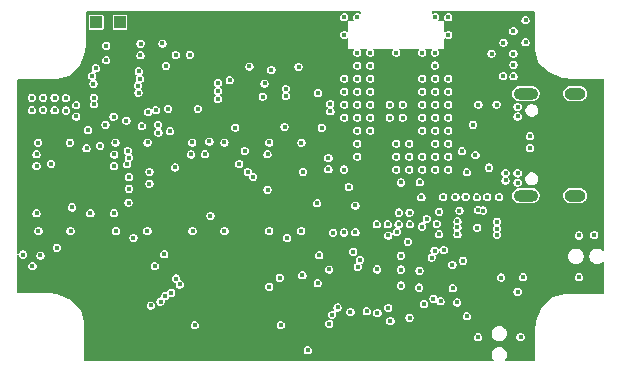
<source format=gbr>
%TF.GenerationSoftware,KiCad,Pcbnew,9.0.4*%
%TF.CreationDate,2025-09-08T17:38:28-04:00*%
%TF.ProjectId,CPU1-NRF5340-uBlox-NORA,43505531-2d4e-4524-9635-3334302d7542,A*%
%TF.SameCoordinates,Original*%
%TF.FileFunction,Copper,L4,Inr*%
%TF.FilePolarity,Positive*%
%FSLAX46Y46*%
G04 Gerber Fmt 4.6, Leading zero omitted, Abs format (unit mm)*
G04 Created by KiCad (PCBNEW 9.0.4) date 2025-09-08 17:38:28*
%MOMM*%
%LPD*%
G01*
G04 APERTURE LIST*
%TA.AperFunction,HeatsinkPad*%
%ADD10O,2.100000X1.000000*%
%TD*%
%TA.AperFunction,HeatsinkPad*%
%ADD11O,1.800000X1.000000*%
%TD*%
%TA.AperFunction,ComponentPad*%
%ADD12R,1.000000X1.000000*%
%TD*%
%TA.AperFunction,ViaPad*%
%ADD13C,0.450000*%
%TD*%
G04 APERTURE END LIST*
D10*
%TO.N,GND*%
%TO.C,J1*%
X148720000Y-90280000D03*
D11*
X152900000Y-90280000D03*
D10*
X148720000Y-81640000D03*
D11*
X152900000Y-81640000D03*
%TD*%
D12*
%TO.N,Net-(U2-IO7)*%
%TO.C,TP1*%
X112360000Y-75621000D03*
%TD*%
%TO.N,/P0.31*%
%TO.C,TP2*%
X114360000Y-75621000D03*
%TD*%
D13*
%TO.N,/VBUS*%
X132000000Y-88050000D03*
%TO.N,unconnected-(U4-VBUS-PadB9)*%
X132000000Y-87100000D03*
%TO.N,/VBUSMON*%
X117950000Y-77400000D03*
X113188105Y-78812000D03*
%TO.N,/PGOOD*%
X117396000Y-83057426D03*
%TO.N,/PSEN*%
X117300000Y-96250000D03*
X116747009Y-83203802D03*
%TO.N,/AIN7*%
X125323600Y-79349600D03*
X122021600Y-91998800D03*
%TO.N,/PSMODE*%
X118250000Y-79300000D03*
%TO.N,GND*%
X107425000Y-85800000D03*
X142150000Y-75175000D03*
X127000000Y-85775000D03*
X144450000Y-86850000D03*
X153225000Y-97200000D03*
X138150000Y-97900000D03*
X147675000Y-79200000D03*
X141050000Y-75175000D03*
X138875000Y-91725000D03*
X138150000Y-96550000D03*
X142150000Y-76675000D03*
X113195000Y-77600000D03*
X146275000Y-93575000D03*
X138300000Y-83675000D03*
X112150000Y-82550000D03*
X123200000Y-93275000D03*
X107300000Y-86775000D03*
X127000000Y-93275000D03*
X127975000Y-101250000D03*
X114025000Y-93275000D03*
X141725000Y-90400000D03*
X128400000Y-81250000D03*
X146275000Y-92500000D03*
X134450000Y-75175000D03*
X110125000Y-85800000D03*
X131100000Y-97700000D03*
X137025000Y-92700000D03*
X141050000Y-86975000D03*
X133325000Y-93400000D03*
X126850000Y-86775000D03*
X143625000Y-90382500D03*
X142925000Y-93550000D03*
X153225000Y-93650000D03*
X146800000Y-80150000D03*
X142500000Y-96150000D03*
X137750000Y-78169000D03*
X129700000Y-93275000D03*
X107450000Y-93275000D03*
X135550000Y-78169000D03*
X148700000Y-75425000D03*
X123200000Y-85775000D03*
X120700000Y-101250000D03*
X106900000Y-82000000D03*
X138300000Y-82575000D03*
X122650000Y-82100000D03*
X113875000Y-86800000D03*
X116100000Y-77425000D03*
X148275000Y-102250000D03*
X112150000Y-82000000D03*
X133725000Y-89550000D03*
X123650002Y-80520000D03*
X129725000Y-85800000D03*
X142925000Y-92450000D03*
X148025000Y-98425000D03*
X146625000Y-97225000D03*
X137075000Y-93650000D03*
X144675000Y-102275000D03*
X108825000Y-82000000D03*
X113975000Y-85775000D03*
X134450000Y-78169000D03*
X137200000Y-82575000D03*
X139925000Y-92900000D03*
X113821537Y-83600000D03*
X120475000Y-85775000D03*
X143400000Y-95800000D03*
X133350000Y-75175000D03*
X139875000Y-90425000D03*
X120500000Y-93275000D03*
X134450000Y-86975000D03*
X110175000Y-93275000D03*
X116675000Y-93275000D03*
X116700000Y-85775000D03*
X144700000Y-82575000D03*
X142525000Y-98125000D03*
X141025000Y-78169000D03*
X109775000Y-82014998D03*
X148700000Y-77300000D03*
X126450000Y-81900000D03*
X133350000Y-76675000D03*
X148026284Y-89176284D03*
X148025000Y-82775000D03*
X120375000Y-86800000D03*
X147675000Y-80175000D03*
X107850000Y-82000000D03*
X142925000Y-92975000D03*
X128400000Y-81850000D03*
X146275000Y-93100000D03*
X127000000Y-98000000D03*
X146825000Y-77325000D03*
X120275002Y-78350000D03*
X131125000Y-81600000D03*
X141375000Y-93550000D03*
X137200000Y-83675000D03*
X138150000Y-95375000D03*
X144600000Y-93000000D03*
X142150000Y-88075000D03*
X139950000Y-78169000D03*
X122650000Y-80750000D03*
X136100000Y-92700000D03*
X122650000Y-81425000D03*
X137950000Y-92700000D03*
X133325000Y-88075000D03*
X144250000Y-84275000D03*
%TO.N,+3.3V*%
X121775000Y-97465500D03*
X131125000Y-82525000D03*
X144700000Y-100550000D03*
%TO.N,Net-(U1-X)*%
X113131197Y-84281197D03*
%TO.N,+3.3V*%
X145850000Y-76400000D03*
X128400000Y-82550000D03*
X119649256Y-83659499D03*
%TO.N,Net-(U1-X)*%
X112000000Y-80150000D03*
%TO.N,+3.3V*%
X135549999Y-86975001D03*
X123650002Y-81480000D03*
X134700000Y-89550000D03*
X146625000Y-96250000D03*
X144425000Y-98125000D03*
X114150000Y-77550000D03*
X116825000Y-87300000D03*
X110275000Y-87275000D03*
X144625000Y-94500000D03*
X123350000Y-87325000D03*
X112050000Y-101475000D03*
X114300000Y-78900000D03*
X134450000Y-88075000D03*
X145525000Y-95325000D03*
X130150000Y-97725000D03*
X146850000Y-78250000D03*
X135550000Y-88050000D03*
X144400000Y-96150000D03*
X150325000Y-96375000D03*
X129849999Y-87274999D03*
%TO.N,/AIN5*%
X140098327Y-99461500D03*
X141050000Y-81475000D03*
X107625000Y-95350000D03*
%TO.N,/AIN2*%
X134483767Y-96322082D03*
X135550000Y-83675000D03*
X109014634Y-94694240D03*
%TO.N,/P1.13*%
X133350000Y-81475000D03*
X111850000Y-91776000D03*
X114898399Y-83927062D03*
%TO.N,/AIN6*%
X139950000Y-80375000D03*
X110300000Y-91275000D03*
X111650000Y-84725000D03*
%TO.N,/HK-ADC3*%
X115120619Y-87075095D03*
X109786304Y-83081000D03*
X115930517Y-81562774D03*
X125627722Y-88700500D03*
%TO.N,/AIN7*%
X134450000Y-79275000D03*
X107300000Y-91775000D03*
%TO.N,/AIN1*%
X106150000Y-95275000D03*
X132065500Y-96527549D03*
X134450000Y-83675000D03*
%TO.N,/AIN0*%
X112675000Y-86075000D03*
X134450000Y-84775000D03*
%TO.N,/AIN3*%
X139950000Y-84775000D03*
X138875906Y-100629007D03*
X106950000Y-96250000D03*
%TO.N,/AIN4*%
X111525000Y-86275000D03*
X139950000Y-81475000D03*
%TO.N,/P1.06*%
X117585478Y-84294426D03*
X142150000Y-81475000D03*
%TO.N,/P1.04*%
X117607358Y-84947062D03*
X132170821Y-83132997D03*
%TO.N,/P1.01*%
X138850000Y-85875000D03*
X115119000Y-89705604D03*
X115011092Y-86509012D03*
%TO.N,/P1.08*%
X132165532Y-82524000D03*
X118590358Y-84827036D03*
%TO.N,/P1.07*%
X135550000Y-82575000D03*
X135250000Y-100075000D03*
X116971203Y-99584500D03*
X113850000Y-91775000D03*
%TO.N,/SCL*%
X116850000Y-88275000D03*
X139950000Y-88075000D03*
X139719000Y-96650000D03*
X117796613Y-99259500D03*
%TO.N,/SDA*%
X138148687Y-89161999D03*
X115119000Y-88705257D03*
X138850000Y-86975000D03*
%TO.N,/P1.05*%
X133350000Y-83675000D03*
X116200000Y-84400000D03*
X115084614Y-90865257D03*
%TO.N,/HK-ADC2*%
X114966729Y-87631197D03*
X115950000Y-79750000D03*
X119025000Y-87900000D03*
X108825000Y-83050000D03*
%TO.N,/P0.30*%
X134111500Y-95039449D03*
X134450000Y-80375000D03*
%TO.N,/SPI-MISO*%
X142150000Y-85875000D03*
X124916453Y-86503500D03*
%TO.N,/SPI-CS*%
X139950000Y-86975000D03*
X121550000Y-86775000D03*
%TO.N,/SPI-DCX*%
X125180703Y-88285000D03*
X141050000Y-88075000D03*
%TO.N,/P0.21*%
X124113500Y-84522881D03*
X139950000Y-83675000D03*
%TO.N,/P0.29*%
X134678999Y-95723253D03*
X135550000Y-80375000D03*
%TO.N,/HK-ADC1*%
X113850000Y-87775000D03*
X107850000Y-83025000D03*
X108525000Y-87600000D03*
X116024416Y-80407760D03*
%TO.N,/SPI-MOSI*%
X121923976Y-85699127D03*
X141050000Y-85875000D03*
%TO.N,/P0.24*%
X141778553Y-94885253D03*
X127878661Y-97235983D03*
X142150000Y-80375000D03*
%TO.N,/SPI-SCK*%
X142150000Y-86975000D03*
X124450727Y-87607000D03*
%TO.N,/QSPI-IO3*%
X141175000Y-92675000D03*
X141050000Y-82575000D03*
%TO.N,/QSPI-SCK*%
X129850000Y-88275000D03*
X143303434Y-86525000D03*
X142150002Y-82575000D03*
%TO.N,/QSPI-IO1*%
X139743000Y-89148379D03*
X141050000Y-83675000D03*
X126850000Y-89775000D03*
%TO.N,/QSPI-IO2*%
X141000000Y-94950000D03*
X131234500Y-95337656D03*
X131052175Y-90935219D03*
X142150000Y-84775000D03*
%TO.N,/HK-ADC0*%
X115882027Y-80973493D03*
X110650000Y-83575000D03*
X110650000Y-82619500D03*
X106900000Y-83050000D03*
X107300000Y-87775000D03*
%TO.N,/P0.02-NFC1*%
X137750000Y-85875000D03*
X138737055Y-94189135D03*
%TO.N,/P0.19*%
X139950000Y-82575000D03*
X140325000Y-92257000D03*
%TO.N,/QSPI-CSN*%
X128294669Y-84461000D03*
X142150000Y-83675000D03*
%TO.N,/P0.03-NFC2*%
X128507000Y-93869222D03*
X137800000Y-93350000D03*
X137750000Y-86975000D03*
%TO.N,/DP*%
X149075000Y-86250000D03*
X149075000Y-85250000D03*
%TO.N,/VBUS*%
X143725000Y-88310000D03*
X130252500Y-103372500D03*
X146250000Y-82575000D03*
X134287500Y-91112500D03*
X148025000Y-88375000D03*
X147000000Y-89000000D03*
X148025000Y-83575000D03*
X137975000Y-91725000D03*
%TO.N,/VBAT*%
X134287499Y-93387499D03*
X147000000Y-88375000D03*
X115501503Y-93861560D03*
X116085000Y-78400000D03*
X136125000Y-96525000D03*
X138900000Y-92700000D03*
%TO.N,/DISPON*%
X119074691Y-78375309D03*
X119106000Y-97300000D03*
%TO.N,/CC2*%
X147665000Y-78250000D03*
X112114958Y-80812561D03*
%TO.N,/CC1*%
X147665000Y-76350000D03*
X112300000Y-79500000D03*
%TO.N,/PSEN*%
X146460000Y-90400000D03*
X129800000Y-97025000D03*
%TO.N,/PSMODE*%
X118100000Y-95250000D03*
X142760000Y-90400000D03*
X140750000Y-95525000D03*
%TO.N,/P1.15*%
X133350000Y-82575000D03*
X132319500Y-100380372D03*
%TO.N,/P1.14*%
X132775000Y-99750000D03*
X134450000Y-82575000D03*
%TO.N,/P1.12*%
X133874379Y-100137588D03*
X134450000Y-81475000D03*
%TO.N,/PGOOD*%
X143100000Y-91550000D03*
X148485000Y-97200000D03*
X143725000Y-100500000D03*
X118700000Y-98505500D03*
%TO.N,Net-(U5-STAT)*%
X132075000Y-101140000D03*
X132400000Y-93425000D03*
%TO.N,/RESET*%
X118432233Y-82938011D03*
X142900000Y-99325000D03*
X154510000Y-93621000D03*
X119425000Y-97800000D03*
X145815000Y-78250000D03*
%TO.N,/USER*%
X135550000Y-84775000D03*
X137065500Y-99790500D03*
%TO.N,/P1.09*%
X126596856Y-80784462D03*
X135550000Y-81475000D03*
%TO.N,/SYS*%
X145100000Y-91550000D03*
X145450000Y-90400000D03*
X141375000Y-91650000D03*
X145600000Y-87912500D03*
X144575000Y-90425000D03*
X144675000Y-91506105D03*
%TO.N,/P1.00*%
X116850000Y-89275000D03*
X118171539Y-98794000D03*
X138850000Y-88075000D03*
X139681532Y-98074266D03*
%TO.N,/QSPI-IO0*%
X131444540Y-84535000D03*
X141050000Y-84775000D03*
%TO.N,/SWDCLK*%
X141504444Y-99226643D03*
X141025000Y-79275000D03*
%TO.N,/RxD*%
X136150000Y-100225000D03*
X134450000Y-85875000D03*
%TO.N,/TxD*%
X137250000Y-100900000D03*
X137750000Y-88075000D03*
%TO.N,/SWDIO*%
X141050000Y-80375000D03*
X140900000Y-99019901D03*
%TO.N,/P1.10*%
X135550000Y-79275000D03*
X120950000Y-82939298D03*
X129475000Y-79379000D03*
%TO.N,/P1.11*%
X133350000Y-80375000D03*
X127175000Y-79650000D03*
%TD*%
%TA.AperFunction,Conductor*%
%TO.N,+3.3V*%
G36*
X134746694Y-74695806D02*
G01*
X134765000Y-74740000D01*
X134765000Y-74841820D01*
X134746694Y-74886014D01*
X134702500Y-74904320D01*
X134670803Y-74893564D01*
X134669987Y-74894978D01*
X134586062Y-74846522D01*
X134586059Y-74846521D01*
X134496414Y-74822501D01*
X134496409Y-74822500D01*
X134496408Y-74822500D01*
X134403592Y-74822500D01*
X134403591Y-74822500D01*
X134403585Y-74822501D01*
X134313940Y-74846521D01*
X134313937Y-74846522D01*
X134233560Y-74892929D01*
X134233554Y-74892934D01*
X134167934Y-74958554D01*
X134167929Y-74958560D01*
X134121522Y-75038937D01*
X134121521Y-75038940D01*
X134097501Y-75128585D01*
X134097500Y-75128593D01*
X134097500Y-75221406D01*
X134097501Y-75221414D01*
X134121521Y-75311059D01*
X134121522Y-75311062D01*
X134167929Y-75391439D01*
X134167934Y-75391445D01*
X134169795Y-75393306D01*
X134170303Y-75394533D01*
X134170426Y-75394693D01*
X134170383Y-75394725D01*
X134188101Y-75437500D01*
X134169795Y-75481694D01*
X134125601Y-75500000D01*
X133675000Y-75500000D01*
X133675000Y-75525287D01*
X133675000Y-76350601D01*
X133656694Y-76394795D01*
X133612500Y-76413101D01*
X133569725Y-76395383D01*
X133569693Y-76395426D01*
X133569533Y-76395303D01*
X133568306Y-76394795D01*
X133566445Y-76392934D01*
X133566439Y-76392929D01*
X133486062Y-76346522D01*
X133486059Y-76346521D01*
X133396414Y-76322501D01*
X133396409Y-76322500D01*
X133396408Y-76322500D01*
X133303592Y-76322500D01*
X133303591Y-76322500D01*
X133303585Y-76322501D01*
X133213940Y-76346521D01*
X133213937Y-76346522D01*
X133133560Y-76392929D01*
X133133554Y-76392934D01*
X133067934Y-76458554D01*
X133067929Y-76458560D01*
X133021522Y-76538937D01*
X133021521Y-76538940D01*
X132997501Y-76628585D01*
X132997500Y-76628593D01*
X132997500Y-76721406D01*
X132997501Y-76721414D01*
X133021521Y-76811059D01*
X133021522Y-76811062D01*
X133067929Y-76891439D01*
X133067934Y-76891445D01*
X133133554Y-76957065D01*
X133133560Y-76957070D01*
X133213937Y-77003477D01*
X133213940Y-77003478D01*
X133303592Y-77027500D01*
X133303593Y-77027500D01*
X133396407Y-77027500D01*
X133396408Y-77027500D01*
X133486060Y-77003478D01*
X133566440Y-76957070D01*
X133566445Y-76957065D01*
X133568306Y-76955205D01*
X133569533Y-76954696D01*
X133569693Y-76954574D01*
X133569725Y-76954616D01*
X133612500Y-76936899D01*
X133656694Y-76955205D01*
X133675000Y-76999399D01*
X133675000Y-77850000D01*
X134119889Y-77850000D01*
X134164083Y-77868306D01*
X134182389Y-77912500D01*
X134169477Y-77950544D01*
X134167929Y-77952561D01*
X134121522Y-78032937D01*
X134121521Y-78032940D01*
X134097501Y-78122585D01*
X134097500Y-78122593D01*
X134097500Y-78215406D01*
X134097501Y-78215414D01*
X134121521Y-78305059D01*
X134121522Y-78305062D01*
X134167929Y-78385439D01*
X134167934Y-78385445D01*
X134233554Y-78451065D01*
X134233560Y-78451070D01*
X134313937Y-78497477D01*
X134313940Y-78497478D01*
X134403592Y-78521500D01*
X134403593Y-78521500D01*
X134496407Y-78521500D01*
X134496408Y-78521500D01*
X134586060Y-78497478D01*
X134666440Y-78451070D01*
X134732070Y-78385440D01*
X134778478Y-78305060D01*
X134802500Y-78215408D01*
X134802500Y-78122592D01*
X134778478Y-78032940D01*
X134778477Y-78032937D01*
X134740943Y-77967929D01*
X134732070Y-77952560D01*
X134732066Y-77952556D01*
X134730523Y-77950544D01*
X134730191Y-77949306D01*
X134730022Y-77949013D01*
X134730100Y-77948967D01*
X134718146Y-77904337D01*
X134742067Y-77862912D01*
X134780111Y-77850000D01*
X135219889Y-77850000D01*
X135264083Y-77868306D01*
X135282389Y-77912500D01*
X135269477Y-77950544D01*
X135267929Y-77952561D01*
X135221522Y-78032937D01*
X135221521Y-78032940D01*
X135197501Y-78122585D01*
X135197500Y-78122593D01*
X135197500Y-78215406D01*
X135197501Y-78215414D01*
X135221521Y-78305059D01*
X135221522Y-78305062D01*
X135267929Y-78385439D01*
X135267934Y-78385445D01*
X135333554Y-78451065D01*
X135333560Y-78451070D01*
X135413937Y-78497477D01*
X135413940Y-78497478D01*
X135503592Y-78521500D01*
X135503593Y-78521500D01*
X135596407Y-78521500D01*
X135596408Y-78521500D01*
X135686060Y-78497478D01*
X135766440Y-78451070D01*
X135832070Y-78385440D01*
X135878478Y-78305060D01*
X135902500Y-78215408D01*
X135902500Y-78122592D01*
X135878478Y-78032940D01*
X135878477Y-78032937D01*
X135840943Y-77967929D01*
X135832070Y-77952560D01*
X135832066Y-77952556D01*
X135830523Y-77950544D01*
X135830191Y-77949306D01*
X135830022Y-77949013D01*
X135830100Y-77948967D01*
X135818146Y-77904337D01*
X135842067Y-77862912D01*
X135880111Y-77850000D01*
X137419889Y-77850000D01*
X137464083Y-77868306D01*
X137482389Y-77912500D01*
X137469477Y-77950544D01*
X137467929Y-77952561D01*
X137421522Y-78032937D01*
X137421521Y-78032940D01*
X137397501Y-78122585D01*
X137397500Y-78122593D01*
X137397500Y-78215406D01*
X137397501Y-78215414D01*
X137421521Y-78305059D01*
X137421522Y-78305062D01*
X137467929Y-78385439D01*
X137467934Y-78385445D01*
X137533554Y-78451065D01*
X137533560Y-78451070D01*
X137613937Y-78497477D01*
X137613940Y-78497478D01*
X137703592Y-78521500D01*
X137703593Y-78521500D01*
X137796407Y-78521500D01*
X137796408Y-78521500D01*
X137886060Y-78497478D01*
X137966440Y-78451070D01*
X138032070Y-78385440D01*
X138078478Y-78305060D01*
X138102500Y-78215408D01*
X138102500Y-78122592D01*
X138078478Y-78032940D01*
X138078477Y-78032937D01*
X138040943Y-77967929D01*
X138032070Y-77952560D01*
X138032066Y-77952556D01*
X138030523Y-77950544D01*
X138030191Y-77949306D01*
X138030022Y-77949013D01*
X138030100Y-77948967D01*
X138018146Y-77904337D01*
X138042067Y-77862912D01*
X138080111Y-77850000D01*
X139619889Y-77850000D01*
X139664083Y-77868306D01*
X139682389Y-77912500D01*
X139669477Y-77950544D01*
X139667929Y-77952561D01*
X139621522Y-78032937D01*
X139621521Y-78032940D01*
X139597501Y-78122585D01*
X139597500Y-78122593D01*
X139597500Y-78215406D01*
X139597501Y-78215414D01*
X139621521Y-78305059D01*
X139621522Y-78305062D01*
X139667929Y-78385439D01*
X139667934Y-78385445D01*
X139733554Y-78451065D01*
X139733560Y-78451070D01*
X139813937Y-78497477D01*
X139813940Y-78497478D01*
X139903592Y-78521500D01*
X139903593Y-78521500D01*
X139996407Y-78521500D01*
X139996408Y-78521500D01*
X140086060Y-78497478D01*
X140166440Y-78451070D01*
X140232070Y-78385440D01*
X140278478Y-78305060D01*
X140302500Y-78215408D01*
X140302500Y-78122592D01*
X140278478Y-78032940D01*
X140278477Y-78032937D01*
X140240943Y-77967929D01*
X140232070Y-77952560D01*
X140232066Y-77952556D01*
X140230523Y-77950544D01*
X140230191Y-77949306D01*
X140230022Y-77949013D01*
X140230100Y-77948967D01*
X140218146Y-77904337D01*
X140242067Y-77862912D01*
X140280111Y-77850000D01*
X140694889Y-77850000D01*
X140739083Y-77868306D01*
X140757389Y-77912500D01*
X140744477Y-77950544D01*
X140742929Y-77952561D01*
X140696522Y-78032937D01*
X140696521Y-78032940D01*
X140672501Y-78122585D01*
X140672500Y-78122593D01*
X140672500Y-78215406D01*
X140672501Y-78215414D01*
X140696521Y-78305059D01*
X140696522Y-78305062D01*
X140742929Y-78385439D01*
X140742934Y-78385445D01*
X140808554Y-78451065D01*
X140808560Y-78451070D01*
X140888937Y-78497477D01*
X140888940Y-78497478D01*
X140978592Y-78521500D01*
X140978593Y-78521500D01*
X141071407Y-78521500D01*
X141071408Y-78521500D01*
X141161060Y-78497478D01*
X141241440Y-78451070D01*
X141307070Y-78385440D01*
X141353478Y-78305060D01*
X141377500Y-78215408D01*
X141377500Y-78203593D01*
X145462500Y-78203593D01*
X145462500Y-78296406D01*
X145462501Y-78296414D01*
X145486521Y-78386059D01*
X145486522Y-78386062D01*
X145532929Y-78466439D01*
X145532934Y-78466445D01*
X145598554Y-78532065D01*
X145598560Y-78532070D01*
X145678937Y-78578477D01*
X145678940Y-78578478D01*
X145768592Y-78602500D01*
X145768593Y-78602500D01*
X145861407Y-78602500D01*
X145861408Y-78602500D01*
X145951060Y-78578478D01*
X146031440Y-78532070D01*
X146097070Y-78466440D01*
X146143478Y-78386060D01*
X146167500Y-78296408D01*
X146167500Y-78203593D01*
X147312500Y-78203593D01*
X147312500Y-78296406D01*
X147312501Y-78296414D01*
X147336521Y-78386059D01*
X147336522Y-78386062D01*
X147382929Y-78466439D01*
X147382934Y-78466445D01*
X147448554Y-78532065D01*
X147448560Y-78532070D01*
X147528937Y-78578477D01*
X147528940Y-78578478D01*
X147618592Y-78602500D01*
X147618593Y-78602500D01*
X147711407Y-78602500D01*
X147711408Y-78602500D01*
X147801060Y-78578478D01*
X147881440Y-78532070D01*
X147947070Y-78466440D01*
X147993478Y-78386060D01*
X148017500Y-78296408D01*
X148017500Y-78203592D01*
X147993478Y-78113940D01*
X147993477Y-78113937D01*
X147947070Y-78033560D01*
X147947065Y-78033554D01*
X147881445Y-77967934D01*
X147881439Y-77967929D01*
X147801062Y-77921522D01*
X147801059Y-77921521D01*
X147711414Y-77897501D01*
X147711409Y-77897500D01*
X147711408Y-77897500D01*
X147618592Y-77897500D01*
X147618591Y-77897500D01*
X147618585Y-77897501D01*
X147528940Y-77921521D01*
X147528937Y-77921522D01*
X147448560Y-77967929D01*
X147448554Y-77967934D01*
X147382934Y-78033554D01*
X147382929Y-78033560D01*
X147336522Y-78113937D01*
X147336521Y-78113940D01*
X147312501Y-78203585D01*
X147312500Y-78203593D01*
X146167500Y-78203593D01*
X146167500Y-78203592D01*
X146143478Y-78113940D01*
X146143477Y-78113937D01*
X146097070Y-78033560D01*
X146097065Y-78033554D01*
X146031445Y-77967934D01*
X146031439Y-77967929D01*
X145951062Y-77921522D01*
X145951059Y-77921521D01*
X145861414Y-77897501D01*
X145861409Y-77897500D01*
X145861408Y-77897500D01*
X145768592Y-77897500D01*
X145768591Y-77897500D01*
X145768585Y-77897501D01*
X145678940Y-77921521D01*
X145678937Y-77921522D01*
X145598560Y-77967929D01*
X145598554Y-77967934D01*
X145532934Y-78033554D01*
X145532929Y-78033560D01*
X145486522Y-78113937D01*
X145486521Y-78113940D01*
X145462501Y-78203585D01*
X145462500Y-78203593D01*
X141377500Y-78203593D01*
X141377500Y-78122592D01*
X141353478Y-78032940D01*
X141353477Y-78032937D01*
X141315943Y-77967929D01*
X141307070Y-77952560D01*
X141307066Y-77952556D01*
X141305523Y-77950544D01*
X141305191Y-77949306D01*
X141305022Y-77949013D01*
X141305100Y-77948967D01*
X141293146Y-77904337D01*
X141317067Y-77862912D01*
X141355111Y-77850000D01*
X141825000Y-77850000D01*
X141825000Y-77278593D01*
X146472500Y-77278593D01*
X146472500Y-77371406D01*
X146472501Y-77371414D01*
X146496521Y-77461059D01*
X146496522Y-77461062D01*
X146542929Y-77541439D01*
X146542934Y-77541445D01*
X146608554Y-77607065D01*
X146608560Y-77607070D01*
X146688937Y-77653477D01*
X146688940Y-77653478D01*
X146778592Y-77677500D01*
X146778593Y-77677500D01*
X146871407Y-77677500D01*
X146871408Y-77677500D01*
X146961060Y-77653478D01*
X146962758Y-77652498D01*
X146978048Y-77643669D01*
X147041440Y-77607070D01*
X147107070Y-77541440D01*
X147153478Y-77461060D01*
X147177500Y-77371408D01*
X147177500Y-77278592D01*
X147173573Y-77263937D01*
X147170801Y-77253593D01*
X148347500Y-77253593D01*
X148347500Y-77346406D01*
X148347501Y-77346414D01*
X148371521Y-77436059D01*
X148371522Y-77436062D01*
X148417929Y-77516439D01*
X148417934Y-77516445D01*
X148483554Y-77582065D01*
X148483560Y-77582070D01*
X148563937Y-77628477D01*
X148563940Y-77628478D01*
X148653592Y-77652500D01*
X148653593Y-77652500D01*
X148746407Y-77652500D01*
X148746408Y-77652500D01*
X148836060Y-77628478D01*
X148916440Y-77582070D01*
X148982070Y-77516440D01*
X149028478Y-77436060D01*
X149052500Y-77346408D01*
X149052500Y-77253592D01*
X149028478Y-77163940D01*
X149028477Y-77163937D01*
X148982070Y-77083560D01*
X148982065Y-77083554D01*
X148916445Y-77017934D01*
X148916439Y-77017929D01*
X148836062Y-76971522D01*
X148836059Y-76971521D01*
X148746414Y-76947501D01*
X148746409Y-76947500D01*
X148746408Y-76947500D01*
X148653592Y-76947500D01*
X148653591Y-76947500D01*
X148653585Y-76947501D01*
X148563940Y-76971521D01*
X148563937Y-76971522D01*
X148483560Y-77017929D01*
X148483554Y-77017934D01*
X148417934Y-77083554D01*
X148417929Y-77083560D01*
X148371522Y-77163937D01*
X148371521Y-77163940D01*
X148347501Y-77253585D01*
X148347500Y-77253593D01*
X147170801Y-77253593D01*
X147158735Y-77208560D01*
X147153478Y-77188940D01*
X147153477Y-77188938D01*
X147153477Y-77188937D01*
X147107070Y-77108560D01*
X147107065Y-77108554D01*
X147041445Y-77042934D01*
X147041439Y-77042929D01*
X146961062Y-76996522D01*
X146961059Y-76996521D01*
X146871414Y-76972501D01*
X146871409Y-76972500D01*
X146871408Y-76972500D01*
X146778592Y-76972500D01*
X146778591Y-76972500D01*
X146778585Y-76972501D01*
X146688940Y-76996521D01*
X146688937Y-76996522D01*
X146608560Y-77042929D01*
X146608554Y-77042934D01*
X146542934Y-77108554D01*
X146542929Y-77108560D01*
X146496522Y-77188937D01*
X146496521Y-77188940D01*
X146472501Y-77278585D01*
X146472500Y-77278593D01*
X141825000Y-77278593D01*
X141825000Y-76999399D01*
X141843306Y-76955205D01*
X141887500Y-76936899D01*
X141930274Y-76954616D01*
X141930307Y-76954574D01*
X141930466Y-76954696D01*
X141931694Y-76955205D01*
X141933554Y-76957065D01*
X141933560Y-76957070D01*
X142013937Y-77003477D01*
X142013940Y-77003478D01*
X142103592Y-77027500D01*
X142103593Y-77027500D01*
X142196407Y-77027500D01*
X142196408Y-77027500D01*
X142286060Y-77003478D01*
X142366440Y-76957070D01*
X142432070Y-76891440D01*
X142478478Y-76811060D01*
X142502500Y-76721408D01*
X142502500Y-76628592D01*
X142478478Y-76538940D01*
X142478477Y-76538937D01*
X142432070Y-76458560D01*
X142432065Y-76458554D01*
X142366445Y-76392934D01*
X142366439Y-76392929D01*
X142298358Y-76353622D01*
X142286062Y-76346522D01*
X142286059Y-76346521D01*
X142196414Y-76322501D01*
X142196409Y-76322500D01*
X142196408Y-76322500D01*
X142103592Y-76322500D01*
X142103591Y-76322500D01*
X142103585Y-76322501D01*
X142013940Y-76346521D01*
X142013937Y-76346522D01*
X141933560Y-76392929D01*
X141933554Y-76392934D01*
X141931694Y-76394795D01*
X141930466Y-76395303D01*
X141930307Y-76395426D01*
X141930274Y-76395383D01*
X141887500Y-76413101D01*
X141843306Y-76394795D01*
X141825000Y-76350601D01*
X141825000Y-76303593D01*
X147312500Y-76303593D01*
X147312500Y-76396406D01*
X147312501Y-76396414D01*
X147336521Y-76486059D01*
X147336522Y-76486062D01*
X147382929Y-76566439D01*
X147382934Y-76566445D01*
X147448554Y-76632065D01*
X147448560Y-76632070D01*
X147528937Y-76678477D01*
X147528940Y-76678478D01*
X147618592Y-76702500D01*
X147618593Y-76702500D01*
X147711407Y-76702500D01*
X147711408Y-76702500D01*
X147801060Y-76678478D01*
X147881440Y-76632070D01*
X147947070Y-76566440D01*
X147993478Y-76486060D01*
X148017500Y-76396408D01*
X148017500Y-76303592D01*
X147993478Y-76213940D01*
X147993477Y-76213937D01*
X147947070Y-76133560D01*
X147947065Y-76133554D01*
X147881445Y-76067934D01*
X147881439Y-76067929D01*
X147801062Y-76021522D01*
X147801059Y-76021521D01*
X147711414Y-75997501D01*
X147711409Y-75997500D01*
X147711408Y-75997500D01*
X147618592Y-75997500D01*
X147618591Y-75997500D01*
X147618585Y-75997501D01*
X147528940Y-76021521D01*
X147528937Y-76021522D01*
X147448560Y-76067929D01*
X147448554Y-76067934D01*
X147382934Y-76133554D01*
X147382929Y-76133560D01*
X147336522Y-76213937D01*
X147336521Y-76213940D01*
X147312501Y-76303585D01*
X147312500Y-76303593D01*
X141825000Y-76303593D01*
X141825000Y-75525287D01*
X141825000Y-75500000D01*
X141799713Y-75500000D01*
X141374399Y-75500000D01*
X141330205Y-75481694D01*
X141311899Y-75437500D01*
X141329616Y-75394725D01*
X141329574Y-75394693D01*
X141329696Y-75394533D01*
X141330205Y-75393306D01*
X141332065Y-75391445D01*
X141332070Y-75391440D01*
X141378478Y-75311060D01*
X141402500Y-75221408D01*
X141402500Y-75128593D01*
X141797500Y-75128593D01*
X141797500Y-75221406D01*
X141797501Y-75221414D01*
X141821521Y-75311059D01*
X141821522Y-75311062D01*
X141867929Y-75391439D01*
X141867934Y-75391445D01*
X141933554Y-75457065D01*
X141933560Y-75457070D01*
X142013937Y-75503477D01*
X142013940Y-75503478D01*
X142103592Y-75527500D01*
X142103593Y-75527500D01*
X142196407Y-75527500D01*
X142196408Y-75527500D01*
X142286060Y-75503478D01*
X142366440Y-75457070D01*
X142432070Y-75391440D01*
X142439488Y-75378593D01*
X148347500Y-75378593D01*
X148347500Y-75471406D01*
X148347501Y-75471414D01*
X148371521Y-75561059D01*
X148371522Y-75561062D01*
X148417929Y-75641439D01*
X148417934Y-75641445D01*
X148483554Y-75707065D01*
X148483560Y-75707070D01*
X148563937Y-75753477D01*
X148563940Y-75753478D01*
X148653592Y-75777500D01*
X148653593Y-75777500D01*
X148746407Y-75777500D01*
X148746408Y-75777500D01*
X148836060Y-75753478D01*
X148916440Y-75707070D01*
X148982070Y-75641440D01*
X149028478Y-75561060D01*
X149052500Y-75471408D01*
X149052500Y-75378592D01*
X149028478Y-75288940D01*
X149028477Y-75288937D01*
X148982070Y-75208560D01*
X148982065Y-75208554D01*
X148916445Y-75142934D01*
X148916439Y-75142929D01*
X148836062Y-75096522D01*
X148836059Y-75096521D01*
X148746414Y-75072501D01*
X148746409Y-75072500D01*
X148746408Y-75072500D01*
X148653592Y-75072500D01*
X148653591Y-75072500D01*
X148653585Y-75072501D01*
X148563940Y-75096521D01*
X148563937Y-75096522D01*
X148483560Y-75142929D01*
X148483554Y-75142934D01*
X148417934Y-75208554D01*
X148417929Y-75208560D01*
X148371522Y-75288937D01*
X148371521Y-75288940D01*
X148347501Y-75378585D01*
X148347500Y-75378593D01*
X142439488Y-75378593D01*
X142460001Y-75343064D01*
X142478477Y-75311062D01*
X142478478Y-75311059D01*
X142484405Y-75288940D01*
X142502500Y-75221408D01*
X142502500Y-75128592D01*
X142478478Y-75038940D01*
X142478477Y-75038937D01*
X142432070Y-74958560D01*
X142432065Y-74958554D01*
X142366445Y-74892934D01*
X142366439Y-74892929D01*
X142286062Y-74846522D01*
X142286059Y-74846521D01*
X142196414Y-74822501D01*
X142196409Y-74822500D01*
X142196408Y-74822500D01*
X142103592Y-74822500D01*
X142103591Y-74822500D01*
X142103585Y-74822501D01*
X142013940Y-74846521D01*
X142013937Y-74846522D01*
X141933560Y-74892929D01*
X141933554Y-74892934D01*
X141867934Y-74958554D01*
X141867929Y-74958560D01*
X141821522Y-75038937D01*
X141821521Y-75038940D01*
X141797501Y-75128585D01*
X141797500Y-75128593D01*
X141402500Y-75128593D01*
X141402500Y-75128592D01*
X141378478Y-75038940D01*
X141378477Y-75038937D01*
X141332070Y-74958560D01*
X141332065Y-74958554D01*
X141266445Y-74892934D01*
X141266439Y-74892929D01*
X141186062Y-74846522D01*
X141186059Y-74846521D01*
X141096414Y-74822501D01*
X141096409Y-74822500D01*
X141096408Y-74822500D01*
X141003592Y-74822500D01*
X141003591Y-74822500D01*
X141003585Y-74822501D01*
X140913940Y-74846521D01*
X140913934Y-74846524D01*
X140833750Y-74892819D01*
X140786324Y-74899063D01*
X140748374Y-74869943D01*
X140740000Y-74838693D01*
X140740000Y-74740000D01*
X140758306Y-74695806D01*
X140802500Y-74677500D01*
X149447500Y-74677500D01*
X149491694Y-74695806D01*
X149510000Y-74740000D01*
X149510000Y-77921000D01*
X149766765Y-78948060D01*
X149776666Y-78987665D01*
X149776668Y-78987669D01*
X150210521Y-79421521D01*
X150643333Y-79854333D01*
X151809998Y-80320999D01*
X151809997Y-80320999D01*
X151810000Y-80321000D01*
X152810000Y-80421000D01*
X152740693Y-80414069D01*
X152740695Y-80414069D01*
X152743705Y-80414370D01*
X152840290Y-80424028D01*
X152867381Y-80414397D01*
X155253308Y-80420592D01*
X155297452Y-80439012D01*
X155315643Y-80482878D01*
X155322500Y-82495047D01*
X155322500Y-94908423D01*
X155304194Y-94952617D01*
X155260000Y-94970923D01*
X155215806Y-94952617D01*
X155176581Y-94913392D01*
X155069549Y-94841876D01*
X155069546Y-94841875D01*
X155023999Y-94823009D01*
X154950619Y-94792614D01*
X154950615Y-94792613D01*
X154824364Y-94767500D01*
X154695636Y-94767500D01*
X154569384Y-94792613D01*
X154569382Y-94792613D01*
X154569381Y-94792614D01*
X154535633Y-94806593D01*
X154450453Y-94841875D01*
X154450450Y-94841876D01*
X154343418Y-94913392D01*
X154252392Y-95004418D01*
X154180876Y-95111450D01*
X154180875Y-95111453D01*
X154131613Y-95230384D01*
X154106500Y-95356635D01*
X154106500Y-95485364D01*
X154129994Y-95603478D01*
X154131614Y-95611619D01*
X154159308Y-95678478D01*
X154180875Y-95730546D01*
X154180876Y-95730549D01*
X154252392Y-95837581D01*
X154343418Y-95928607D01*
X154450450Y-96000123D01*
X154450451Y-96000123D01*
X154450452Y-96000124D01*
X154569381Y-96049386D01*
X154695636Y-96074500D01*
X154824364Y-96074500D01*
X154950619Y-96049386D01*
X155069548Y-96000124D01*
X155176582Y-95928607D01*
X155215806Y-95889383D01*
X155260000Y-95871077D01*
X155304194Y-95889383D01*
X155322500Y-95933577D01*
X155322500Y-98558500D01*
X155304194Y-98602694D01*
X155260000Y-98621000D01*
X152010000Y-98621000D01*
X151062006Y-98857998D01*
X150943334Y-98887666D01*
X150943330Y-98887668D01*
X150076667Y-99754332D01*
X149610000Y-100920999D01*
X149522855Y-101792450D01*
X149516629Y-101854705D01*
X149506970Y-101951292D01*
X149516602Y-101978384D01*
X149510888Y-104179083D01*
X149510677Y-104260162D01*
X149492256Y-104304309D01*
X149448177Y-104322500D01*
X146990077Y-104322500D01*
X146945883Y-104304194D01*
X146927577Y-104260000D01*
X146945883Y-104215806D01*
X146982607Y-104179082D01*
X147054124Y-104072048D01*
X147103386Y-103953119D01*
X147128500Y-103826864D01*
X147128500Y-103698136D01*
X147103386Y-103571881D01*
X147054124Y-103452952D01*
X147031375Y-103418906D01*
X146982607Y-103345918D01*
X146891581Y-103254892D01*
X146784549Y-103183376D01*
X146784546Y-103183375D01*
X146718601Y-103156060D01*
X146665619Y-103134114D01*
X146665615Y-103134113D01*
X146539364Y-103109000D01*
X146410636Y-103109000D01*
X146284384Y-103134113D01*
X146284382Y-103134113D01*
X146284381Y-103134114D01*
X146249549Y-103148541D01*
X146165453Y-103183375D01*
X146165450Y-103183376D01*
X146058418Y-103254892D01*
X145967392Y-103345918D01*
X145895876Y-103452950D01*
X145895875Y-103452953D01*
X145846613Y-103571884D01*
X145830167Y-103654565D01*
X145821500Y-103698136D01*
X145821500Y-103826864D01*
X145846614Y-103953119D01*
X145885672Y-104047414D01*
X145895875Y-104072046D01*
X145895876Y-104072049D01*
X145967392Y-104179081D01*
X146004117Y-104215806D01*
X146022423Y-104260000D01*
X146004117Y-104304194D01*
X145959923Y-104322500D01*
X111372500Y-104322500D01*
X111328306Y-104304194D01*
X111310000Y-104260000D01*
X111310000Y-103326093D01*
X129900000Y-103326093D01*
X129900000Y-103418906D01*
X129900001Y-103418914D01*
X129924021Y-103508559D01*
X129924022Y-103508562D01*
X129970429Y-103588939D01*
X129970434Y-103588945D01*
X130036054Y-103654565D01*
X130036060Y-103654570D01*
X130116437Y-103700977D01*
X130116440Y-103700978D01*
X130206092Y-103725000D01*
X130206093Y-103725000D01*
X130298907Y-103725000D01*
X130298908Y-103725000D01*
X130388560Y-103700978D01*
X130393483Y-103698136D01*
X130405548Y-103691169D01*
X130468940Y-103654570D01*
X130534570Y-103588940D01*
X130580978Y-103508560D01*
X130605000Y-103418908D01*
X130605000Y-103326092D01*
X130580978Y-103236440D01*
X130580977Y-103236437D01*
X130534570Y-103156060D01*
X130534565Y-103156054D01*
X130468945Y-103090434D01*
X130468939Y-103090429D01*
X130388562Y-103044022D01*
X130388559Y-103044021D01*
X130298914Y-103020001D01*
X130298909Y-103020000D01*
X130298908Y-103020000D01*
X130206092Y-103020000D01*
X130206091Y-103020000D01*
X130206085Y-103020001D01*
X130116440Y-103044021D01*
X130116437Y-103044022D01*
X130036060Y-103090429D01*
X130036054Y-103090434D01*
X129970434Y-103156054D01*
X129970429Y-103156060D01*
X129924022Y-103236437D01*
X129924021Y-103236440D01*
X129900001Y-103326085D01*
X129900000Y-103326093D01*
X111310000Y-103326093D01*
X111310000Y-102228593D01*
X144322500Y-102228593D01*
X144322500Y-102321406D01*
X144322501Y-102321414D01*
X144346521Y-102411059D01*
X144346522Y-102411062D01*
X144392929Y-102491439D01*
X144392934Y-102491445D01*
X144458554Y-102557065D01*
X144458560Y-102557070D01*
X144538937Y-102603477D01*
X144538940Y-102603478D01*
X144628592Y-102627500D01*
X144628593Y-102627500D01*
X144721407Y-102627500D01*
X144721408Y-102627500D01*
X144811060Y-102603478D01*
X144812758Y-102602498D01*
X144832870Y-102590886D01*
X144891440Y-102557070D01*
X144957070Y-102491440D01*
X145003478Y-102411060D01*
X145027500Y-102321408D01*
X145027500Y-102228592D01*
X145003478Y-102138940D01*
X145003477Y-102138937D01*
X144957070Y-102058560D01*
X144957065Y-102058554D01*
X144891445Y-101992934D01*
X144891436Y-101992927D01*
X144815687Y-101949192D01*
X144815685Y-101949192D01*
X144811060Y-101946522D01*
X144811059Y-101946521D01*
X144721414Y-101922501D01*
X144721409Y-101922500D01*
X144721408Y-101922500D01*
X144628592Y-101922500D01*
X144628591Y-101922500D01*
X144628585Y-101922501D01*
X144538940Y-101946521D01*
X144538937Y-101946522D01*
X144458560Y-101992929D01*
X144458554Y-101992934D01*
X144392934Y-102058554D01*
X144392929Y-102058560D01*
X144346522Y-102138937D01*
X144346521Y-102138940D01*
X144322501Y-102228585D01*
X144322500Y-102228593D01*
X111310000Y-102228593D01*
X111310000Y-101898135D01*
X145821500Y-101898135D01*
X145821500Y-102026864D01*
X145843793Y-102138940D01*
X145846614Y-102153119D01*
X145867518Y-102203585D01*
X145895875Y-102272046D01*
X145895876Y-102272049D01*
X145967392Y-102379081D01*
X146058418Y-102470107D01*
X146165450Y-102541623D01*
X146165451Y-102541623D01*
X146165452Y-102541624D01*
X146284381Y-102590886D01*
X146410636Y-102616000D01*
X146539364Y-102616000D01*
X146665619Y-102590886D01*
X146784548Y-102541624D01*
X146891582Y-102470107D01*
X146982607Y-102379082D01*
X147054124Y-102272048D01*
X147082479Y-102203593D01*
X147922500Y-102203593D01*
X147922500Y-102296406D01*
X147922501Y-102296414D01*
X147946521Y-102386059D01*
X147946522Y-102386062D01*
X147992929Y-102466439D01*
X147992934Y-102466445D01*
X148058554Y-102532065D01*
X148058560Y-102532070D01*
X148138937Y-102578477D01*
X148138940Y-102578478D01*
X148228592Y-102602500D01*
X148228593Y-102602500D01*
X148321407Y-102602500D01*
X148321408Y-102602500D01*
X148411060Y-102578478D01*
X148491440Y-102532070D01*
X148557070Y-102466440D01*
X148603478Y-102386060D01*
X148627500Y-102296408D01*
X148627500Y-102203592D01*
X148603478Y-102113940D01*
X148603477Y-102113937D01*
X148557070Y-102033560D01*
X148557065Y-102033554D01*
X148491445Y-101967934D01*
X148491439Y-101967929D01*
X148411062Y-101921522D01*
X148411059Y-101921521D01*
X148321414Y-101897501D01*
X148321409Y-101897500D01*
X148321408Y-101897500D01*
X148228592Y-101897500D01*
X148228591Y-101897500D01*
X148228585Y-101897501D01*
X148138940Y-101921521D01*
X148138937Y-101921522D01*
X148058560Y-101967929D01*
X148058554Y-101967934D01*
X147992934Y-102033554D01*
X147992929Y-102033560D01*
X147946522Y-102113937D01*
X147946521Y-102113940D01*
X147922501Y-102203585D01*
X147922500Y-102203593D01*
X147082479Y-102203593D01*
X147103386Y-102153119D01*
X147128500Y-102026864D01*
X147128500Y-101898136D01*
X147103386Y-101771881D01*
X147054124Y-101652952D01*
X147020413Y-101602500D01*
X146982607Y-101545918D01*
X146891581Y-101454892D01*
X146784549Y-101383376D01*
X146784546Y-101383375D01*
X146759914Y-101373172D01*
X146665619Y-101334114D01*
X146665615Y-101334113D01*
X146539364Y-101309000D01*
X146410636Y-101309000D01*
X146284384Y-101334113D01*
X146284382Y-101334113D01*
X146284381Y-101334114D01*
X146249549Y-101348541D01*
X146165453Y-101383375D01*
X146165450Y-101383376D01*
X146058418Y-101454892D01*
X145967392Y-101545918D01*
X145895876Y-101652950D01*
X145895875Y-101652953D01*
X145846613Y-101771884D01*
X145821500Y-101898135D01*
X111310000Y-101898135D01*
X111310000Y-101203593D01*
X120347500Y-101203593D01*
X120347500Y-101296406D01*
X120347501Y-101296414D01*
X120371521Y-101386059D01*
X120371522Y-101386062D01*
X120417929Y-101466439D01*
X120417934Y-101466445D01*
X120483554Y-101532065D01*
X120483560Y-101532070D01*
X120563937Y-101578477D01*
X120563940Y-101578478D01*
X120653592Y-101602500D01*
X120653593Y-101602500D01*
X120746407Y-101602500D01*
X120746408Y-101602500D01*
X120836060Y-101578478D01*
X120916440Y-101532070D01*
X120982070Y-101466440D01*
X121028478Y-101386060D01*
X121052500Y-101296408D01*
X121052500Y-101203593D01*
X127622500Y-101203593D01*
X127622500Y-101296406D01*
X127622501Y-101296414D01*
X127646521Y-101386059D01*
X127646522Y-101386062D01*
X127692929Y-101466439D01*
X127692934Y-101466445D01*
X127758554Y-101532065D01*
X127758560Y-101532070D01*
X127838937Y-101578477D01*
X127838940Y-101578478D01*
X127928592Y-101602500D01*
X127928593Y-101602500D01*
X128021407Y-101602500D01*
X128021408Y-101602500D01*
X128111060Y-101578478D01*
X128191440Y-101532070D01*
X128257070Y-101466440D01*
X128303478Y-101386060D01*
X128327500Y-101296408D01*
X128327500Y-101203592D01*
X128303478Y-101113940D01*
X128303477Y-101113939D01*
X128303477Y-101113937D01*
X128291731Y-101093593D01*
X131722500Y-101093593D01*
X131722500Y-101186406D01*
X131722501Y-101186414D01*
X131746521Y-101276059D01*
X131746522Y-101276062D01*
X131792929Y-101356439D01*
X131792934Y-101356445D01*
X131858554Y-101422065D01*
X131858560Y-101422070D01*
X131938937Y-101468477D01*
X131938940Y-101468478D01*
X132028592Y-101492500D01*
X132028593Y-101492500D01*
X132121407Y-101492500D01*
X132121408Y-101492500D01*
X132211060Y-101468478D01*
X132291440Y-101422070D01*
X132357070Y-101356440D01*
X132403478Y-101276060D01*
X132427500Y-101186408D01*
X132427500Y-101093592D01*
X132403478Y-101003940D01*
X132403477Y-101003937D01*
X132357070Y-100923560D01*
X132357065Y-100923554D01*
X132328926Y-100895415D01*
X132328919Y-100895409D01*
X132291440Y-100857930D01*
X132283928Y-100853593D01*
X136897500Y-100853593D01*
X136897500Y-100946406D01*
X136897501Y-100946414D01*
X136921521Y-101036059D01*
X136921522Y-101036062D01*
X136967929Y-101116439D01*
X136967934Y-101116445D01*
X137033554Y-101182065D01*
X137033560Y-101182070D01*
X137113937Y-101228477D01*
X137113940Y-101228478D01*
X137203592Y-101252500D01*
X137203593Y-101252500D01*
X137296407Y-101252500D01*
X137296408Y-101252500D01*
X137386060Y-101228478D01*
X137466440Y-101182070D01*
X137532070Y-101116440D01*
X137578478Y-101036060D01*
X137602500Y-100946408D01*
X137602500Y-100853592D01*
X137578478Y-100763940D01*
X137578477Y-100763937D01*
X137532070Y-100683560D01*
X137532065Y-100683554D01*
X137466445Y-100617934D01*
X137466439Y-100617929D01*
X137405249Y-100582600D01*
X138523406Y-100582600D01*
X138523406Y-100675413D01*
X138523407Y-100675421D01*
X138547427Y-100765066D01*
X138547428Y-100765069D01*
X138593835Y-100845446D01*
X138593840Y-100845452D01*
X138659460Y-100911072D01*
X138659466Y-100911077D01*
X138739843Y-100957484D01*
X138739846Y-100957485D01*
X138829498Y-100981507D01*
X138829499Y-100981507D01*
X138922313Y-100981507D01*
X138922314Y-100981507D01*
X139011966Y-100957485D01*
X139092346Y-100911077D01*
X139157976Y-100845447D01*
X139204384Y-100765067D01*
X139228406Y-100675415D01*
X139228406Y-100582599D01*
X139204384Y-100492947D01*
X139204384Y-100492946D01*
X139197340Y-100480746D01*
X139197339Y-100480745D01*
X139181663Y-100453593D01*
X143372500Y-100453593D01*
X143372500Y-100546406D01*
X143372501Y-100546414D01*
X143396521Y-100636059D01*
X143396522Y-100636062D01*
X143442929Y-100716439D01*
X143442934Y-100716445D01*
X143508554Y-100782065D01*
X143508560Y-100782070D01*
X143588937Y-100828477D01*
X143588940Y-100828478D01*
X143678592Y-100852500D01*
X143678593Y-100852500D01*
X143771407Y-100852500D01*
X143771408Y-100852500D01*
X143861060Y-100828478D01*
X143941440Y-100782070D01*
X144007070Y-100716440D01*
X144053478Y-100636060D01*
X144077500Y-100546408D01*
X144077500Y-100453592D01*
X144053478Y-100363940D01*
X144053477Y-100363937D01*
X144007070Y-100283560D01*
X144007065Y-100283554D01*
X143941445Y-100217934D01*
X143941439Y-100217929D01*
X143861062Y-100171522D01*
X143861059Y-100171521D01*
X143771414Y-100147501D01*
X143771409Y-100147500D01*
X143771408Y-100147500D01*
X143678592Y-100147500D01*
X143678591Y-100147500D01*
X143678585Y-100147501D01*
X143588940Y-100171521D01*
X143588937Y-100171522D01*
X143508560Y-100217929D01*
X143508554Y-100217934D01*
X143442934Y-100283554D01*
X143442929Y-100283560D01*
X143396522Y-100363937D01*
X143396521Y-100363940D01*
X143372501Y-100453585D01*
X143372500Y-100453593D01*
X139181663Y-100453593D01*
X139157976Y-100412567D01*
X139157971Y-100412561D01*
X139092351Y-100346941D01*
X139092345Y-100346936D01*
X139011968Y-100300529D01*
X139011965Y-100300528D01*
X138922320Y-100276508D01*
X138922315Y-100276507D01*
X138922314Y-100276507D01*
X138829498Y-100276507D01*
X138829497Y-100276507D01*
X138829491Y-100276508D01*
X138739846Y-100300528D01*
X138739843Y-100300529D01*
X138659466Y-100346936D01*
X138659460Y-100346941D01*
X138593840Y-100412561D01*
X138593835Y-100412567D01*
X138547428Y-100492944D01*
X138547427Y-100492947D01*
X138523407Y-100582592D01*
X138523406Y-100582600D01*
X137405249Y-100582600D01*
X137386062Y-100571522D01*
X137386059Y-100571521D01*
X137296414Y-100547501D01*
X137296409Y-100547500D01*
X137296408Y-100547500D01*
X137203592Y-100547500D01*
X137203591Y-100547500D01*
X137203585Y-100547501D01*
X137113940Y-100571521D01*
X137113937Y-100571522D01*
X137033560Y-100617929D01*
X137033554Y-100617934D01*
X136967934Y-100683554D01*
X136967929Y-100683560D01*
X136921522Y-100763937D01*
X136921521Y-100763940D01*
X136897501Y-100853585D01*
X136897500Y-100853593D01*
X132283928Y-100853593D01*
X132271851Y-100846620D01*
X132267473Y-100842877D01*
X132259038Y-100826302D01*
X132247716Y-100811547D01*
X132248499Y-100805595D01*
X132245777Y-100800245D01*
X132251532Y-100782560D01*
X132253961Y-100764121D01*
X132258724Y-100760466D01*
X132260582Y-100754758D01*
X132277156Y-100746323D01*
X132291912Y-100735001D01*
X132302017Y-100733670D01*
X132303214Y-100733062D01*
X132304201Y-100733383D01*
X132308087Y-100732872D01*
X132365907Y-100732872D01*
X132365908Y-100732872D01*
X132455560Y-100708850D01*
X132455604Y-100708825D01*
X132499373Y-100683554D01*
X132535940Y-100662442D01*
X132601570Y-100596812D01*
X132647978Y-100516432D01*
X132672000Y-100426780D01*
X132672000Y-100333964D01*
X132647978Y-100244312D01*
X132647977Y-100244309D01*
X132625312Y-100205055D01*
X132611808Y-100181666D01*
X132605564Y-100134241D01*
X132634684Y-100096290D01*
X132682109Y-100090045D01*
X132682110Y-100090045D01*
X132682111Y-100090046D01*
X132718566Y-100099813D01*
X132728592Y-100102500D01*
X132728593Y-100102500D01*
X132821407Y-100102500D01*
X132821408Y-100102500D01*
X132863651Y-100091181D01*
X133521879Y-100091181D01*
X133521879Y-100183994D01*
X133521880Y-100184002D01*
X133545900Y-100273647D01*
X133545901Y-100273650D01*
X133592308Y-100354027D01*
X133592313Y-100354033D01*
X133657933Y-100419653D01*
X133657939Y-100419658D01*
X133738316Y-100466065D01*
X133738319Y-100466066D01*
X133827971Y-100490088D01*
X133827972Y-100490088D01*
X133920786Y-100490088D01*
X133920787Y-100490088D01*
X134010439Y-100466066D01*
X134090819Y-100419658D01*
X134156449Y-100354028D01*
X134202857Y-100273648D01*
X134226879Y-100183996D01*
X134226879Y-100091180D01*
X134221891Y-100072565D01*
X134213346Y-100040672D01*
X134210109Y-100028593D01*
X134897500Y-100028593D01*
X134897500Y-100121406D01*
X134897501Y-100121414D01*
X134921521Y-100211059D01*
X134921522Y-100211062D01*
X134967929Y-100291439D01*
X134967934Y-100291445D01*
X135033554Y-100357065D01*
X135033560Y-100357070D01*
X135113937Y-100403477D01*
X135113940Y-100403478D01*
X135203592Y-100427500D01*
X135203593Y-100427500D01*
X135296407Y-100427500D01*
X135296408Y-100427500D01*
X135386060Y-100403478D01*
X135466440Y-100357070D01*
X135532070Y-100291440D01*
X135578478Y-100211060D01*
X135586354Y-100181667D01*
X135587178Y-100178593D01*
X135797500Y-100178593D01*
X135797500Y-100271406D01*
X135797501Y-100271414D01*
X135821521Y-100361059D01*
X135821522Y-100361062D01*
X135867929Y-100441439D01*
X135867934Y-100441445D01*
X135933554Y-100507065D01*
X135933560Y-100507070D01*
X136013937Y-100553477D01*
X136013940Y-100553478D01*
X136103592Y-100577500D01*
X136103593Y-100577500D01*
X136196407Y-100577500D01*
X136196408Y-100577500D01*
X136286060Y-100553478D01*
X136298306Y-100546408D01*
X136350221Y-100516434D01*
X136366440Y-100507070D01*
X136432070Y-100441440D01*
X136478478Y-100361060D01*
X136502500Y-100271408D01*
X136502500Y-100178592D01*
X136478478Y-100088940D01*
X136478477Y-100088937D01*
X136432070Y-100008560D01*
X136432065Y-100008554D01*
X136366445Y-99942934D01*
X136366439Y-99942929D01*
X136286062Y-99896522D01*
X136286059Y-99896521D01*
X136196414Y-99872501D01*
X136196409Y-99872500D01*
X136196408Y-99872500D01*
X136103592Y-99872500D01*
X136103591Y-99872500D01*
X136103585Y-99872501D01*
X136013940Y-99896521D01*
X136013937Y-99896522D01*
X135933560Y-99942929D01*
X135933554Y-99942934D01*
X135867934Y-100008554D01*
X135867929Y-100008560D01*
X135821522Y-100088937D01*
X135821521Y-100088940D01*
X135797501Y-100178585D01*
X135797500Y-100178593D01*
X135587178Y-100178593D01*
X135592610Y-100158320D01*
X135602498Y-100121414D01*
X135602500Y-100121406D01*
X135602500Y-100028593D01*
X135602498Y-100028585D01*
X135578478Y-99938940D01*
X135578477Y-99938937D01*
X135532070Y-99858560D01*
X135532065Y-99858554D01*
X135466445Y-99792934D01*
X135466440Y-99792930D01*
X135386062Y-99746522D01*
X135386059Y-99746521D01*
X135376997Y-99744093D01*
X136713000Y-99744093D01*
X136713000Y-99836906D01*
X136713001Y-99836914D01*
X136737021Y-99926559D01*
X136737022Y-99926562D01*
X136783429Y-100006939D01*
X136783434Y-100006945D01*
X136849054Y-100072565D01*
X136849060Y-100072570D01*
X136929437Y-100118977D01*
X136929440Y-100118978D01*
X137019092Y-100143000D01*
X137019093Y-100143000D01*
X137111907Y-100143000D01*
X137111908Y-100143000D01*
X137201560Y-100118978D01*
X137281940Y-100072570D01*
X137347570Y-100006940D01*
X137393978Y-99926560D01*
X137418000Y-99836908D01*
X137418000Y-99744092D01*
X137393978Y-99654440D01*
X137393977Y-99654437D01*
X137347570Y-99574060D01*
X137347565Y-99574054D01*
X137281945Y-99508434D01*
X137281939Y-99508429D01*
X137206930Y-99465122D01*
X137201562Y-99462022D01*
X137201559Y-99462021D01*
X137111914Y-99438001D01*
X137111909Y-99438000D01*
X137111908Y-99438000D01*
X137019092Y-99438000D01*
X137019091Y-99438000D01*
X137019085Y-99438001D01*
X136929440Y-99462021D01*
X136929437Y-99462022D01*
X136849060Y-99508429D01*
X136849054Y-99508434D01*
X136783434Y-99574054D01*
X136783429Y-99574060D01*
X136737022Y-99654437D01*
X136737021Y-99654440D01*
X136713001Y-99744085D01*
X136713000Y-99744093D01*
X135376997Y-99744093D01*
X135296414Y-99722501D01*
X135296409Y-99722500D01*
X135296408Y-99722500D01*
X135203592Y-99722500D01*
X135203591Y-99722500D01*
X135203585Y-99722501D01*
X135113940Y-99746521D01*
X135113937Y-99746522D01*
X135033560Y-99792929D01*
X135033554Y-99792934D01*
X134967934Y-99858554D01*
X134967929Y-99858560D01*
X134921522Y-99938937D01*
X134921521Y-99938940D01*
X134897501Y-100028585D01*
X134897500Y-100028593D01*
X134210109Y-100028593D01*
X134202857Y-100001528D01*
X134202856Y-100001525D01*
X134156449Y-99921148D01*
X134156444Y-99921142D01*
X134090824Y-99855522D01*
X134090818Y-99855517D01*
X134010441Y-99809110D01*
X134010438Y-99809109D01*
X133920793Y-99785089D01*
X133920788Y-99785088D01*
X133920787Y-99785088D01*
X133827971Y-99785088D01*
X133827970Y-99785088D01*
X133827964Y-99785089D01*
X133738319Y-99809109D01*
X133738316Y-99809110D01*
X133657939Y-99855517D01*
X133657933Y-99855522D01*
X133592313Y-99921142D01*
X133592308Y-99921148D01*
X133545901Y-100001525D01*
X133545900Y-100001528D01*
X133521880Y-100091173D01*
X133521879Y-100091181D01*
X132863651Y-100091181D01*
X132911060Y-100078478D01*
X132921302Y-100072565D01*
X132989902Y-100032958D01*
X132989963Y-100032922D01*
X132991440Y-100032070D01*
X133057070Y-99966440D01*
X133103478Y-99886060D01*
X133127500Y-99796408D01*
X133127500Y-99703592D01*
X133103478Y-99613940D01*
X133103477Y-99613937D01*
X133057070Y-99533560D01*
X133057065Y-99533554D01*
X132991445Y-99467934D01*
X132991439Y-99467929D01*
X132911062Y-99421522D01*
X132911059Y-99421521D01*
X132887069Y-99415093D01*
X139745827Y-99415093D01*
X139745827Y-99507906D01*
X139745828Y-99507914D01*
X139769848Y-99597559D01*
X139769849Y-99597562D01*
X139816256Y-99677939D01*
X139816261Y-99677945D01*
X139881881Y-99743565D01*
X139881887Y-99743570D01*
X139962264Y-99789977D01*
X139962267Y-99789978D01*
X140051919Y-99814000D01*
X140051920Y-99814000D01*
X140144734Y-99814000D01*
X140144735Y-99814000D01*
X140234387Y-99789978D01*
X140314767Y-99743570D01*
X140380397Y-99677940D01*
X140426805Y-99597560D01*
X140450827Y-99507908D01*
X140450827Y-99415092D01*
X140426805Y-99325440D01*
X140426804Y-99325437D01*
X140380397Y-99245060D01*
X140380392Y-99245054D01*
X140314772Y-99179434D01*
X140314766Y-99179429D01*
X140234389Y-99133022D01*
X140234386Y-99133021D01*
X140144741Y-99109001D01*
X140144736Y-99109000D01*
X140144735Y-99109000D01*
X140051919Y-99109000D01*
X140051918Y-99109000D01*
X140051912Y-99109001D01*
X139962267Y-99133021D01*
X139962264Y-99133022D01*
X139881887Y-99179429D01*
X139881881Y-99179434D01*
X139816261Y-99245054D01*
X139816256Y-99245060D01*
X139769849Y-99325437D01*
X139769848Y-99325440D01*
X139745828Y-99415085D01*
X139745827Y-99415093D01*
X132887069Y-99415093D01*
X132821414Y-99397501D01*
X132821409Y-99397500D01*
X132821408Y-99397500D01*
X132728592Y-99397500D01*
X132728591Y-99397500D01*
X132728585Y-99397501D01*
X132638940Y-99421521D01*
X132638937Y-99421522D01*
X132558560Y-99467929D01*
X132558554Y-99467934D01*
X132492934Y-99533554D01*
X132492929Y-99533560D01*
X132446522Y-99613937D01*
X132446521Y-99613940D01*
X132422501Y-99703585D01*
X132422500Y-99703593D01*
X132422500Y-99796406D01*
X132422501Y-99796414D01*
X132446521Y-99886059D01*
X132446522Y-99886062D01*
X132482690Y-99948704D01*
X132488935Y-99996130D01*
X132459815Y-100034081D01*
X132412389Y-100040326D01*
X132412388Y-100040326D01*
X132381575Y-100032070D01*
X132365908Y-100027872D01*
X132273092Y-100027872D01*
X132273091Y-100027872D01*
X132273085Y-100027873D01*
X132183440Y-100051893D01*
X132183437Y-100051894D01*
X132103060Y-100098301D01*
X132103054Y-100098306D01*
X132037434Y-100163926D01*
X132037431Y-100163931D01*
X132037430Y-100163932D01*
X132033048Y-100171522D01*
X131991022Y-100244309D01*
X131991021Y-100244312D01*
X131967001Y-100333957D01*
X131967000Y-100333965D01*
X131967000Y-100426778D01*
X131967001Y-100426786D01*
X131991021Y-100516431D01*
X131991022Y-100516434D01*
X132037429Y-100596811D01*
X132037434Y-100596817D01*
X132103054Y-100662437D01*
X132103060Y-100662442D01*
X132117664Y-100670874D01*
X132146784Y-100708825D01*
X132140539Y-100756251D01*
X132102588Y-100785371D01*
X132086413Y-100787500D01*
X132028592Y-100787500D01*
X132028591Y-100787500D01*
X132028585Y-100787501D01*
X131938940Y-100811521D01*
X131938937Y-100811522D01*
X131858560Y-100857929D01*
X131858554Y-100857934D01*
X131792934Y-100923554D01*
X131792929Y-100923560D01*
X131746522Y-101003937D01*
X131746521Y-101003940D01*
X131722501Y-101093585D01*
X131722500Y-101093593D01*
X128291731Y-101093593D01*
X128257070Y-101033560D01*
X128257065Y-101033554D01*
X128191445Y-100967934D01*
X128191439Y-100967929D01*
X128111062Y-100921522D01*
X128111059Y-100921521D01*
X128021414Y-100897501D01*
X128021409Y-100897500D01*
X128021408Y-100897500D01*
X127928592Y-100897500D01*
X127928591Y-100897500D01*
X127928585Y-100897501D01*
X127838940Y-100921521D01*
X127838937Y-100921522D01*
X127758560Y-100967929D01*
X127758554Y-100967934D01*
X127692934Y-101033554D01*
X127692929Y-101033560D01*
X127646522Y-101113937D01*
X127646521Y-101113940D01*
X127622501Y-101203585D01*
X127622500Y-101203593D01*
X121052500Y-101203593D01*
X121052500Y-101203592D01*
X121028478Y-101113940D01*
X121028477Y-101113937D01*
X120982070Y-101033560D01*
X120982065Y-101033554D01*
X120916445Y-100967934D01*
X120916439Y-100967929D01*
X120836062Y-100921522D01*
X120836059Y-100921521D01*
X120746414Y-100897501D01*
X120746409Y-100897500D01*
X120746408Y-100897500D01*
X120653592Y-100897500D01*
X120653591Y-100897500D01*
X120653585Y-100897501D01*
X120563940Y-100921521D01*
X120563937Y-100921522D01*
X120483560Y-100967929D01*
X120483554Y-100967934D01*
X120417934Y-101033554D01*
X120417929Y-101033560D01*
X120371522Y-101113937D01*
X120371521Y-101113940D01*
X120347501Y-101203585D01*
X120347500Y-101203593D01*
X111310000Y-101203593D01*
X111310000Y-101021001D01*
X111305734Y-101003937D01*
X111043334Y-99954334D01*
X111043332Y-99954332D01*
X111043331Y-99954330D01*
X110667191Y-99578190D01*
X110627094Y-99538093D01*
X116618703Y-99538093D01*
X116618703Y-99630906D01*
X116618704Y-99630914D01*
X116642724Y-99720559D01*
X116642725Y-99720562D01*
X116689132Y-99800939D01*
X116689137Y-99800945D01*
X116754757Y-99866565D01*
X116754763Y-99866570D01*
X116835140Y-99912977D01*
X116835143Y-99912978D01*
X116924795Y-99937000D01*
X116924796Y-99937000D01*
X117017610Y-99937000D01*
X117017611Y-99937000D01*
X117107263Y-99912978D01*
X117187643Y-99866570D01*
X117253273Y-99800940D01*
X117299681Y-99720560D01*
X117323703Y-99630908D01*
X117323703Y-99538092D01*
X117299681Y-99448440D01*
X117299680Y-99448437D01*
X117253273Y-99368060D01*
X117253268Y-99368054D01*
X117187648Y-99302434D01*
X117187642Y-99302429D01*
X117119561Y-99263122D01*
X117107265Y-99256022D01*
X117107262Y-99256021D01*
X117017617Y-99232001D01*
X117017612Y-99232000D01*
X117017611Y-99232000D01*
X116924795Y-99232000D01*
X116924794Y-99232000D01*
X116924788Y-99232001D01*
X116835143Y-99256021D01*
X116835140Y-99256022D01*
X116754763Y-99302429D01*
X116754757Y-99302434D01*
X116689137Y-99368054D01*
X116689132Y-99368060D01*
X116642725Y-99448437D01*
X116642724Y-99448440D01*
X116618704Y-99538085D01*
X116618703Y-99538093D01*
X110627094Y-99538093D01*
X110302093Y-99213093D01*
X117444113Y-99213093D01*
X117444113Y-99305906D01*
X117444114Y-99305914D01*
X117468134Y-99395559D01*
X117468135Y-99395562D01*
X117514542Y-99475939D01*
X117514547Y-99475945D01*
X117580167Y-99541565D01*
X117580173Y-99541570D01*
X117660550Y-99587977D01*
X117660553Y-99587978D01*
X117750205Y-99612000D01*
X117750206Y-99612000D01*
X117843020Y-99612000D01*
X117843021Y-99612000D01*
X117932673Y-99587978D01*
X117947976Y-99579143D01*
X117989582Y-99555121D01*
X118013053Y-99541570D01*
X118078683Y-99475940D01*
X118125091Y-99395560D01*
X118149113Y-99305908D01*
X118149113Y-99213092D01*
X118149113Y-99209000D01*
X118167419Y-99164806D01*
X118211613Y-99146500D01*
X118217946Y-99146500D01*
X118217947Y-99146500D01*
X118307599Y-99122478D01*
X118387979Y-99076070D01*
X118453609Y-99010440D01*
X118474940Y-98973494D01*
X140547500Y-98973494D01*
X140547500Y-99066307D01*
X140547501Y-99066315D01*
X140571521Y-99155960D01*
X140571522Y-99155963D01*
X140617929Y-99236340D01*
X140617934Y-99236346D01*
X140683554Y-99301966D01*
X140683560Y-99301971D01*
X140763937Y-99348378D01*
X140763940Y-99348379D01*
X140853592Y-99372401D01*
X140853593Y-99372401D01*
X140946407Y-99372401D01*
X140946408Y-99372401D01*
X141036060Y-99348379D01*
X141083358Y-99321070D01*
X141130784Y-99314826D01*
X141168735Y-99343946D01*
X141174979Y-99359020D01*
X141175966Y-99362703D01*
X141175966Y-99362705D01*
X141222373Y-99443082D01*
X141222378Y-99443088D01*
X141287998Y-99508708D01*
X141288004Y-99508713D01*
X141368381Y-99555120D01*
X141368384Y-99555121D01*
X141458036Y-99579143D01*
X141458037Y-99579143D01*
X141550851Y-99579143D01*
X141550852Y-99579143D01*
X141640504Y-99555121D01*
X141720884Y-99508713D01*
X141786514Y-99443083D01*
X141832922Y-99362703D01*
X141855459Y-99278593D01*
X142547500Y-99278593D01*
X142547500Y-99371406D01*
X142547501Y-99371414D01*
X142571521Y-99461059D01*
X142571522Y-99461062D01*
X142617929Y-99541439D01*
X142617934Y-99541445D01*
X142683554Y-99607065D01*
X142683560Y-99607070D01*
X142763937Y-99653477D01*
X142763940Y-99653478D01*
X142853592Y-99677500D01*
X142853593Y-99677500D01*
X142946407Y-99677500D01*
X142946408Y-99677500D01*
X143036060Y-99653478D01*
X143116440Y-99607070D01*
X143182070Y-99541440D01*
X143219887Y-99475940D01*
X143228477Y-99461062D01*
X143228478Y-99461059D01*
X143231860Y-99448437D01*
X143252500Y-99371408D01*
X143252500Y-99278592D01*
X143228478Y-99188940D01*
X143228477Y-99188937D01*
X143182070Y-99108560D01*
X143182065Y-99108554D01*
X143116445Y-99042934D01*
X143116439Y-99042929D01*
X143036062Y-98996522D01*
X143036059Y-98996521D01*
X142946414Y-98972501D01*
X142946409Y-98972500D01*
X142946408Y-98972500D01*
X142853592Y-98972500D01*
X142853591Y-98972500D01*
X142853585Y-98972501D01*
X142763940Y-98996521D01*
X142763937Y-98996522D01*
X142683560Y-99042929D01*
X142683554Y-99042934D01*
X142617934Y-99108554D01*
X142617929Y-99108560D01*
X142571522Y-99188937D01*
X142571521Y-99188940D01*
X142547501Y-99278585D01*
X142547500Y-99278593D01*
X141855459Y-99278593D01*
X141856944Y-99273051D01*
X141856944Y-99180235D01*
X141832922Y-99090583D01*
X141832921Y-99090580D01*
X141786514Y-99010203D01*
X141786509Y-99010197D01*
X141720889Y-98944577D01*
X141720883Y-98944572D01*
X141640506Y-98898165D01*
X141640503Y-98898164D01*
X141550858Y-98874144D01*
X141550853Y-98874143D01*
X141550852Y-98874143D01*
X141458036Y-98874143D01*
X141458035Y-98874143D01*
X141458029Y-98874144D01*
X141368384Y-98898164D01*
X141368383Y-98898164D01*
X141321084Y-98925473D01*
X141273657Y-98931716D01*
X141235707Y-98902596D01*
X141229465Y-98887526D01*
X141228478Y-98883841D01*
X141182070Y-98803461D01*
X141182065Y-98803455D01*
X141116445Y-98737835D01*
X141116439Y-98737830D01*
X141036062Y-98691423D01*
X141036059Y-98691422D01*
X140946414Y-98667402D01*
X140946409Y-98667401D01*
X140946408Y-98667401D01*
X140853592Y-98667401D01*
X140853591Y-98667401D01*
X140853585Y-98667402D01*
X140763940Y-98691422D01*
X140763937Y-98691423D01*
X140683560Y-98737830D01*
X140683554Y-98737835D01*
X140617934Y-98803455D01*
X140617929Y-98803461D01*
X140571522Y-98883838D01*
X140571521Y-98883841D01*
X140547501Y-98973486D01*
X140547500Y-98973494D01*
X118474940Y-98973494D01*
X118500017Y-98930060D01*
X118512654Y-98882894D01*
X118513281Y-98881035D01*
X118527805Y-98864390D01*
X118541262Y-98846854D01*
X118543348Y-98846579D01*
X118544733Y-98844993D01*
X118566779Y-98843493D01*
X118588687Y-98840609D01*
X118588689Y-98840609D01*
X118588689Y-98840610D01*
X118642051Y-98854907D01*
X118653592Y-98858000D01*
X118653593Y-98858000D01*
X118746407Y-98858000D01*
X118746408Y-98858000D01*
X118836060Y-98833978D01*
X118916440Y-98787570D01*
X118982070Y-98721940D01*
X119028478Y-98641560D01*
X119052500Y-98551908D01*
X119052500Y-98459092D01*
X119028478Y-98369440D01*
X119028477Y-98369437D01*
X118982070Y-98289060D01*
X118982065Y-98289054D01*
X118916445Y-98223434D01*
X118916439Y-98223429D01*
X118836062Y-98177022D01*
X118836059Y-98177021D01*
X118746414Y-98153001D01*
X118746409Y-98153000D01*
X118746408Y-98153000D01*
X118653592Y-98153000D01*
X118653591Y-98153000D01*
X118653585Y-98153001D01*
X118563940Y-98177021D01*
X118563937Y-98177022D01*
X118483560Y-98223429D01*
X118483554Y-98223434D01*
X118417934Y-98289054D01*
X118417929Y-98289060D01*
X118371522Y-98369437D01*
X118371522Y-98369439D01*
X118359395Y-98414696D01*
X118330274Y-98452646D01*
X118282849Y-98458890D01*
X118248169Y-98449597D01*
X118217947Y-98441500D01*
X118125131Y-98441500D01*
X118125130Y-98441500D01*
X118125124Y-98441501D01*
X118035479Y-98465521D01*
X118035476Y-98465522D01*
X117955099Y-98511929D01*
X117955093Y-98511934D01*
X117889473Y-98577554D01*
X117889468Y-98577560D01*
X117843061Y-98657937D01*
X117843060Y-98657940D01*
X117819040Y-98747585D01*
X117819039Y-98747593D01*
X117819039Y-98844500D01*
X117800733Y-98888694D01*
X117756539Y-98907000D01*
X117750205Y-98907000D01*
X117750204Y-98907000D01*
X117750198Y-98907001D01*
X117660553Y-98931021D01*
X117660550Y-98931022D01*
X117580173Y-98977429D01*
X117580167Y-98977434D01*
X117514547Y-99043054D01*
X117514542Y-99043060D01*
X117468135Y-99123437D01*
X117468134Y-99123440D01*
X117444114Y-99213085D01*
X117444113Y-99213093D01*
X110302093Y-99213093D01*
X110176667Y-99087667D01*
X109010000Y-98621000D01*
X109010002Y-98621000D01*
X108319060Y-98551906D01*
X108126098Y-98532609D01*
X108076294Y-98527629D01*
X107979709Y-98517970D01*
X107952615Y-98527602D01*
X105739838Y-98521855D01*
X105695691Y-98503434D01*
X105677500Y-98459355D01*
X105677500Y-97253593D01*
X118753500Y-97253593D01*
X118753500Y-97346406D01*
X118753501Y-97346414D01*
X118777521Y-97436059D01*
X118777522Y-97436062D01*
X118823929Y-97516439D01*
X118823934Y-97516445D01*
X118889554Y-97582065D01*
X118889560Y-97582070D01*
X118969937Y-97628477D01*
X118969940Y-97628478D01*
X119036537Y-97646323D01*
X119074488Y-97675443D01*
X119080732Y-97722868D01*
X119072500Y-97753590D01*
X119072500Y-97846406D01*
X119072501Y-97846414D01*
X119096521Y-97936059D01*
X119096522Y-97936062D01*
X119142929Y-98016439D01*
X119142934Y-98016445D01*
X119208554Y-98082065D01*
X119208560Y-98082070D01*
X119288937Y-98128477D01*
X119288940Y-98128478D01*
X119378592Y-98152500D01*
X119378593Y-98152500D01*
X119471407Y-98152500D01*
X119471408Y-98152500D01*
X119561060Y-98128478D01*
X119641440Y-98082070D01*
X119707070Y-98016440D01*
X119743355Y-97953593D01*
X126647500Y-97953593D01*
X126647500Y-98046406D01*
X126647501Y-98046414D01*
X126671521Y-98136059D01*
X126671522Y-98136062D01*
X126717929Y-98216439D01*
X126717934Y-98216445D01*
X126783554Y-98282065D01*
X126783560Y-98282070D01*
X126863937Y-98328477D01*
X126863940Y-98328478D01*
X126953592Y-98352500D01*
X126953593Y-98352500D01*
X127046407Y-98352500D01*
X127046408Y-98352500D01*
X127136060Y-98328478D01*
X127216440Y-98282070D01*
X127282070Y-98216440D01*
X127328478Y-98136060D01*
X127352500Y-98046408D01*
X127352500Y-97953592D01*
X127328478Y-97863940D01*
X127328477Y-97863937D01*
X127282070Y-97783560D01*
X127282065Y-97783554D01*
X127216445Y-97717934D01*
X127216439Y-97717929D01*
X127136062Y-97671522D01*
X127136059Y-97671521D01*
X127069150Y-97653593D01*
X130747500Y-97653593D01*
X130747500Y-97746406D01*
X130747501Y-97746414D01*
X130771521Y-97836059D01*
X130771522Y-97836062D01*
X130817929Y-97916439D01*
X130817934Y-97916445D01*
X130883554Y-97982065D01*
X130883560Y-97982070D01*
X130963937Y-98028477D01*
X130963940Y-98028478D01*
X131053592Y-98052500D01*
X131053593Y-98052500D01*
X131146407Y-98052500D01*
X131146408Y-98052500D01*
X131236060Y-98028478D01*
X131316440Y-97982070D01*
X131382070Y-97916440D01*
X131418355Y-97853593D01*
X137797500Y-97853593D01*
X137797500Y-97946406D01*
X137797501Y-97946414D01*
X137821521Y-98036059D01*
X137821522Y-98036062D01*
X137867929Y-98116439D01*
X137867934Y-98116445D01*
X137933554Y-98182065D01*
X137933560Y-98182070D01*
X138013937Y-98228477D01*
X138013940Y-98228478D01*
X138103592Y-98252500D01*
X138103593Y-98252500D01*
X138196407Y-98252500D01*
X138196408Y-98252500D01*
X138286060Y-98228478D01*
X138366440Y-98182070D01*
X138432070Y-98116440D01*
X138478478Y-98036060D01*
X138480675Y-98027859D01*
X139329032Y-98027859D01*
X139329032Y-98120672D01*
X139329033Y-98120680D01*
X139353053Y-98210325D01*
X139353054Y-98210328D01*
X139399461Y-98290705D01*
X139399466Y-98290711D01*
X139465086Y-98356331D01*
X139465092Y-98356336D01*
X139545469Y-98402743D01*
X139545472Y-98402744D01*
X139635124Y-98426766D01*
X139635125Y-98426766D01*
X139727939Y-98426766D01*
X139727940Y-98426766D01*
X139817592Y-98402744D01*
X139897972Y-98356336D01*
X139963602Y-98290706D01*
X140010010Y-98210326D01*
X140034032Y-98120674D01*
X140034032Y-98078593D01*
X142172500Y-98078593D01*
X142172500Y-98171406D01*
X142172501Y-98171414D01*
X142196521Y-98261059D01*
X142196522Y-98261062D01*
X142242929Y-98341439D01*
X142242934Y-98341445D01*
X142308554Y-98407065D01*
X142308560Y-98407070D01*
X142388937Y-98453477D01*
X142388940Y-98453478D01*
X142478592Y-98477500D01*
X142478593Y-98477500D01*
X142571407Y-98477500D01*
X142571408Y-98477500D01*
X142661060Y-98453478D01*
X142741440Y-98407070D01*
X142769917Y-98378593D01*
X147672500Y-98378593D01*
X147672500Y-98471406D01*
X147672501Y-98471414D01*
X147696521Y-98561059D01*
X147696522Y-98561062D01*
X147742929Y-98641439D01*
X147742934Y-98641445D01*
X147808554Y-98707065D01*
X147808560Y-98707070D01*
X147888937Y-98753477D01*
X147888940Y-98753478D01*
X147978592Y-98777500D01*
X147978593Y-98777500D01*
X148071407Y-98777500D01*
X148071408Y-98777500D01*
X148161060Y-98753478D01*
X148241440Y-98707070D01*
X148307070Y-98641440D01*
X148353478Y-98561060D01*
X148377500Y-98471408D01*
X148377500Y-98378592D01*
X148353478Y-98288940D01*
X148353477Y-98288937D01*
X148307070Y-98208560D01*
X148307065Y-98208554D01*
X148241445Y-98142934D01*
X148241439Y-98142929D01*
X148161062Y-98096522D01*
X148161059Y-98096521D01*
X148071414Y-98072501D01*
X148071409Y-98072500D01*
X148071408Y-98072500D01*
X147978592Y-98072500D01*
X147978591Y-98072500D01*
X147978585Y-98072501D01*
X147888940Y-98096521D01*
X147888937Y-98096522D01*
X147808560Y-98142929D01*
X147808554Y-98142934D01*
X147742934Y-98208554D01*
X147742929Y-98208560D01*
X147696522Y-98288937D01*
X147696521Y-98288940D01*
X147672501Y-98378585D01*
X147672500Y-98378593D01*
X142769917Y-98378593D01*
X142807070Y-98341440D01*
X142853478Y-98261060D01*
X142877500Y-98171408D01*
X142877500Y-98078592D01*
X142853478Y-97988940D01*
X142853477Y-97988937D01*
X142807070Y-97908560D01*
X142807065Y-97908554D01*
X142741445Y-97842934D01*
X142741439Y-97842929D01*
X142661062Y-97796522D01*
X142661059Y-97796521D01*
X142571414Y-97772501D01*
X142571409Y-97772500D01*
X142571408Y-97772500D01*
X142478592Y-97772500D01*
X142478591Y-97772500D01*
X142478585Y-97772501D01*
X142388940Y-97796521D01*
X142388937Y-97796522D01*
X142308560Y-97842929D01*
X142308554Y-97842934D01*
X142242934Y-97908554D01*
X142242929Y-97908560D01*
X142196522Y-97988937D01*
X142196521Y-97988940D01*
X142172501Y-98078585D01*
X142172500Y-98078593D01*
X140034032Y-98078593D01*
X140034032Y-98027858D01*
X140010010Y-97938206D01*
X140010009Y-97938203D01*
X139963602Y-97857826D01*
X139963597Y-97857820D01*
X139897977Y-97792200D01*
X139897971Y-97792195D01*
X139817594Y-97745788D01*
X139817591Y-97745787D01*
X139727946Y-97721767D01*
X139727941Y-97721766D01*
X139727940Y-97721766D01*
X139635124Y-97721766D01*
X139635123Y-97721766D01*
X139635117Y-97721767D01*
X139545472Y-97745787D01*
X139545469Y-97745788D01*
X139465092Y-97792195D01*
X139465086Y-97792200D01*
X139399466Y-97857820D01*
X139399461Y-97857826D01*
X139353054Y-97938203D01*
X139353053Y-97938206D01*
X139329033Y-98027851D01*
X139329032Y-98027859D01*
X138480675Y-98027859D01*
X138483735Y-98016440D01*
X138486108Y-98007586D01*
X138502498Y-97946414D01*
X138502500Y-97946406D01*
X138502500Y-97853593D01*
X138502498Y-97853585D01*
X138500574Y-97846406D01*
X138478478Y-97763940D01*
X138478477Y-97763937D01*
X138432070Y-97683560D01*
X138432065Y-97683554D01*
X138366445Y-97617934D01*
X138366439Y-97617929D01*
X138286062Y-97571522D01*
X138286059Y-97571521D01*
X138196414Y-97547501D01*
X138196409Y-97547500D01*
X138196408Y-97547500D01*
X138103592Y-97547500D01*
X138103591Y-97547500D01*
X138103585Y-97547501D01*
X138013940Y-97571521D01*
X138013937Y-97571522D01*
X137933560Y-97617929D01*
X137933554Y-97617934D01*
X137867934Y-97683554D01*
X137867929Y-97683560D01*
X137821522Y-97763937D01*
X137821521Y-97763940D01*
X137797501Y-97853585D01*
X137797500Y-97853593D01*
X131418355Y-97853593D01*
X131428478Y-97836060D01*
X131452500Y-97746408D01*
X131452500Y-97653592D01*
X131428478Y-97563940D01*
X131428477Y-97563937D01*
X131382070Y-97483560D01*
X131382065Y-97483554D01*
X131316445Y-97417934D01*
X131316439Y-97417929D01*
X131236062Y-97371522D01*
X131236059Y-97371521D01*
X131146414Y-97347501D01*
X131146409Y-97347500D01*
X131146408Y-97347500D01*
X131053592Y-97347500D01*
X131053591Y-97347500D01*
X131053585Y-97347501D01*
X130963940Y-97371521D01*
X130963937Y-97371522D01*
X130883560Y-97417929D01*
X130883554Y-97417934D01*
X130817934Y-97483554D01*
X130817929Y-97483560D01*
X130771522Y-97563937D01*
X130771521Y-97563940D01*
X130747501Y-97653585D01*
X130747500Y-97653593D01*
X127069150Y-97653593D01*
X127046414Y-97647501D01*
X127046409Y-97647500D01*
X127046408Y-97647500D01*
X126953592Y-97647500D01*
X126953591Y-97647500D01*
X126953585Y-97647501D01*
X126863940Y-97671521D01*
X126863937Y-97671522D01*
X126783560Y-97717929D01*
X126783554Y-97717934D01*
X126717934Y-97783554D01*
X126717929Y-97783560D01*
X126671522Y-97863937D01*
X126671521Y-97863940D01*
X126647501Y-97953585D01*
X126647500Y-97953593D01*
X119743355Y-97953593D01*
X119753478Y-97936060D01*
X119777500Y-97846408D01*
X119777500Y-97753592D01*
X119753478Y-97663940D01*
X119753477Y-97663937D01*
X119707070Y-97583560D01*
X119707065Y-97583554D01*
X119641445Y-97517934D01*
X119641439Y-97517929D01*
X119561061Y-97471522D01*
X119494461Y-97453676D01*
X119456511Y-97424555D01*
X119450268Y-97377129D01*
X119451631Y-97372045D01*
X119458500Y-97346408D01*
X119458500Y-97253592D01*
X119441347Y-97189576D01*
X127526161Y-97189576D01*
X127526161Y-97282389D01*
X127526162Y-97282397D01*
X127550182Y-97372042D01*
X127550183Y-97372045D01*
X127596590Y-97452422D01*
X127596595Y-97452428D01*
X127662215Y-97518048D01*
X127662221Y-97518053D01*
X127742598Y-97564460D01*
X127742601Y-97564461D01*
X127832253Y-97588483D01*
X127832254Y-97588483D01*
X127925068Y-97588483D01*
X127925069Y-97588483D01*
X128014721Y-97564461D01*
X128015624Y-97563940D01*
X128044098Y-97547500D01*
X128095101Y-97518053D01*
X128160731Y-97452423D01*
X128207139Y-97372043D01*
X128231161Y-97282391D01*
X128231161Y-97189575D01*
X128207139Y-97099923D01*
X128207138Y-97099920D01*
X128160731Y-97019543D01*
X128160726Y-97019537D01*
X128119782Y-96978593D01*
X129447500Y-96978593D01*
X129447500Y-97071406D01*
X129447501Y-97071414D01*
X129471521Y-97161059D01*
X129471522Y-97161062D01*
X129517929Y-97241439D01*
X129517934Y-97241445D01*
X129583554Y-97307065D01*
X129583560Y-97307070D01*
X129663937Y-97353477D01*
X129663940Y-97353478D01*
X129753592Y-97377500D01*
X129753593Y-97377500D01*
X129846407Y-97377500D01*
X129846408Y-97377500D01*
X129936060Y-97353478D01*
X129948306Y-97346408D01*
X129966230Y-97336059D01*
X130016440Y-97307070D01*
X130082070Y-97241440D01*
X130118355Y-97178593D01*
X146272500Y-97178593D01*
X146272500Y-97271406D01*
X146272501Y-97271414D01*
X146296521Y-97361059D01*
X146296522Y-97361062D01*
X146342929Y-97441439D01*
X146342934Y-97441445D01*
X146408554Y-97507065D01*
X146408560Y-97507070D01*
X146488937Y-97553477D01*
X146488940Y-97553478D01*
X146578592Y-97577500D01*
X146578593Y-97577500D01*
X146671407Y-97577500D01*
X146671408Y-97577500D01*
X146761060Y-97553478D01*
X146762758Y-97552498D01*
X146778048Y-97543669D01*
X146841440Y-97507070D01*
X146907070Y-97441440D01*
X146947137Y-97372043D01*
X146953477Y-97361062D01*
X146953478Y-97361059D01*
X146977500Y-97271408D01*
X146977500Y-97178592D01*
X146973573Y-97163937D01*
X146970801Y-97153593D01*
X148132500Y-97153593D01*
X148132500Y-97246406D01*
X148132501Y-97246414D01*
X148156521Y-97336059D01*
X148156522Y-97336062D01*
X148202929Y-97416439D01*
X148202934Y-97416445D01*
X148268554Y-97482065D01*
X148268560Y-97482070D01*
X148348937Y-97528477D01*
X148348940Y-97528478D01*
X148438592Y-97552500D01*
X148438593Y-97552500D01*
X148531407Y-97552500D01*
X148531408Y-97552500D01*
X148621060Y-97528478D01*
X148701440Y-97482070D01*
X148767070Y-97416440D01*
X148803669Y-97353048D01*
X148813477Y-97336062D01*
X148813478Y-97336059D01*
X148837500Y-97246408D01*
X148837500Y-97153593D01*
X152872500Y-97153593D01*
X152872500Y-97246406D01*
X152872501Y-97246414D01*
X152896521Y-97336059D01*
X152896522Y-97336062D01*
X152942929Y-97416439D01*
X152942934Y-97416445D01*
X153008554Y-97482065D01*
X153008560Y-97482070D01*
X153088937Y-97528477D01*
X153088940Y-97528478D01*
X153178592Y-97552500D01*
X153178593Y-97552500D01*
X153271407Y-97552500D01*
X153271408Y-97552500D01*
X153361060Y-97528478D01*
X153441440Y-97482070D01*
X153507070Y-97416440D01*
X153543669Y-97353048D01*
X153553477Y-97336062D01*
X153553478Y-97336059D01*
X153577500Y-97246408D01*
X153577500Y-97153592D01*
X153553478Y-97063940D01*
X153553477Y-97063937D01*
X153507070Y-96983560D01*
X153507065Y-96983554D01*
X153441445Y-96917934D01*
X153441439Y-96917929D01*
X153361062Y-96871522D01*
X153361059Y-96871521D01*
X153271414Y-96847501D01*
X153271409Y-96847500D01*
X153271408Y-96847500D01*
X153178592Y-96847500D01*
X153178591Y-96847500D01*
X153178585Y-96847501D01*
X153088940Y-96871521D01*
X153088937Y-96871522D01*
X153008560Y-96917929D01*
X153008554Y-96917934D01*
X152942934Y-96983554D01*
X152942929Y-96983560D01*
X152896522Y-97063937D01*
X152896521Y-97063940D01*
X152872501Y-97153585D01*
X152872500Y-97153593D01*
X148837500Y-97153593D01*
X148837500Y-97153592D01*
X148813478Y-97063940D01*
X148813477Y-97063937D01*
X148767070Y-96983560D01*
X148767065Y-96983554D01*
X148701445Y-96917934D01*
X148701439Y-96917929D01*
X148621062Y-96871522D01*
X148621059Y-96871521D01*
X148531414Y-96847501D01*
X148531409Y-96847500D01*
X148531408Y-96847500D01*
X148438592Y-96847500D01*
X148438591Y-96847500D01*
X148438585Y-96847501D01*
X148348940Y-96871521D01*
X148348937Y-96871522D01*
X148268560Y-96917929D01*
X148268554Y-96917934D01*
X148202934Y-96983554D01*
X148202929Y-96983560D01*
X148156522Y-97063937D01*
X148156521Y-97063940D01*
X148132501Y-97153585D01*
X148132500Y-97153593D01*
X146970801Y-97153593D01*
X146966617Y-97137978D01*
X146953478Y-97088940D01*
X146953477Y-97088938D01*
X146953477Y-97088937D01*
X146907070Y-97008560D01*
X146907065Y-97008554D01*
X146841445Y-96942934D01*
X146841439Y-96942929D01*
X146761062Y-96896522D01*
X146761059Y-96896521D01*
X146671414Y-96872501D01*
X146671409Y-96872500D01*
X146671408Y-96872500D01*
X146578592Y-96872500D01*
X146578591Y-96872500D01*
X146578585Y-96872501D01*
X146488940Y-96896521D01*
X146488937Y-96896522D01*
X146408560Y-96942929D01*
X146408554Y-96942934D01*
X146342934Y-97008554D01*
X146342929Y-97008560D01*
X146296522Y-97088937D01*
X146296521Y-97088940D01*
X146272501Y-97178585D01*
X146272500Y-97178593D01*
X130118355Y-97178593D01*
X130128478Y-97161060D01*
X130152500Y-97071408D01*
X130152500Y-96978592D01*
X130128478Y-96888940D01*
X130128477Y-96888937D01*
X130082070Y-96808560D01*
X130082065Y-96808554D01*
X130016445Y-96742934D01*
X130016439Y-96742929D01*
X129936062Y-96696522D01*
X129936059Y-96696521D01*
X129846414Y-96672501D01*
X129846409Y-96672500D01*
X129846408Y-96672500D01*
X129753592Y-96672500D01*
X129753591Y-96672500D01*
X129753585Y-96672501D01*
X129663940Y-96696521D01*
X129663937Y-96696522D01*
X129583560Y-96742929D01*
X129583554Y-96742934D01*
X129517934Y-96808554D01*
X129517929Y-96808560D01*
X129471522Y-96888937D01*
X129471521Y-96888940D01*
X129447501Y-96978585D01*
X129447500Y-96978593D01*
X128119782Y-96978593D01*
X128095106Y-96953917D01*
X128095100Y-96953912D01*
X128014723Y-96907505D01*
X128014720Y-96907504D01*
X127925075Y-96883484D01*
X127925070Y-96883483D01*
X127925069Y-96883483D01*
X127832253Y-96883483D01*
X127832252Y-96883483D01*
X127832246Y-96883484D01*
X127742601Y-96907504D01*
X127742598Y-96907505D01*
X127662221Y-96953912D01*
X127662215Y-96953917D01*
X127596595Y-97019537D01*
X127596590Y-97019543D01*
X127550183Y-97099920D01*
X127550182Y-97099923D01*
X127526162Y-97189568D01*
X127526161Y-97189576D01*
X119441347Y-97189576D01*
X119434478Y-97163940D01*
X119434477Y-97163937D01*
X119388070Y-97083560D01*
X119388065Y-97083554D01*
X119322445Y-97017934D01*
X119322439Y-97017929D01*
X119242062Y-96971522D01*
X119242059Y-96971521D01*
X119152414Y-96947501D01*
X119152409Y-96947500D01*
X119152408Y-96947500D01*
X119059592Y-96947500D01*
X119059591Y-96947500D01*
X119059585Y-96947501D01*
X118969940Y-96971521D01*
X118969937Y-96971522D01*
X118889560Y-97017929D01*
X118889554Y-97017934D01*
X118823934Y-97083554D01*
X118823929Y-97083560D01*
X118777522Y-97163937D01*
X118777521Y-97163940D01*
X118753501Y-97253585D01*
X118753500Y-97253593D01*
X105677500Y-97253593D01*
X105677500Y-96203593D01*
X106597500Y-96203593D01*
X106597500Y-96296406D01*
X106597501Y-96296414D01*
X106621521Y-96386059D01*
X106621522Y-96386062D01*
X106667929Y-96466439D01*
X106667934Y-96466445D01*
X106733554Y-96532065D01*
X106733560Y-96532070D01*
X106813937Y-96578477D01*
X106813940Y-96578478D01*
X106903592Y-96602500D01*
X106903593Y-96602500D01*
X106996407Y-96602500D01*
X106996408Y-96602500D01*
X107086060Y-96578478D01*
X107098306Y-96571408D01*
X107103048Y-96568669D01*
X107166440Y-96532070D01*
X107232070Y-96466440D01*
X107278478Y-96386060D01*
X107302500Y-96296408D01*
X107302500Y-96203593D01*
X116947500Y-96203593D01*
X116947500Y-96296406D01*
X116947501Y-96296414D01*
X116971521Y-96386059D01*
X116971522Y-96386062D01*
X117017929Y-96466439D01*
X117017934Y-96466445D01*
X117083554Y-96532065D01*
X117083560Y-96532070D01*
X117163937Y-96578477D01*
X117163940Y-96578478D01*
X117253592Y-96602500D01*
X117253593Y-96602500D01*
X117346407Y-96602500D01*
X117346408Y-96602500D01*
X117436060Y-96578478D01*
X117448306Y-96571408D01*
X117453048Y-96568669D01*
X117516440Y-96532070D01*
X117567368Y-96481142D01*
X131713000Y-96481142D01*
X131713000Y-96573955D01*
X131713001Y-96573963D01*
X131737021Y-96663608D01*
X131737022Y-96663611D01*
X131783429Y-96743988D01*
X131783434Y-96743994D01*
X131849054Y-96809614D01*
X131849060Y-96809619D01*
X131929437Y-96856026D01*
X131929440Y-96856027D01*
X132019092Y-96880049D01*
X132019093Y-96880049D01*
X132111907Y-96880049D01*
X132111908Y-96880049D01*
X132201560Y-96856027D01*
X132281940Y-96809619D01*
X132347570Y-96743989D01*
X132393978Y-96663609D01*
X132418000Y-96573957D01*
X132418000Y-96481141D01*
X132393978Y-96391489D01*
X132393977Y-96391486D01*
X132347568Y-96311106D01*
X132312137Y-96275675D01*
X134131267Y-96275675D01*
X134131267Y-96368488D01*
X134131268Y-96368496D01*
X134155288Y-96458141D01*
X134155289Y-96458144D01*
X134201696Y-96538521D01*
X134201701Y-96538527D01*
X134267321Y-96604147D01*
X134267327Y-96604152D01*
X134347704Y-96650559D01*
X134347707Y-96650560D01*
X134437359Y-96674582D01*
X134437360Y-96674582D01*
X134530174Y-96674582D01*
X134530175Y-96674582D01*
X134619827Y-96650560D01*
X134700207Y-96604152D01*
X134765837Y-96538522D01*
X134800437Y-96478593D01*
X135772500Y-96478593D01*
X135772500Y-96571406D01*
X135772501Y-96571414D01*
X135796521Y-96661059D01*
X135796522Y-96661062D01*
X135842929Y-96741439D01*
X135842934Y-96741445D01*
X135908554Y-96807065D01*
X135908560Y-96807070D01*
X135988937Y-96853477D01*
X135988940Y-96853478D01*
X136078592Y-96877500D01*
X136078593Y-96877500D01*
X136171407Y-96877500D01*
X136171408Y-96877500D01*
X136261060Y-96853478D01*
X136341440Y-96807070D01*
X136407070Y-96741440D01*
X136445672Y-96674580D01*
X136453477Y-96661062D01*
X136453478Y-96661059D01*
X136456291Y-96650560D01*
X136477500Y-96571408D01*
X136477500Y-96503593D01*
X137797500Y-96503593D01*
X137797500Y-96596406D01*
X137797501Y-96596414D01*
X137821521Y-96686059D01*
X137821522Y-96686062D01*
X137867929Y-96766439D01*
X137867934Y-96766445D01*
X137933554Y-96832065D01*
X137933560Y-96832070D01*
X138013937Y-96878477D01*
X138013940Y-96878478D01*
X138103592Y-96902500D01*
X138103593Y-96902500D01*
X138196407Y-96902500D01*
X138196408Y-96902500D01*
X138286060Y-96878478D01*
X138287758Y-96877498D01*
X138303048Y-96868669D01*
X138366440Y-96832070D01*
X138432070Y-96766440D01*
X138478478Y-96686060D01*
X138500575Y-96603593D01*
X139366500Y-96603593D01*
X139366500Y-96696406D01*
X139366501Y-96696414D01*
X139390521Y-96786059D01*
X139390522Y-96786062D01*
X139436929Y-96866439D01*
X139436934Y-96866445D01*
X139502554Y-96932065D01*
X139502560Y-96932070D01*
X139582937Y-96978477D01*
X139582940Y-96978478D01*
X139672592Y-97002500D01*
X139672593Y-97002500D01*
X139765407Y-97002500D01*
X139765408Y-97002500D01*
X139855060Y-96978478D01*
X139935440Y-96932070D01*
X140001070Y-96866440D01*
X140047478Y-96786060D01*
X140071500Y-96696408D01*
X140071500Y-96603592D01*
X140047478Y-96513940D01*
X140047477Y-96513937D01*
X140001070Y-96433560D01*
X140001065Y-96433554D01*
X139935445Y-96367934D01*
X139935439Y-96367929D01*
X139855062Y-96321522D01*
X139855059Y-96321521D01*
X139765414Y-96297501D01*
X139765409Y-96297500D01*
X139765408Y-96297500D01*
X139672592Y-96297500D01*
X139672591Y-96297500D01*
X139672585Y-96297501D01*
X139582940Y-96321521D01*
X139582937Y-96321522D01*
X139502560Y-96367929D01*
X139502554Y-96367934D01*
X139436934Y-96433554D01*
X139436929Y-96433560D01*
X139390522Y-96513937D01*
X139390521Y-96513940D01*
X139366501Y-96603585D01*
X139366500Y-96603593D01*
X138500575Y-96603593D01*
X138502500Y-96596408D01*
X138502500Y-96503592D01*
X138478478Y-96413940D01*
X138478477Y-96413937D01*
X138432070Y-96333560D01*
X138432065Y-96333554D01*
X138366445Y-96267934D01*
X138366439Y-96267929D01*
X138286062Y-96221522D01*
X138286059Y-96221521D01*
X138196414Y-96197501D01*
X138196409Y-96197500D01*
X138196408Y-96197500D01*
X138103592Y-96197500D01*
X138103591Y-96197500D01*
X138103585Y-96197501D01*
X138013940Y-96221521D01*
X138013937Y-96221522D01*
X137933560Y-96267929D01*
X137933554Y-96267934D01*
X137867934Y-96333554D01*
X137867929Y-96333560D01*
X137821522Y-96413937D01*
X137821521Y-96413940D01*
X137797501Y-96503585D01*
X137797500Y-96503593D01*
X136477500Y-96503593D01*
X136477500Y-96478592D01*
X136453478Y-96388940D01*
X136453477Y-96388937D01*
X136407070Y-96308560D01*
X136407065Y-96308554D01*
X136341445Y-96242934D01*
X136341439Y-96242929D01*
X136261062Y-96196522D01*
X136261059Y-96196521D01*
X136171414Y-96172501D01*
X136171409Y-96172500D01*
X136171408Y-96172500D01*
X136078592Y-96172500D01*
X136078591Y-96172500D01*
X136078585Y-96172501D01*
X135988940Y-96196521D01*
X135988937Y-96196522D01*
X135908560Y-96242929D01*
X135908554Y-96242934D01*
X135842934Y-96308554D01*
X135842929Y-96308560D01*
X135796522Y-96388937D01*
X135796521Y-96388940D01*
X135772501Y-96478585D01*
X135772500Y-96478593D01*
X134800437Y-96478593D01*
X134812245Y-96458142D01*
X134836267Y-96368490D01*
X134836267Y-96275674D01*
X134812245Y-96186022D01*
X134785851Y-96140308D01*
X134785764Y-96139644D01*
X134785241Y-96139226D01*
X134782655Y-96116031D01*
X134781017Y-96103593D01*
X142147500Y-96103593D01*
X142147500Y-96196406D01*
X142147501Y-96196414D01*
X142171521Y-96286059D01*
X142171522Y-96286062D01*
X142217929Y-96366439D01*
X142217934Y-96366445D01*
X142283554Y-96432065D01*
X142283560Y-96432070D01*
X142363937Y-96478477D01*
X142363940Y-96478478D01*
X142453592Y-96502500D01*
X142453593Y-96502500D01*
X142546407Y-96502500D01*
X142546408Y-96502500D01*
X142636060Y-96478478D01*
X142716440Y-96432070D01*
X142782070Y-96366440D01*
X142818669Y-96303048D01*
X142828477Y-96286062D01*
X142828478Y-96286059D01*
X142852500Y-96196408D01*
X142852500Y-96103592D01*
X142828478Y-96013940D01*
X142828477Y-96013937D01*
X142782070Y-95933560D01*
X142782065Y-95933554D01*
X142716445Y-95867934D01*
X142716439Y-95867929D01*
X142636062Y-95821522D01*
X142636059Y-95821521D01*
X142592561Y-95809866D01*
X142546414Y-95797501D01*
X142546409Y-95797500D01*
X142546408Y-95797500D01*
X142453592Y-95797500D01*
X142453591Y-95797500D01*
X142453585Y-95797501D01*
X142363940Y-95821521D01*
X142363937Y-95821522D01*
X142283560Y-95867929D01*
X142283554Y-95867934D01*
X142217934Y-95933554D01*
X142217929Y-95933560D01*
X142171522Y-96013937D01*
X142171521Y-96013940D01*
X142147501Y-96103585D01*
X142147500Y-96103593D01*
X134781017Y-96103593D01*
X134779607Y-96092883D01*
X134780015Y-96092351D01*
X134779941Y-96091686D01*
X134784039Y-96087105D01*
X134808727Y-96054932D01*
X134809810Y-96054321D01*
X134813988Y-96052017D01*
X134815059Y-96051731D01*
X134895439Y-96005323D01*
X134961069Y-95939693D01*
X135002502Y-95867930D01*
X135007476Y-95859315D01*
X135007477Y-95859312D01*
X135009040Y-95853478D01*
X135031499Y-95769661D01*
X135031499Y-95676845D01*
X135007477Y-95587193D01*
X135007476Y-95587190D01*
X134961069Y-95506813D01*
X134961064Y-95506807D01*
X134895444Y-95441187D01*
X134895438Y-95441182D01*
X134815060Y-95394775D01*
X134778079Y-95384866D01*
X134778078Y-95384865D01*
X134725413Y-95370754D01*
X134725408Y-95370753D01*
X134725407Y-95370753D01*
X134632591Y-95370753D01*
X134632590Y-95370753D01*
X134632584Y-95370754D01*
X134542939Y-95394774D01*
X134542936Y-95394775D01*
X134462559Y-95441182D01*
X134462553Y-95441187D01*
X134396933Y-95506807D01*
X134396928Y-95506813D01*
X134350521Y-95587190D01*
X134350520Y-95587193D01*
X134326500Y-95676838D01*
X134326499Y-95676846D01*
X134326499Y-95769659D01*
X134326500Y-95769667D01*
X134350520Y-95859312D01*
X134350521Y-95859315D01*
X134376913Y-95905025D01*
X134383158Y-95952452D01*
X134354038Y-95990402D01*
X134348643Y-95993062D01*
X134267327Y-96040011D01*
X134267321Y-96040016D01*
X134201701Y-96105636D01*
X134201696Y-96105642D01*
X134155289Y-96186019D01*
X134155288Y-96186022D01*
X134131268Y-96275667D01*
X134131267Y-96275675D01*
X132312137Y-96275675D01*
X132281945Y-96245483D01*
X132281939Y-96245478D01*
X132201562Y-96199071D01*
X132201559Y-96199070D01*
X132111914Y-96175050D01*
X132111909Y-96175049D01*
X132111908Y-96175049D01*
X132019092Y-96175049D01*
X132019091Y-96175049D01*
X132019085Y-96175050D01*
X131929440Y-96199070D01*
X131929437Y-96199071D01*
X131849060Y-96245478D01*
X131849054Y-96245483D01*
X131783434Y-96311103D01*
X131783429Y-96311109D01*
X131737022Y-96391486D01*
X131737021Y-96391489D01*
X131713001Y-96481134D01*
X131713000Y-96481142D01*
X117567368Y-96481142D01*
X117582070Y-96466440D01*
X117628478Y-96386060D01*
X117652500Y-96296408D01*
X117652500Y-96203592D01*
X117628478Y-96113940D01*
X117628477Y-96113937D01*
X117582070Y-96033560D01*
X117582065Y-96033554D01*
X117516445Y-95967934D01*
X117516439Y-95967929D01*
X117436062Y-95921522D01*
X117436059Y-95921521D01*
X117346414Y-95897501D01*
X117346409Y-95897500D01*
X117346408Y-95897500D01*
X117253592Y-95897500D01*
X117253591Y-95897500D01*
X117253585Y-95897501D01*
X117163940Y-95921521D01*
X117163937Y-95921522D01*
X117083560Y-95967929D01*
X117083554Y-95967934D01*
X117017934Y-96033554D01*
X117017929Y-96033560D01*
X116971522Y-96113937D01*
X116971521Y-96113940D01*
X116947501Y-96203585D01*
X116947500Y-96203593D01*
X107302500Y-96203593D01*
X107302500Y-96203592D01*
X107278478Y-96113940D01*
X107278477Y-96113937D01*
X107232070Y-96033560D01*
X107232065Y-96033554D01*
X107166445Y-95967934D01*
X107166439Y-95967929D01*
X107086062Y-95921522D01*
X107086059Y-95921521D01*
X106996414Y-95897501D01*
X106996409Y-95897500D01*
X106996408Y-95897500D01*
X106903592Y-95897500D01*
X106903591Y-95897500D01*
X106903585Y-95897501D01*
X106813940Y-95921521D01*
X106813937Y-95921522D01*
X106733560Y-95967929D01*
X106733554Y-95967934D01*
X106667934Y-96033554D01*
X106667929Y-96033560D01*
X106621522Y-96113937D01*
X106621521Y-96113940D01*
X106597501Y-96203585D01*
X106597500Y-96203593D01*
X105677500Y-96203593D01*
X105677500Y-95348297D01*
X105695806Y-95304103D01*
X105740000Y-95285797D01*
X105784194Y-95304103D01*
X105800370Y-95332121D01*
X105821521Y-95411059D01*
X105821522Y-95411062D01*
X105867929Y-95491439D01*
X105867934Y-95491445D01*
X105933554Y-95557065D01*
X105933560Y-95557070D01*
X106013937Y-95603477D01*
X106013940Y-95603478D01*
X106103592Y-95627500D01*
X106103593Y-95627500D01*
X106196407Y-95627500D01*
X106196408Y-95627500D01*
X106286060Y-95603478D01*
X106287758Y-95602498D01*
X106303048Y-95593669D01*
X106366440Y-95557070D01*
X106432070Y-95491440D01*
X106478478Y-95411060D01*
X106502500Y-95321408D01*
X106502500Y-95303593D01*
X107272500Y-95303593D01*
X107272500Y-95396406D01*
X107272501Y-95396414D01*
X107296521Y-95486059D01*
X107296522Y-95486062D01*
X107342929Y-95566439D01*
X107342934Y-95566445D01*
X107408554Y-95632065D01*
X107408560Y-95632070D01*
X107488937Y-95678477D01*
X107488940Y-95678478D01*
X107578592Y-95702500D01*
X107578593Y-95702500D01*
X107671407Y-95702500D01*
X107671408Y-95702500D01*
X107761060Y-95678478D01*
X107763889Y-95676845D01*
X107798148Y-95657065D01*
X107841440Y-95632070D01*
X107907070Y-95566440D01*
X107953478Y-95486060D01*
X107977500Y-95396408D01*
X107977500Y-95303592D01*
X107977207Y-95302500D01*
X107961246Y-95242930D01*
X107953478Y-95213940D01*
X107953477Y-95213939D01*
X107953477Y-95213937D01*
X107947505Y-95203593D01*
X117747500Y-95203593D01*
X117747500Y-95296406D01*
X117747501Y-95296414D01*
X117771521Y-95386059D01*
X117771522Y-95386062D01*
X117817929Y-95466439D01*
X117817934Y-95466445D01*
X117883554Y-95532065D01*
X117883560Y-95532070D01*
X117963937Y-95578477D01*
X117963940Y-95578478D01*
X118053592Y-95602500D01*
X118053593Y-95602500D01*
X118146407Y-95602500D01*
X118146408Y-95602500D01*
X118236060Y-95578478D01*
X118248306Y-95571408D01*
X118253048Y-95568669D01*
X118316440Y-95532070D01*
X118382070Y-95466440D01*
X118428478Y-95386060D01*
X118452500Y-95296408D01*
X118452500Y-95291249D01*
X130882000Y-95291249D01*
X130882000Y-95384062D01*
X130882001Y-95384070D01*
X130906021Y-95473715D01*
X130906022Y-95473718D01*
X130952429Y-95554095D01*
X130952434Y-95554101D01*
X131018054Y-95619721D01*
X131018060Y-95619726D01*
X131098437Y-95666133D01*
X131098440Y-95666134D01*
X131188092Y-95690156D01*
X131188093Y-95690156D01*
X131280907Y-95690156D01*
X131280908Y-95690156D01*
X131370560Y-95666134D01*
X131450940Y-95619726D01*
X131516570Y-95554096D01*
X131562978Y-95473716D01*
X131587000Y-95384064D01*
X131587000Y-95291248D01*
X131562978Y-95201596D01*
X131562977Y-95201593D01*
X131516570Y-95121216D01*
X131516565Y-95121210D01*
X131450945Y-95055590D01*
X131450939Y-95055585D01*
X131429264Y-95043071D01*
X131370562Y-95009178D01*
X131370559Y-95009177D01*
X131310342Y-94993042D01*
X133759000Y-94993042D01*
X133759000Y-95085855D01*
X133759001Y-95085863D01*
X133783021Y-95175508D01*
X133783022Y-95175511D01*
X133829429Y-95255888D01*
X133829434Y-95255894D01*
X133895054Y-95321514D01*
X133895060Y-95321519D01*
X133975437Y-95367926D01*
X133975440Y-95367927D01*
X134065092Y-95391949D01*
X134065093Y-95391949D01*
X134157907Y-95391949D01*
X134157908Y-95391949D01*
X134247560Y-95367927D01*
X134315688Y-95328593D01*
X137797500Y-95328593D01*
X137797500Y-95421406D01*
X137797501Y-95421414D01*
X137821521Y-95511059D01*
X137821522Y-95511062D01*
X137867929Y-95591439D01*
X137867934Y-95591445D01*
X137933554Y-95657065D01*
X137933560Y-95657070D01*
X138013937Y-95703477D01*
X138013940Y-95703478D01*
X138103592Y-95727500D01*
X138103593Y-95727500D01*
X138196407Y-95727500D01*
X138196408Y-95727500D01*
X138286060Y-95703478D01*
X138287758Y-95702498D01*
X138309134Y-95690156D01*
X138366440Y-95657070D01*
X138432070Y-95591440D01*
X138478478Y-95511060D01*
X138485363Y-95485364D01*
X138487177Y-95478593D01*
X140397500Y-95478593D01*
X140397500Y-95571406D01*
X140397501Y-95571414D01*
X140421521Y-95661059D01*
X140421522Y-95661062D01*
X140467929Y-95741439D01*
X140467934Y-95741445D01*
X140533554Y-95807065D01*
X140533560Y-95807070D01*
X140613937Y-95853477D01*
X140613940Y-95853478D01*
X140703592Y-95877500D01*
X140703593Y-95877500D01*
X140796407Y-95877500D01*
X140796408Y-95877500D01*
X140886060Y-95853478D01*
X140898306Y-95846408D01*
X140913594Y-95837581D01*
X140966440Y-95807070D01*
X141019917Y-95753593D01*
X143047500Y-95753593D01*
X143047500Y-95846406D01*
X143047501Y-95846414D01*
X143071521Y-95936059D01*
X143071522Y-95936062D01*
X143117929Y-96016439D01*
X143117934Y-96016445D01*
X143183554Y-96082065D01*
X143183560Y-96082070D01*
X143263937Y-96128477D01*
X143263940Y-96128478D01*
X143353592Y-96152500D01*
X143353593Y-96152500D01*
X143446407Y-96152500D01*
X143446408Y-96152500D01*
X143536060Y-96128478D01*
X143616440Y-96082070D01*
X143682070Y-96016440D01*
X143726378Y-95939698D01*
X143728477Y-95936062D01*
X143728478Y-95936059D01*
X143730475Y-95928607D01*
X143752500Y-95846408D01*
X143752500Y-95753592D01*
X143728478Y-95663940D01*
X143728477Y-95663937D01*
X143682070Y-95583560D01*
X143682065Y-95583554D01*
X143616445Y-95517934D01*
X143616439Y-95517929D01*
X143536062Y-95471522D01*
X143536059Y-95471521D01*
X143446414Y-95447501D01*
X143446409Y-95447500D01*
X143446408Y-95447500D01*
X143353592Y-95447500D01*
X143353591Y-95447500D01*
X143353585Y-95447501D01*
X143263940Y-95471521D01*
X143263937Y-95471522D01*
X143183560Y-95517929D01*
X143183554Y-95517934D01*
X143117934Y-95583554D01*
X143117929Y-95583560D01*
X143071522Y-95663937D01*
X143071521Y-95663940D01*
X143047501Y-95753585D01*
X143047500Y-95753593D01*
X141019917Y-95753593D01*
X141032070Y-95741440D01*
X141069368Y-95676838D01*
X141078477Y-95661062D01*
X141078478Y-95661059D01*
X141079548Y-95657065D01*
X141102500Y-95571408D01*
X141102500Y-95478592D01*
X141078478Y-95388940D01*
X141078477Y-95388937D01*
X141076098Y-95384817D01*
X141071688Y-95377179D01*
X141068983Y-95356635D01*
X152306500Y-95356635D01*
X152306500Y-95485364D01*
X152329994Y-95603478D01*
X152331614Y-95611619D01*
X152359308Y-95678478D01*
X152380875Y-95730546D01*
X152380876Y-95730549D01*
X152452392Y-95837581D01*
X152543418Y-95928607D01*
X152650450Y-96000123D01*
X152650451Y-96000123D01*
X152650452Y-96000124D01*
X152769381Y-96049386D01*
X152895636Y-96074500D01*
X153024364Y-96074500D01*
X153150619Y-96049386D01*
X153269548Y-96000124D01*
X153376582Y-95928607D01*
X153467607Y-95837582D01*
X153539124Y-95730548D01*
X153588386Y-95611619D01*
X153613500Y-95485364D01*
X153613500Y-95356636D01*
X153588386Y-95230381D01*
X153539124Y-95111452D01*
X153532603Y-95101693D01*
X153467607Y-95004418D01*
X153376581Y-94913392D01*
X153269549Y-94841876D01*
X153269546Y-94841875D01*
X153223999Y-94823009D01*
X153150619Y-94792614D01*
X153150615Y-94792613D01*
X153024364Y-94767500D01*
X152895636Y-94767500D01*
X152769384Y-94792613D01*
X152769382Y-94792613D01*
X152769381Y-94792614D01*
X152735633Y-94806593D01*
X152650453Y-94841875D01*
X152650450Y-94841876D01*
X152543418Y-94913392D01*
X152452392Y-95004418D01*
X152380876Y-95111450D01*
X152380875Y-95111453D01*
X152331613Y-95230384D01*
X152306500Y-95356635D01*
X141068983Y-95356635D01*
X141065443Y-95329753D01*
X141094563Y-95291802D01*
X141109638Y-95285558D01*
X141123589Y-95281819D01*
X141136060Y-95278478D01*
X141216440Y-95232070D01*
X141282070Y-95166440D01*
X141328478Y-95086060D01*
X141339819Y-95043731D01*
X141368938Y-95005783D01*
X141416364Y-94999538D01*
X141454315Y-95028658D01*
X141496482Y-95101692D01*
X141496487Y-95101698D01*
X141562107Y-95167318D01*
X141562113Y-95167323D01*
X141642490Y-95213730D01*
X141642493Y-95213731D01*
X141732145Y-95237753D01*
X141732146Y-95237753D01*
X141824960Y-95237753D01*
X141824961Y-95237753D01*
X141914613Y-95213731D01*
X141994993Y-95167323D01*
X142060623Y-95101693D01*
X142106220Y-95022718D01*
X142107030Y-95021315D01*
X142107031Y-95021312D01*
X142131053Y-94931661D01*
X142131053Y-94838845D01*
X142107031Y-94749193D01*
X142107030Y-94749190D01*
X142060623Y-94668813D01*
X142060618Y-94668807D01*
X141994998Y-94603187D01*
X141994992Y-94603182D01*
X141914615Y-94556775D01*
X141914612Y-94556774D01*
X141824967Y-94532754D01*
X141824962Y-94532753D01*
X141824961Y-94532753D01*
X141732145Y-94532753D01*
X141732144Y-94532753D01*
X141732138Y-94532754D01*
X141642493Y-94556774D01*
X141642490Y-94556775D01*
X141562113Y-94603182D01*
X141562107Y-94603187D01*
X141496487Y-94668807D01*
X141496482Y-94668813D01*
X141450075Y-94749190D01*
X141450075Y-94749192D01*
X141438733Y-94791520D01*
X141409612Y-94829470D01*
X141362186Y-94835713D01*
X141324237Y-94806593D01*
X141282072Y-94733563D01*
X141282065Y-94733554D01*
X141216445Y-94667934D01*
X141216439Y-94667929D01*
X141136062Y-94621522D01*
X141136059Y-94621521D01*
X141046414Y-94597501D01*
X141046409Y-94597500D01*
X141046408Y-94597500D01*
X140953592Y-94597500D01*
X140953591Y-94597500D01*
X140953585Y-94597501D01*
X140863940Y-94621521D01*
X140863937Y-94621522D01*
X140783560Y-94667929D01*
X140783554Y-94667934D01*
X140717934Y-94733554D01*
X140717929Y-94733560D01*
X140671522Y-94813937D01*
X140671521Y-94813940D01*
X140647501Y-94903585D01*
X140647500Y-94903593D01*
X140647500Y-94996406D01*
X140647501Y-94996414D01*
X140671521Y-95086059D01*
X140671521Y-95086060D01*
X140678312Y-95097821D01*
X140684555Y-95145247D01*
X140655435Y-95183198D01*
X140640363Y-95189441D01*
X140613938Y-95196522D01*
X140613937Y-95196522D01*
X140533560Y-95242929D01*
X140533554Y-95242934D01*
X140467934Y-95308554D01*
X140467929Y-95308560D01*
X140421522Y-95388937D01*
X140421521Y-95388940D01*
X140397501Y-95478585D01*
X140397500Y-95478593D01*
X138487177Y-95478593D01*
X138492610Y-95458320D01*
X138502498Y-95421414D01*
X138502500Y-95421406D01*
X138502500Y-95328593D01*
X138502498Y-95328585D01*
X138500574Y-95321406D01*
X138478478Y-95238940D01*
X138478477Y-95238937D01*
X138432070Y-95158560D01*
X138432065Y-95158554D01*
X138366445Y-95092934D01*
X138366439Y-95092929D01*
X138286062Y-95046522D01*
X138286059Y-95046521D01*
X138196414Y-95022501D01*
X138196409Y-95022500D01*
X138196408Y-95022500D01*
X138103592Y-95022500D01*
X138103591Y-95022500D01*
X138103585Y-95022501D01*
X138013940Y-95046521D01*
X138013937Y-95046522D01*
X137933560Y-95092929D01*
X137933554Y-95092934D01*
X137867934Y-95158554D01*
X137867929Y-95158560D01*
X137821522Y-95238937D01*
X137821521Y-95238940D01*
X137797501Y-95328585D01*
X137797500Y-95328593D01*
X134315688Y-95328593D01*
X134327940Y-95321519D01*
X134393570Y-95255889D01*
X134439978Y-95175509D01*
X134464000Y-95085857D01*
X134464000Y-94993041D01*
X134439978Y-94903389D01*
X134439977Y-94903386D01*
X134393570Y-94823009D01*
X134393565Y-94823003D01*
X134327945Y-94757383D01*
X134327939Y-94757378D01*
X134247562Y-94710971D01*
X134247559Y-94710970D01*
X134157914Y-94686950D01*
X134157909Y-94686949D01*
X134157908Y-94686949D01*
X134065092Y-94686949D01*
X134065091Y-94686949D01*
X134065085Y-94686950D01*
X133975440Y-94710970D01*
X133975437Y-94710971D01*
X133895060Y-94757378D01*
X133895054Y-94757383D01*
X133829434Y-94823003D01*
X133829429Y-94823009D01*
X133783022Y-94903386D01*
X133783021Y-94903389D01*
X133759001Y-94993034D01*
X133759000Y-94993042D01*
X131310342Y-94993042D01*
X131280914Y-94985157D01*
X131280909Y-94985156D01*
X131280908Y-94985156D01*
X131188092Y-94985156D01*
X131188091Y-94985156D01*
X131188085Y-94985157D01*
X131098440Y-95009177D01*
X131098437Y-95009178D01*
X131018060Y-95055585D01*
X131018054Y-95055590D01*
X130952434Y-95121210D01*
X130952429Y-95121216D01*
X130906022Y-95201593D01*
X130906021Y-95201596D01*
X130882001Y-95291241D01*
X130882000Y-95291249D01*
X118452500Y-95291249D01*
X118452500Y-95203592D01*
X118428478Y-95113940D01*
X118428477Y-95113937D01*
X118382070Y-95033560D01*
X118382065Y-95033554D01*
X118316445Y-94967934D01*
X118316439Y-94967929D01*
X118236062Y-94921522D01*
X118236059Y-94921521D01*
X118146414Y-94897501D01*
X118146409Y-94897500D01*
X118146408Y-94897500D01*
X118053592Y-94897500D01*
X118053591Y-94897500D01*
X118053585Y-94897501D01*
X117963940Y-94921521D01*
X117963937Y-94921522D01*
X117883560Y-94967929D01*
X117883554Y-94967934D01*
X117817934Y-95033554D01*
X117817929Y-95033560D01*
X117771522Y-95113937D01*
X117771521Y-95113940D01*
X117747501Y-95203585D01*
X117747500Y-95203593D01*
X107947505Y-95203593D01*
X107907070Y-95133560D01*
X107907065Y-95133554D01*
X107841445Y-95067934D01*
X107841439Y-95067929D01*
X107761062Y-95021522D01*
X107761059Y-95021521D01*
X107671414Y-94997501D01*
X107671409Y-94997500D01*
X107671408Y-94997500D01*
X107578592Y-94997500D01*
X107578591Y-94997500D01*
X107578585Y-94997501D01*
X107488940Y-95021521D01*
X107488937Y-95021522D01*
X107408560Y-95067929D01*
X107408554Y-95067934D01*
X107342934Y-95133554D01*
X107342929Y-95133560D01*
X107296522Y-95213937D01*
X107296521Y-95213940D01*
X107272501Y-95303585D01*
X107272500Y-95303593D01*
X106502500Y-95303593D01*
X106502500Y-95228592D01*
X106478478Y-95138940D01*
X106478477Y-95138937D01*
X106432070Y-95058560D01*
X106432065Y-95058554D01*
X106366445Y-94992934D01*
X106366439Y-94992929D01*
X106286062Y-94946522D01*
X106286059Y-94946521D01*
X106196414Y-94922501D01*
X106196409Y-94922500D01*
X106196408Y-94922500D01*
X106103592Y-94922500D01*
X106103591Y-94922500D01*
X106103585Y-94922501D01*
X106013940Y-94946521D01*
X106013937Y-94946522D01*
X105933560Y-94992929D01*
X105933554Y-94992934D01*
X105867934Y-95058554D01*
X105867929Y-95058560D01*
X105821522Y-95138937D01*
X105821521Y-95138940D01*
X105800370Y-95217878D01*
X105771250Y-95255829D01*
X105723824Y-95262072D01*
X105685873Y-95232952D01*
X105677500Y-95201702D01*
X105677500Y-94647833D01*
X108662134Y-94647833D01*
X108662134Y-94740646D01*
X108662135Y-94740654D01*
X108686155Y-94830299D01*
X108686156Y-94830302D01*
X108732563Y-94910679D01*
X108732568Y-94910685D01*
X108798188Y-94976305D01*
X108798194Y-94976310D01*
X108878571Y-95022717D01*
X108878574Y-95022718D01*
X108968226Y-95046740D01*
X108968227Y-95046740D01*
X109061041Y-95046740D01*
X109061042Y-95046740D01*
X109150694Y-95022718D01*
X109231074Y-94976310D01*
X109296704Y-94910680D01*
X109338178Y-94838846D01*
X109343111Y-94830302D01*
X109343112Y-94830299D01*
X109343334Y-94829470D01*
X109367134Y-94740648D01*
X109367134Y-94647832D01*
X109343112Y-94558180D01*
X109343111Y-94558177D01*
X109296704Y-94477800D01*
X109296699Y-94477794D01*
X109231079Y-94412174D01*
X109231073Y-94412169D01*
X109150696Y-94365762D01*
X109150693Y-94365761D01*
X109061048Y-94341741D01*
X109061043Y-94341740D01*
X109061042Y-94341740D01*
X108968226Y-94341740D01*
X108968225Y-94341740D01*
X108968219Y-94341741D01*
X108878574Y-94365761D01*
X108878571Y-94365762D01*
X108798194Y-94412169D01*
X108798188Y-94412174D01*
X108732568Y-94477794D01*
X108732563Y-94477800D01*
X108686156Y-94558177D01*
X108686155Y-94558180D01*
X108662135Y-94647825D01*
X108662134Y-94647833D01*
X105677500Y-94647833D01*
X105677500Y-93815153D01*
X115149003Y-93815153D01*
X115149003Y-93907966D01*
X115149004Y-93907974D01*
X115173024Y-93997619D01*
X115173025Y-93997622D01*
X115219432Y-94077999D01*
X115219437Y-94078005D01*
X115285057Y-94143625D01*
X115285063Y-94143630D01*
X115365440Y-94190037D01*
X115365443Y-94190038D01*
X115455095Y-94214060D01*
X115455096Y-94214060D01*
X115547910Y-94214060D01*
X115547911Y-94214060D01*
X115637563Y-94190038D01*
X115717943Y-94143630D01*
X115783573Y-94078000D01*
X115825558Y-94005281D01*
X115829980Y-93997622D01*
X115829981Y-93997619D01*
X115836444Y-93973498D01*
X115854003Y-93907968D01*
X115854003Y-93822815D01*
X128154500Y-93822815D01*
X128154500Y-93915628D01*
X128154501Y-93915636D01*
X128178521Y-94005281D01*
X128178522Y-94005284D01*
X128224929Y-94085661D01*
X128224934Y-94085667D01*
X128290554Y-94151287D01*
X128290560Y-94151292D01*
X128370937Y-94197699D01*
X128370940Y-94197700D01*
X128460592Y-94221722D01*
X128460593Y-94221722D01*
X128553407Y-94221722D01*
X128553408Y-94221722D01*
X128643060Y-94197700D01*
X128723440Y-94151292D01*
X128732004Y-94142728D01*
X138384555Y-94142728D01*
X138384555Y-94235541D01*
X138384556Y-94235549D01*
X138408576Y-94325194D01*
X138408577Y-94325197D01*
X138454984Y-94405574D01*
X138454989Y-94405580D01*
X138520609Y-94471200D01*
X138520615Y-94471205D01*
X138600992Y-94517612D01*
X138600995Y-94517613D01*
X138690647Y-94541635D01*
X138690648Y-94541635D01*
X138783462Y-94541635D01*
X138783463Y-94541635D01*
X138873115Y-94517613D01*
X138953495Y-94471205D01*
X139019125Y-94405575D01*
X139065533Y-94325195D01*
X139089555Y-94235543D01*
X139089555Y-94142727D01*
X139065533Y-94053075D01*
X139065532Y-94053072D01*
X139019125Y-93972695D01*
X139019120Y-93972689D01*
X138953500Y-93907069D01*
X138953494Y-93907064D01*
X138873117Y-93860657D01*
X138873114Y-93860656D01*
X138783469Y-93836636D01*
X138783464Y-93836635D01*
X138783463Y-93836635D01*
X138690647Y-93836635D01*
X138690646Y-93836635D01*
X138690640Y-93836636D01*
X138600995Y-93860656D01*
X138600992Y-93860657D01*
X138520615Y-93907064D01*
X138520609Y-93907069D01*
X138454989Y-93972689D01*
X138454984Y-93972695D01*
X138408577Y-94053072D01*
X138408576Y-94053075D01*
X138384556Y-94142720D01*
X138384555Y-94142728D01*
X128732004Y-94142728D01*
X128732012Y-94142720D01*
X128780296Y-94094437D01*
X128789065Y-94085667D01*
X128789070Y-94085662D01*
X128835478Y-94005282D01*
X128859500Y-93915630D01*
X128859500Y-93822814D01*
X128835478Y-93733162D01*
X128835477Y-93733159D01*
X128789070Y-93652782D01*
X128789065Y-93652776D01*
X128723445Y-93587156D01*
X128723439Y-93587151D01*
X128643062Y-93540744D01*
X128643059Y-93540743D01*
X128553414Y-93516723D01*
X128553409Y-93516722D01*
X128553408Y-93516722D01*
X128460592Y-93516722D01*
X128460591Y-93516722D01*
X128460585Y-93516723D01*
X128370940Y-93540743D01*
X128370937Y-93540744D01*
X128290560Y-93587151D01*
X128290554Y-93587156D01*
X128224934Y-93652776D01*
X128224929Y-93652782D01*
X128178522Y-93733159D01*
X128178521Y-93733162D01*
X128154501Y-93822807D01*
X128154500Y-93822815D01*
X115854003Y-93822815D01*
X115854003Y-93815152D01*
X115829981Y-93725500D01*
X115829980Y-93725497D01*
X115783573Y-93645120D01*
X115783568Y-93645114D01*
X115717948Y-93579494D01*
X115717942Y-93579489D01*
X115637565Y-93533082D01*
X115637562Y-93533081D01*
X115547917Y-93509061D01*
X115547912Y-93509060D01*
X115547911Y-93509060D01*
X115455095Y-93509060D01*
X115455094Y-93509060D01*
X115455088Y-93509061D01*
X115365443Y-93533081D01*
X115365440Y-93533082D01*
X115285063Y-93579489D01*
X115285057Y-93579494D01*
X115219437Y-93645114D01*
X115219432Y-93645120D01*
X115173025Y-93725497D01*
X115173024Y-93725500D01*
X115149004Y-93815145D01*
X115149003Y-93815153D01*
X105677500Y-93815153D01*
X105677500Y-93228593D01*
X107097500Y-93228593D01*
X107097500Y-93321406D01*
X107097501Y-93321414D01*
X107121521Y-93411059D01*
X107121522Y-93411062D01*
X107167929Y-93491439D01*
X107167934Y-93491445D01*
X107233554Y-93557065D01*
X107233560Y-93557070D01*
X107313937Y-93603477D01*
X107313940Y-93603478D01*
X107403592Y-93627500D01*
X107403593Y-93627500D01*
X107496407Y-93627500D01*
X107496408Y-93627500D01*
X107586060Y-93603478D01*
X107598306Y-93596408D01*
X107627608Y-93579490D01*
X107666440Y-93557070D01*
X107732070Y-93491440D01*
X107778478Y-93411060D01*
X107802500Y-93321408D01*
X107802500Y-93228593D01*
X109822500Y-93228593D01*
X109822500Y-93321406D01*
X109822501Y-93321414D01*
X109846521Y-93411059D01*
X109846522Y-93411062D01*
X109892929Y-93491439D01*
X109892934Y-93491445D01*
X109958554Y-93557065D01*
X109958560Y-93557070D01*
X110038937Y-93603477D01*
X110038940Y-93603478D01*
X110128592Y-93627500D01*
X110128593Y-93627500D01*
X110221407Y-93627500D01*
X110221408Y-93627500D01*
X110311060Y-93603478D01*
X110323306Y-93596408D01*
X110352608Y-93579490D01*
X110391440Y-93557070D01*
X110457070Y-93491440D01*
X110503478Y-93411060D01*
X110527500Y-93321408D01*
X110527500Y-93228593D01*
X113672500Y-93228593D01*
X113672500Y-93321406D01*
X113672501Y-93321414D01*
X113696521Y-93411059D01*
X113696522Y-93411062D01*
X113742929Y-93491439D01*
X113742934Y-93491445D01*
X113808554Y-93557065D01*
X113808560Y-93557070D01*
X113888937Y-93603477D01*
X113888940Y-93603478D01*
X113978592Y-93627500D01*
X113978593Y-93627500D01*
X114071407Y-93627500D01*
X114071408Y-93627500D01*
X114161060Y-93603478D01*
X114173306Y-93596408D01*
X114202608Y-93579490D01*
X114241440Y-93557070D01*
X114307070Y-93491440D01*
X114353478Y-93411060D01*
X114377500Y-93321408D01*
X114377500Y-93228593D01*
X116322500Y-93228593D01*
X116322500Y-93321406D01*
X116322501Y-93321414D01*
X116346521Y-93411059D01*
X116346522Y-93411062D01*
X116392929Y-93491439D01*
X116392934Y-93491445D01*
X116458554Y-93557065D01*
X116458560Y-93557070D01*
X116538937Y-93603477D01*
X116538940Y-93603478D01*
X116628592Y-93627500D01*
X116628593Y-93627500D01*
X116721407Y-93627500D01*
X116721408Y-93627500D01*
X116811060Y-93603478D01*
X116823306Y-93596408D01*
X116852608Y-93579490D01*
X116891440Y-93557070D01*
X116957070Y-93491440D01*
X117003478Y-93411060D01*
X117027500Y-93321408D01*
X117027500Y-93228593D01*
X120147500Y-93228593D01*
X120147500Y-93321406D01*
X120147501Y-93321414D01*
X120171521Y-93411059D01*
X120171522Y-93411062D01*
X120217929Y-93491439D01*
X120217934Y-93491445D01*
X120283554Y-93557065D01*
X120283560Y-93557070D01*
X120363937Y-93603477D01*
X120363940Y-93603478D01*
X120453592Y-93627500D01*
X120453593Y-93627500D01*
X120546407Y-93627500D01*
X120546408Y-93627500D01*
X120636060Y-93603478D01*
X120648306Y-93596408D01*
X120677608Y-93579490D01*
X120716440Y-93557070D01*
X120782070Y-93491440D01*
X120828478Y-93411060D01*
X120852500Y-93321408D01*
X120852500Y-93228593D01*
X122847500Y-93228593D01*
X122847500Y-93321406D01*
X122847501Y-93321414D01*
X122871521Y-93411059D01*
X122871522Y-93411062D01*
X122917929Y-93491439D01*
X122917934Y-93491445D01*
X122983554Y-93557065D01*
X122983560Y-93557070D01*
X123063937Y-93603477D01*
X123063940Y-93603478D01*
X123153592Y-93627500D01*
X123153593Y-93627500D01*
X123246407Y-93627500D01*
X123246408Y-93627500D01*
X123336060Y-93603478D01*
X123348306Y-93596408D01*
X123377608Y-93579490D01*
X123416440Y-93557070D01*
X123482070Y-93491440D01*
X123528478Y-93411060D01*
X123552500Y-93321408D01*
X123552500Y-93228593D01*
X126647500Y-93228593D01*
X126647500Y-93321406D01*
X126647501Y-93321414D01*
X126671521Y-93411059D01*
X126671522Y-93411062D01*
X126717929Y-93491439D01*
X126717934Y-93491445D01*
X126783554Y-93557065D01*
X126783560Y-93557070D01*
X126863937Y-93603477D01*
X126863940Y-93603478D01*
X126953592Y-93627500D01*
X126953593Y-93627500D01*
X127046407Y-93627500D01*
X127046408Y-93627500D01*
X127136060Y-93603478D01*
X127148306Y-93596408D01*
X127177608Y-93579490D01*
X127216440Y-93557070D01*
X127282070Y-93491440D01*
X127328478Y-93411060D01*
X127352500Y-93321408D01*
X127352500Y-93228593D01*
X129347500Y-93228593D01*
X129347500Y-93321406D01*
X129347501Y-93321414D01*
X129371521Y-93411059D01*
X129371522Y-93411062D01*
X129417929Y-93491439D01*
X129417934Y-93491445D01*
X129483554Y-93557065D01*
X129483560Y-93557070D01*
X129563937Y-93603477D01*
X129563940Y-93603478D01*
X129653592Y-93627500D01*
X129653593Y-93627500D01*
X129746407Y-93627500D01*
X129746408Y-93627500D01*
X129836060Y-93603478D01*
X129848306Y-93596408D01*
X129877608Y-93579490D01*
X129916440Y-93557070D01*
X129982070Y-93491440D01*
X130028478Y-93411060D01*
X130033636Y-93391807D01*
X130037177Y-93378593D01*
X132047500Y-93378593D01*
X132047500Y-93471406D01*
X132047501Y-93471414D01*
X132071521Y-93561059D01*
X132071522Y-93561062D01*
X132117929Y-93641439D01*
X132117934Y-93641445D01*
X132183554Y-93707065D01*
X132183560Y-93707070D01*
X132263937Y-93753477D01*
X132263940Y-93753478D01*
X132353592Y-93777500D01*
X132353593Y-93777500D01*
X132446407Y-93777500D01*
X132446408Y-93777500D01*
X132536060Y-93753478D01*
X132537758Y-93752498D01*
X132571253Y-93733159D01*
X132616440Y-93707070D01*
X132682070Y-93641440D01*
X132728478Y-93561060D01*
X132752500Y-93471408D01*
X132752500Y-93378592D01*
X132747132Y-93358560D01*
X132745801Y-93353593D01*
X132972500Y-93353593D01*
X132972500Y-93446406D01*
X132972501Y-93446414D01*
X132996521Y-93536059D01*
X132996522Y-93536062D01*
X133042929Y-93616439D01*
X133042934Y-93616445D01*
X133108554Y-93682065D01*
X133108560Y-93682070D01*
X133188937Y-93728477D01*
X133188940Y-93728478D01*
X133278592Y-93752500D01*
X133278593Y-93752500D01*
X133371407Y-93752500D01*
X133371408Y-93752500D01*
X133461060Y-93728478D01*
X133541440Y-93682070D01*
X133607070Y-93616440D01*
X133653478Y-93536060D01*
X133677500Y-93446408D01*
X133677500Y-93353592D01*
X133677387Y-93353170D01*
X133677387Y-93353168D01*
X133674151Y-93341092D01*
X133934999Y-93341092D01*
X133934999Y-93433905D01*
X133935000Y-93433913D01*
X133959020Y-93523558D01*
X133959021Y-93523561D01*
X134005428Y-93603938D01*
X134005433Y-93603944D01*
X134071053Y-93669564D01*
X134071059Y-93669569D01*
X134151436Y-93715976D01*
X134151439Y-93715977D01*
X134241091Y-93739999D01*
X134241092Y-93739999D01*
X134333906Y-93739999D01*
X134333907Y-93739999D01*
X134423559Y-93715977D01*
X134432076Y-93711060D01*
X134440547Y-93706168D01*
X134503939Y-93669569D01*
X134569569Y-93603939D01*
X134569769Y-93603593D01*
X136722500Y-93603593D01*
X136722500Y-93696406D01*
X136722501Y-93696414D01*
X136746521Y-93786059D01*
X136746522Y-93786062D01*
X136792929Y-93866439D01*
X136792934Y-93866445D01*
X136858554Y-93932065D01*
X136858560Y-93932070D01*
X136938937Y-93978477D01*
X136938940Y-93978478D01*
X137028592Y-94002500D01*
X137028593Y-94002500D01*
X137121407Y-94002500D01*
X137121408Y-94002500D01*
X137211060Y-93978478D01*
X137291440Y-93932070D01*
X137357070Y-93866440D01*
X137403478Y-93786060D01*
X137427500Y-93696408D01*
X137427500Y-93626899D01*
X137445806Y-93582705D01*
X137490000Y-93564399D01*
X137534194Y-93582705D01*
X137583554Y-93632065D01*
X137583560Y-93632070D01*
X137663937Y-93678477D01*
X137663940Y-93678478D01*
X137753592Y-93702500D01*
X137753593Y-93702500D01*
X137846407Y-93702500D01*
X137846408Y-93702500D01*
X137936060Y-93678478D01*
X138016440Y-93632070D01*
X138082070Y-93566440D01*
X138118355Y-93503593D01*
X141022500Y-93503593D01*
X141022500Y-93596406D01*
X141022501Y-93596414D01*
X141046521Y-93686059D01*
X141046522Y-93686062D01*
X141092929Y-93766439D01*
X141092934Y-93766445D01*
X141158554Y-93832065D01*
X141158560Y-93832070D01*
X141238937Y-93878477D01*
X141238940Y-93878478D01*
X141328592Y-93902500D01*
X141328593Y-93902500D01*
X141421407Y-93902500D01*
X141421408Y-93902500D01*
X141511060Y-93878478D01*
X141591440Y-93832070D01*
X141657070Y-93766440D01*
X141703478Y-93686060D01*
X141727500Y-93596408D01*
X141727500Y-93503592D01*
X141703478Y-93413940D01*
X141703477Y-93413937D01*
X141657070Y-93333560D01*
X141657065Y-93333554D01*
X141591445Y-93267934D01*
X141591439Y-93267929D01*
X141511062Y-93221522D01*
X141511059Y-93221521D01*
X141421414Y-93197501D01*
X141421409Y-93197500D01*
X141421408Y-93197500D01*
X141328592Y-93197500D01*
X141328591Y-93197500D01*
X141328585Y-93197501D01*
X141238940Y-93221521D01*
X141238937Y-93221522D01*
X141158560Y-93267929D01*
X141158554Y-93267934D01*
X141092934Y-93333554D01*
X141092929Y-93333560D01*
X141046522Y-93413937D01*
X141046521Y-93413940D01*
X141022501Y-93503585D01*
X141022500Y-93503593D01*
X138118355Y-93503593D01*
X138128478Y-93486060D01*
X138152500Y-93396408D01*
X138152500Y-93303592D01*
X138128478Y-93213940D01*
X138128477Y-93213937D01*
X138082070Y-93133560D01*
X138082065Y-93133554D01*
X138074506Y-93125995D01*
X138056200Y-93081801D01*
X138074506Y-93037607D01*
X138087442Y-93027679D01*
X138166440Y-92982070D01*
X138232070Y-92916440D01*
X138278478Y-92836060D01*
X138302500Y-92746408D01*
X138302500Y-92653593D01*
X138547500Y-92653593D01*
X138547500Y-92746406D01*
X138547501Y-92746414D01*
X138571521Y-92836059D01*
X138571522Y-92836062D01*
X138617929Y-92916439D01*
X138617934Y-92916445D01*
X138683554Y-92982065D01*
X138683560Y-92982070D01*
X138763937Y-93028477D01*
X138763940Y-93028478D01*
X138853592Y-93052500D01*
X138853593Y-93052500D01*
X138946407Y-93052500D01*
X138946408Y-93052500D01*
X139036060Y-93028478D01*
X139037758Y-93027498D01*
X139063921Y-93012392D01*
X139116440Y-92982070D01*
X139182070Y-92916440D01*
X139218355Y-92853593D01*
X139572500Y-92853593D01*
X139572500Y-92946406D01*
X139572501Y-92946414D01*
X139596521Y-93036059D01*
X139596522Y-93036062D01*
X139642929Y-93116439D01*
X139642934Y-93116445D01*
X139708554Y-93182065D01*
X139708560Y-93182070D01*
X139788937Y-93228477D01*
X139788940Y-93228478D01*
X139878592Y-93252500D01*
X139878593Y-93252500D01*
X139971407Y-93252500D01*
X139971408Y-93252500D01*
X140061060Y-93228478D01*
X140141440Y-93182070D01*
X140207070Y-93116440D01*
X140243987Y-93052498D01*
X140253477Y-93036062D01*
X140253478Y-93036059D01*
X140253762Y-93034999D01*
X140277500Y-92946408D01*
X140277500Y-92853592D01*
X140253478Y-92763940D01*
X140253475Y-92763934D01*
X140218280Y-92702974D01*
X140212036Y-92655548D01*
X140232719Y-92628593D01*
X140822500Y-92628593D01*
X140822500Y-92721406D01*
X140822501Y-92721414D01*
X140846521Y-92811059D01*
X140846522Y-92811062D01*
X140892929Y-92891439D01*
X140892934Y-92891445D01*
X140958554Y-92957065D01*
X140958560Y-92957070D01*
X141038937Y-93003477D01*
X141038940Y-93003478D01*
X141128592Y-93027500D01*
X141128593Y-93027500D01*
X141221407Y-93027500D01*
X141221408Y-93027500D01*
X141311060Y-93003478D01*
X141391440Y-92957070D01*
X141457070Y-92891440D01*
X141503478Y-92811060D01*
X141527500Y-92721408D01*
X141527500Y-92628592D01*
X141503478Y-92538940D01*
X141503477Y-92538937D01*
X141457070Y-92458560D01*
X141457065Y-92458554D01*
X141402104Y-92403593D01*
X142572500Y-92403593D01*
X142572500Y-92496406D01*
X142572501Y-92496414D01*
X142596521Y-92586059D01*
X142596522Y-92586062D01*
X142642929Y-92666439D01*
X142642934Y-92666445D01*
X142644795Y-92668306D01*
X142645303Y-92669533D01*
X142645426Y-92669693D01*
X142645383Y-92669725D01*
X142663101Y-92712500D01*
X142645383Y-92755274D01*
X142645426Y-92755307D01*
X142645303Y-92755466D01*
X142644795Y-92756694D01*
X142642934Y-92758554D01*
X142642929Y-92758560D01*
X142596522Y-92838937D01*
X142596521Y-92838940D01*
X142572501Y-92928585D01*
X142572500Y-92928593D01*
X142572500Y-93021406D01*
X142572501Y-93021414D01*
X142596521Y-93111059D01*
X142596522Y-93111062D01*
X142642929Y-93191439D01*
X142642934Y-93191445D01*
X142669795Y-93218306D01*
X142688101Y-93262500D01*
X142669795Y-93306694D01*
X142642934Y-93333554D01*
X142642929Y-93333560D01*
X142596522Y-93413937D01*
X142596521Y-93413940D01*
X142572501Y-93503585D01*
X142572500Y-93503593D01*
X142572500Y-93596406D01*
X142572501Y-93596414D01*
X142596521Y-93686059D01*
X142596522Y-93686062D01*
X142642929Y-93766439D01*
X142642934Y-93766445D01*
X142708554Y-93832065D01*
X142708560Y-93832070D01*
X142788937Y-93878477D01*
X142788940Y-93878478D01*
X142878592Y-93902500D01*
X142878593Y-93902500D01*
X142971407Y-93902500D01*
X142971408Y-93902500D01*
X143061060Y-93878478D01*
X143141440Y-93832070D01*
X143207070Y-93766440D01*
X143253478Y-93686060D01*
X143277500Y-93596408D01*
X143277500Y-93503592D01*
X143253478Y-93413940D01*
X143253477Y-93413937D01*
X143207070Y-93333560D01*
X143207065Y-93333554D01*
X143180205Y-93306694D01*
X143161899Y-93262500D01*
X143180205Y-93218306D01*
X143207065Y-93191445D01*
X143207070Y-93191440D01*
X143253478Y-93111060D01*
X143277500Y-93021408D01*
X143277500Y-92953593D01*
X144247500Y-92953593D01*
X144247500Y-93046406D01*
X144247501Y-93046414D01*
X144271521Y-93136059D01*
X144271522Y-93136062D01*
X144317929Y-93216439D01*
X144317934Y-93216445D01*
X144383554Y-93282065D01*
X144383560Y-93282070D01*
X144463937Y-93328477D01*
X144463940Y-93328478D01*
X144553592Y-93352500D01*
X144553593Y-93352500D01*
X144646407Y-93352500D01*
X144646408Y-93352500D01*
X144736060Y-93328478D01*
X144748306Y-93321408D01*
X144756910Y-93316440D01*
X144816440Y-93282070D01*
X144882070Y-93216440D01*
X144928478Y-93136060D01*
X144952500Y-93046408D01*
X144952500Y-92953592D01*
X144928478Y-92863940D01*
X144928477Y-92863937D01*
X144882070Y-92783560D01*
X144882065Y-92783554D01*
X144816445Y-92717934D01*
X144816439Y-92717929D01*
X144736062Y-92671522D01*
X144736059Y-92671521D01*
X144646414Y-92647501D01*
X144646409Y-92647500D01*
X144646408Y-92647500D01*
X144553592Y-92647500D01*
X144553591Y-92647500D01*
X144553585Y-92647501D01*
X144463940Y-92671521D01*
X144463937Y-92671522D01*
X144383560Y-92717929D01*
X144383554Y-92717934D01*
X144317934Y-92783554D01*
X144317929Y-92783560D01*
X144271522Y-92863937D01*
X144271521Y-92863940D01*
X144247501Y-92953585D01*
X144247500Y-92953593D01*
X143277500Y-92953593D01*
X143277500Y-92928592D01*
X143253478Y-92838940D01*
X143253477Y-92838937D01*
X143221500Y-92783554D01*
X143207070Y-92758560D01*
X143205207Y-92756697D01*
X143204698Y-92755469D01*
X143204574Y-92755307D01*
X143204617Y-92755273D01*
X143186898Y-92712507D01*
X143204613Y-92669723D01*
X143204574Y-92669693D01*
X143204687Y-92669544D01*
X143205198Y-92668311D01*
X143207070Y-92666440D01*
X143253478Y-92586060D01*
X143277500Y-92496408D01*
X143277500Y-92453593D01*
X145922500Y-92453593D01*
X145922500Y-92546406D01*
X145922501Y-92546414D01*
X145946521Y-92636059D01*
X145946522Y-92636062D01*
X145992929Y-92716439D01*
X145992934Y-92716445D01*
X146032295Y-92755806D01*
X146050601Y-92800000D01*
X146032295Y-92844194D01*
X145992934Y-92883554D01*
X145992929Y-92883560D01*
X145946522Y-92963937D01*
X145946521Y-92963940D01*
X145922501Y-93053585D01*
X145922500Y-93053593D01*
X145922500Y-93146406D01*
X145922501Y-93146414D01*
X145946521Y-93236059D01*
X145946522Y-93236062D01*
X145987046Y-93306249D01*
X145993291Y-93353676D01*
X145987046Y-93368751D01*
X145946522Y-93438937D01*
X145946521Y-93438940D01*
X145922501Y-93528585D01*
X145922500Y-93528593D01*
X145922500Y-93621406D01*
X145922501Y-93621414D01*
X145946521Y-93711059D01*
X145946522Y-93711062D01*
X145992929Y-93791439D01*
X145992934Y-93791445D01*
X146058554Y-93857065D01*
X146058560Y-93857070D01*
X146138937Y-93903477D01*
X146138940Y-93903478D01*
X146228592Y-93927500D01*
X146228593Y-93927500D01*
X146321407Y-93927500D01*
X146321408Y-93927500D01*
X146411060Y-93903478D01*
X146411776Y-93903065D01*
X146428048Y-93893669D01*
X146491440Y-93857070D01*
X146557070Y-93791440D01*
X146603478Y-93711060D01*
X146627500Y-93621408D01*
X146627500Y-93603593D01*
X152872500Y-93603593D01*
X152872500Y-93696406D01*
X152872501Y-93696414D01*
X152896521Y-93786059D01*
X152896522Y-93786062D01*
X152942929Y-93866439D01*
X152942934Y-93866445D01*
X153008554Y-93932065D01*
X153008560Y-93932070D01*
X153088937Y-93978477D01*
X153088940Y-93978478D01*
X153178592Y-94002500D01*
X153178593Y-94002500D01*
X153271407Y-94002500D01*
X153271408Y-94002500D01*
X153361060Y-93978478D01*
X153441440Y-93932070D01*
X153507070Y-93866440D01*
X153553478Y-93786060D01*
X153577500Y-93696408D01*
X153577500Y-93603592D01*
X153575575Y-93596406D01*
X153572967Y-93586672D01*
X153569730Y-93574593D01*
X154157500Y-93574593D01*
X154157500Y-93667406D01*
X154157501Y-93667414D01*
X154181521Y-93757059D01*
X154181522Y-93757062D01*
X154227929Y-93837439D01*
X154227934Y-93837445D01*
X154293554Y-93903065D01*
X154293560Y-93903070D01*
X154373937Y-93949477D01*
X154373940Y-93949478D01*
X154463592Y-93973500D01*
X154463593Y-93973500D01*
X154556407Y-93973500D01*
X154556408Y-93973500D01*
X154646060Y-93949478D01*
X154726440Y-93903070D01*
X154792070Y-93837440D01*
X154828669Y-93774048D01*
X154838477Y-93757062D01*
X154838478Y-93757059D01*
X154846136Y-93728478D01*
X154862500Y-93667408D01*
X154862500Y-93574592D01*
X154838478Y-93484940D01*
X154838477Y-93484937D01*
X154792070Y-93404560D01*
X154792065Y-93404554D01*
X154726445Y-93338934D01*
X154726439Y-93338929D01*
X154646062Y-93292522D01*
X154646059Y-93292521D01*
X154556414Y-93268501D01*
X154556409Y-93268500D01*
X154556408Y-93268500D01*
X154463592Y-93268500D01*
X154463591Y-93268500D01*
X154463585Y-93268501D01*
X154373940Y-93292521D01*
X154373937Y-93292522D01*
X154293560Y-93338929D01*
X154293554Y-93338934D01*
X154227934Y-93404554D01*
X154227929Y-93404560D01*
X154181522Y-93484937D01*
X154181521Y-93484940D01*
X154157501Y-93574585D01*
X154157500Y-93574593D01*
X153569730Y-93574593D01*
X153553478Y-93513940D01*
X153553477Y-93513937D01*
X153507070Y-93433560D01*
X153507065Y-93433554D01*
X153441445Y-93367934D01*
X153441439Y-93367929D01*
X153361062Y-93321522D01*
X153361059Y-93321521D01*
X153271414Y-93297501D01*
X153271409Y-93297500D01*
X153271408Y-93297500D01*
X153178592Y-93297500D01*
X153178591Y-93297500D01*
X153178585Y-93297501D01*
X153088940Y-93321521D01*
X153088937Y-93321522D01*
X153008560Y-93367929D01*
X153008554Y-93367934D01*
X152942934Y-93433554D01*
X152942929Y-93433560D01*
X152896522Y-93513937D01*
X152896521Y-93513940D01*
X152872501Y-93603585D01*
X152872500Y-93603593D01*
X146627500Y-93603593D01*
X146627500Y-93528592D01*
X146603478Y-93438940D01*
X146562952Y-93368749D01*
X146556708Y-93321325D01*
X146562950Y-93306254D01*
X146603478Y-93236060D01*
X146627500Y-93146408D01*
X146627500Y-93053592D01*
X146603478Y-92963940D01*
X146603477Y-92963937D01*
X146557070Y-92883560D01*
X146557069Y-92883559D01*
X146537447Y-92863937D01*
X146517703Y-92844193D01*
X146499398Y-92800001D01*
X146517702Y-92755807D01*
X146557070Y-92716440D01*
X146593669Y-92653048D01*
X146603477Y-92636062D01*
X146603478Y-92636059D01*
X146627500Y-92546408D01*
X146627500Y-92453592D01*
X146603478Y-92363940D01*
X146603477Y-92363937D01*
X146557070Y-92283560D01*
X146557065Y-92283554D01*
X146491445Y-92217934D01*
X146491439Y-92217929D01*
X146411062Y-92171522D01*
X146411059Y-92171521D01*
X146321414Y-92147501D01*
X146321409Y-92147500D01*
X146321408Y-92147500D01*
X146228592Y-92147500D01*
X146228591Y-92147500D01*
X146228585Y-92147501D01*
X146138940Y-92171521D01*
X146138937Y-92171522D01*
X146058560Y-92217929D01*
X146058554Y-92217934D01*
X145992934Y-92283554D01*
X145992929Y-92283560D01*
X145946522Y-92363937D01*
X145946521Y-92363940D01*
X145922501Y-92453585D01*
X145922500Y-92453593D01*
X143277500Y-92453593D01*
X143277500Y-92403592D01*
X143253478Y-92313940D01*
X143253477Y-92313937D01*
X143207070Y-92233560D01*
X143207065Y-92233554D01*
X143141445Y-92167934D01*
X143141439Y-92167929D01*
X143061062Y-92121522D01*
X143061059Y-92121521D01*
X142971414Y-92097501D01*
X142971409Y-92097500D01*
X142971408Y-92097500D01*
X142878592Y-92097500D01*
X142878591Y-92097500D01*
X142878585Y-92097501D01*
X142788940Y-92121521D01*
X142788937Y-92121522D01*
X142708560Y-92167929D01*
X142708554Y-92167934D01*
X142642934Y-92233554D01*
X142642929Y-92233560D01*
X142596522Y-92313937D01*
X142596521Y-92313940D01*
X142572501Y-92403585D01*
X142572500Y-92403593D01*
X141402104Y-92403593D01*
X141391445Y-92392934D01*
X141391439Y-92392929D01*
X141311062Y-92346522D01*
X141311059Y-92346521D01*
X141221414Y-92322501D01*
X141221409Y-92322500D01*
X141221408Y-92322500D01*
X141128592Y-92322500D01*
X141128591Y-92322500D01*
X141128585Y-92322501D01*
X141038940Y-92346521D01*
X141038937Y-92346522D01*
X140958560Y-92392929D01*
X140958554Y-92392934D01*
X140892934Y-92458554D01*
X140892929Y-92458560D01*
X140846522Y-92538937D01*
X140846521Y-92538940D01*
X140822501Y-92628585D01*
X140822500Y-92628593D01*
X140232719Y-92628593D01*
X140241156Y-92617598D01*
X140274496Y-92610972D01*
X140274496Y-92609500D01*
X140371407Y-92609500D01*
X140371408Y-92609500D01*
X140461060Y-92585478D01*
X140461062Y-92585477D01*
X140487228Y-92570370D01*
X140526837Y-92547501D01*
X140541440Y-92539070D01*
X140607070Y-92473440D01*
X140653478Y-92393060D01*
X140677500Y-92303408D01*
X140677500Y-92210592D01*
X140653478Y-92120940D01*
X140653477Y-92120937D01*
X140607070Y-92040560D01*
X140607065Y-92040554D01*
X140541445Y-91974934D01*
X140541439Y-91974929D01*
X140461062Y-91928522D01*
X140461059Y-91928521D01*
X140371414Y-91904501D01*
X140371409Y-91904500D01*
X140371408Y-91904500D01*
X140278592Y-91904500D01*
X140278591Y-91904500D01*
X140278585Y-91904501D01*
X140188940Y-91928521D01*
X140188937Y-91928522D01*
X140108560Y-91974929D01*
X140108554Y-91974934D01*
X140042934Y-92040554D01*
X140042929Y-92040560D01*
X139996522Y-92120937D01*
X139996521Y-92120940D01*
X139972501Y-92210585D01*
X139972500Y-92210593D01*
X139972500Y-92303406D01*
X139972501Y-92303414D01*
X139996521Y-92393059D01*
X140031720Y-92454025D01*
X140037963Y-92501451D01*
X140008843Y-92539402D01*
X139975504Y-92546033D01*
X139975504Y-92547500D01*
X139971408Y-92547500D01*
X139878592Y-92547500D01*
X139878591Y-92547500D01*
X139878585Y-92547501D01*
X139788940Y-92571521D01*
X139788937Y-92571522D01*
X139708560Y-92617929D01*
X139708554Y-92617934D01*
X139642934Y-92683554D01*
X139642929Y-92683560D01*
X139596522Y-92763937D01*
X139596521Y-92763940D01*
X139572501Y-92853585D01*
X139572500Y-92853593D01*
X139218355Y-92853593D01*
X139228478Y-92836060D01*
X139252500Y-92746408D01*
X139252500Y-92653592D01*
X139228478Y-92563940D01*
X139228477Y-92563937D01*
X139182070Y-92483560D01*
X139182065Y-92483554D01*
X139116445Y-92417934D01*
X139116439Y-92417929D01*
X139036062Y-92371522D01*
X139036059Y-92371521D01*
X138946414Y-92347501D01*
X138946409Y-92347500D01*
X138946408Y-92347500D01*
X138853592Y-92347500D01*
X138853591Y-92347500D01*
X138853585Y-92347501D01*
X138763940Y-92371521D01*
X138763937Y-92371522D01*
X138683560Y-92417929D01*
X138683554Y-92417934D01*
X138617934Y-92483554D01*
X138617929Y-92483560D01*
X138571522Y-92563937D01*
X138571521Y-92563940D01*
X138547501Y-92653585D01*
X138547500Y-92653593D01*
X138302500Y-92653593D01*
X138302500Y-92653592D01*
X138278478Y-92563940D01*
X138278477Y-92563937D01*
X138232070Y-92483560D01*
X138232065Y-92483554D01*
X138166445Y-92417934D01*
X138166439Y-92417929D01*
X138086062Y-92371522D01*
X138086059Y-92371521D01*
X137996414Y-92347501D01*
X137996409Y-92347500D01*
X137996408Y-92347500D01*
X137903592Y-92347500D01*
X137903591Y-92347500D01*
X137903585Y-92347501D01*
X137813940Y-92371521D01*
X137813937Y-92371522D01*
X137733560Y-92417929D01*
X137733554Y-92417934D01*
X137667934Y-92483554D01*
X137667929Y-92483560D01*
X137621522Y-92563937D01*
X137621521Y-92563940D01*
X137597501Y-92653585D01*
X137597500Y-92653593D01*
X137597500Y-92746406D01*
X137597501Y-92746414D01*
X137621521Y-92836059D01*
X137621522Y-92836062D01*
X137667929Y-92916439D01*
X137667934Y-92916445D01*
X137675493Y-92924004D01*
X137693799Y-92968198D01*
X137675493Y-93012392D01*
X137662550Y-93022324D01*
X137583560Y-93067929D01*
X137583554Y-93067934D01*
X137517934Y-93133554D01*
X137517929Y-93133560D01*
X137471522Y-93213937D01*
X137471521Y-93213940D01*
X137447501Y-93303585D01*
X137447500Y-93303593D01*
X137447500Y-93373101D01*
X137429194Y-93417295D01*
X137385000Y-93435601D01*
X137340806Y-93417295D01*
X137291445Y-93367934D01*
X137291439Y-93367929D01*
X137211062Y-93321522D01*
X137211059Y-93321521D01*
X137121414Y-93297501D01*
X137121409Y-93297500D01*
X137121408Y-93297500D01*
X137028592Y-93297500D01*
X137028591Y-93297500D01*
X137028585Y-93297501D01*
X136938940Y-93321521D01*
X136938937Y-93321522D01*
X136858560Y-93367929D01*
X136858554Y-93367934D01*
X136792934Y-93433554D01*
X136792929Y-93433560D01*
X136746522Y-93513937D01*
X136746521Y-93513940D01*
X136722501Y-93603585D01*
X136722500Y-93603593D01*
X134569769Y-93603593D01*
X134583685Y-93579490D01*
X134590177Y-93568246D01*
X134590177Y-93568245D01*
X134591220Y-93566439D01*
X134615977Y-93523559D01*
X134639999Y-93433907D01*
X134639999Y-93341091D01*
X134615977Y-93251439D01*
X134615976Y-93251436D01*
X134569569Y-93171059D01*
X134569564Y-93171053D01*
X134503944Y-93105433D01*
X134503938Y-93105428D01*
X134423561Y-93059021D01*
X134423558Y-93059020D01*
X134333913Y-93035000D01*
X134333908Y-93034999D01*
X134333907Y-93034999D01*
X134241091Y-93034999D01*
X134241090Y-93034999D01*
X134241084Y-93035000D01*
X134151439Y-93059020D01*
X134151436Y-93059021D01*
X134071059Y-93105428D01*
X134071053Y-93105433D01*
X134005433Y-93171053D01*
X134005428Y-93171059D01*
X133959021Y-93251436D01*
X133959020Y-93251439D01*
X133935000Y-93341084D01*
X133934999Y-93341092D01*
X133674151Y-93341092D01*
X133653478Y-93263940D01*
X133653477Y-93263937D01*
X133607070Y-93183560D01*
X133607065Y-93183554D01*
X133541445Y-93117934D01*
X133541439Y-93117929D01*
X133461062Y-93071522D01*
X133461059Y-93071521D01*
X133371414Y-93047501D01*
X133371409Y-93047500D01*
X133371408Y-93047500D01*
X133278592Y-93047500D01*
X133278591Y-93047500D01*
X133278585Y-93047501D01*
X133188940Y-93071521D01*
X133188937Y-93071522D01*
X133108560Y-93117929D01*
X133108554Y-93117934D01*
X133042934Y-93183554D01*
X133042929Y-93183560D01*
X132996522Y-93263937D01*
X132996521Y-93263940D01*
X132972501Y-93353585D01*
X132972500Y-93353593D01*
X132745801Y-93353593D01*
X132737179Y-93321414D01*
X132728478Y-93288940D01*
X132728477Y-93288938D01*
X132728477Y-93288937D01*
X132682070Y-93208560D01*
X132682065Y-93208554D01*
X132616445Y-93142934D01*
X132616439Y-93142929D01*
X132536062Y-93096522D01*
X132536059Y-93096521D01*
X132446414Y-93072501D01*
X132446409Y-93072500D01*
X132446408Y-93072500D01*
X132353592Y-93072500D01*
X132353591Y-93072500D01*
X132353585Y-93072501D01*
X132263940Y-93096521D01*
X132263937Y-93096522D01*
X132183560Y-93142929D01*
X132183554Y-93142934D01*
X132117934Y-93208554D01*
X132117929Y-93208560D01*
X132071522Y-93288937D01*
X132071521Y-93288940D01*
X132047501Y-93378585D01*
X132047500Y-93378593D01*
X130037177Y-93378593D01*
X130042610Y-93358320D01*
X130049244Y-93333560D01*
X130052500Y-93321408D01*
X130052500Y-93228592D01*
X130028478Y-93138940D01*
X130028477Y-93138937D01*
X129982070Y-93058560D01*
X129982065Y-93058554D01*
X129916445Y-92992934D01*
X129916439Y-92992929D01*
X129836062Y-92946522D01*
X129836059Y-92946521D01*
X129746414Y-92922501D01*
X129746409Y-92922500D01*
X129746408Y-92922500D01*
X129653592Y-92922500D01*
X129653591Y-92922500D01*
X129653585Y-92922501D01*
X129563940Y-92946521D01*
X129563937Y-92946522D01*
X129483560Y-92992929D01*
X129483554Y-92992934D01*
X129417934Y-93058554D01*
X129417929Y-93058560D01*
X129371522Y-93138937D01*
X129371521Y-93138940D01*
X129347501Y-93228585D01*
X129347500Y-93228593D01*
X127352500Y-93228593D01*
X127352500Y-93228592D01*
X127328478Y-93138940D01*
X127328477Y-93138937D01*
X127282070Y-93058560D01*
X127282065Y-93058554D01*
X127216445Y-92992934D01*
X127216439Y-92992929D01*
X127136062Y-92946522D01*
X127136059Y-92946521D01*
X127046414Y-92922501D01*
X127046409Y-92922500D01*
X127046408Y-92922500D01*
X126953592Y-92922500D01*
X126953591Y-92922500D01*
X126953585Y-92922501D01*
X126863940Y-92946521D01*
X126863937Y-92946522D01*
X126783560Y-92992929D01*
X126783554Y-92992934D01*
X126717934Y-93058554D01*
X126717929Y-93058560D01*
X126671522Y-93138937D01*
X126671521Y-93138940D01*
X126647501Y-93228585D01*
X126647500Y-93228593D01*
X123552500Y-93228593D01*
X123552500Y-93228592D01*
X123528478Y-93138940D01*
X123528477Y-93138937D01*
X123482070Y-93058560D01*
X123482065Y-93058554D01*
X123416445Y-92992934D01*
X123416439Y-92992929D01*
X123336062Y-92946522D01*
X123336059Y-92946521D01*
X123246414Y-92922501D01*
X123246409Y-92922500D01*
X123246408Y-92922500D01*
X123153592Y-92922500D01*
X123153591Y-92922500D01*
X123153585Y-92922501D01*
X123063940Y-92946521D01*
X123063937Y-92946522D01*
X122983560Y-92992929D01*
X122983554Y-92992934D01*
X122917934Y-93058554D01*
X122917929Y-93058560D01*
X122871522Y-93138937D01*
X122871521Y-93138940D01*
X122847501Y-93228585D01*
X122847500Y-93228593D01*
X120852500Y-93228593D01*
X120852500Y-93228592D01*
X120828478Y-93138940D01*
X120828477Y-93138937D01*
X120782070Y-93058560D01*
X120782065Y-93058554D01*
X120716445Y-92992934D01*
X120716439Y-92992929D01*
X120636062Y-92946522D01*
X120636059Y-92946521D01*
X120546414Y-92922501D01*
X120546409Y-92922500D01*
X120546408Y-92922500D01*
X120453592Y-92922500D01*
X120453591Y-92922500D01*
X120453585Y-92922501D01*
X120363940Y-92946521D01*
X120363937Y-92946522D01*
X120283560Y-92992929D01*
X120283554Y-92992934D01*
X120217934Y-93058554D01*
X120217929Y-93058560D01*
X120171522Y-93138937D01*
X120171521Y-93138940D01*
X120147501Y-93228585D01*
X120147500Y-93228593D01*
X117027500Y-93228593D01*
X117027500Y-93228592D01*
X117003478Y-93138940D01*
X117003477Y-93138937D01*
X116957070Y-93058560D01*
X116957065Y-93058554D01*
X116891445Y-92992934D01*
X116891439Y-92992929D01*
X116811062Y-92946522D01*
X116811059Y-92946521D01*
X116721414Y-92922501D01*
X116721409Y-92922500D01*
X116721408Y-92922500D01*
X116628592Y-92922500D01*
X116628591Y-92922500D01*
X116628585Y-92922501D01*
X116538940Y-92946521D01*
X116538937Y-92946522D01*
X116458560Y-92992929D01*
X116458554Y-92992934D01*
X116392934Y-93058554D01*
X116392929Y-93058560D01*
X116346522Y-93138937D01*
X116346521Y-93138940D01*
X116322501Y-93228585D01*
X116322500Y-93228593D01*
X114377500Y-93228593D01*
X114377500Y-93228592D01*
X114353478Y-93138940D01*
X114353477Y-93138937D01*
X114307070Y-93058560D01*
X114307065Y-93058554D01*
X114241445Y-92992934D01*
X114241439Y-92992929D01*
X114161062Y-92946522D01*
X114161059Y-92946521D01*
X114071414Y-92922501D01*
X114071409Y-92922500D01*
X114071408Y-92922500D01*
X113978592Y-92922500D01*
X113978591Y-92922500D01*
X113978585Y-92922501D01*
X113888940Y-92946521D01*
X113888937Y-92946522D01*
X113808560Y-92992929D01*
X113808554Y-92992934D01*
X113742934Y-93058554D01*
X113742929Y-93058560D01*
X113696522Y-93138937D01*
X113696521Y-93138940D01*
X113672501Y-93228585D01*
X113672500Y-93228593D01*
X110527500Y-93228593D01*
X110527500Y-93228592D01*
X110503478Y-93138940D01*
X110503477Y-93138937D01*
X110457070Y-93058560D01*
X110457065Y-93058554D01*
X110391445Y-92992934D01*
X110391439Y-92992929D01*
X110311062Y-92946522D01*
X110311059Y-92946521D01*
X110221414Y-92922501D01*
X110221409Y-92922500D01*
X110221408Y-92922500D01*
X110128592Y-92922500D01*
X110128591Y-92922500D01*
X110128585Y-92922501D01*
X110038940Y-92946521D01*
X110038937Y-92946522D01*
X109958560Y-92992929D01*
X109958554Y-92992934D01*
X109892934Y-93058554D01*
X109892929Y-93058560D01*
X109846522Y-93138937D01*
X109846521Y-93138940D01*
X109822501Y-93228585D01*
X109822500Y-93228593D01*
X107802500Y-93228593D01*
X107802500Y-93228592D01*
X107778478Y-93138940D01*
X107778477Y-93138937D01*
X107732070Y-93058560D01*
X107732065Y-93058554D01*
X107666445Y-92992934D01*
X107666439Y-92992929D01*
X107586062Y-92946522D01*
X107586059Y-92946521D01*
X107496414Y-92922501D01*
X107496409Y-92922500D01*
X107496408Y-92922500D01*
X107403592Y-92922500D01*
X107403591Y-92922500D01*
X107403585Y-92922501D01*
X107313940Y-92946521D01*
X107313937Y-92946522D01*
X107233560Y-92992929D01*
X107233554Y-92992934D01*
X107167934Y-93058554D01*
X107167929Y-93058560D01*
X107121522Y-93138937D01*
X107121521Y-93138940D01*
X107097501Y-93228585D01*
X107097500Y-93228593D01*
X105677500Y-93228593D01*
X105677500Y-92653593D01*
X135747500Y-92653593D01*
X135747500Y-92746406D01*
X135747501Y-92746414D01*
X135771521Y-92836059D01*
X135771522Y-92836062D01*
X135817929Y-92916439D01*
X135817934Y-92916445D01*
X135883554Y-92982065D01*
X135883560Y-92982070D01*
X135963937Y-93028477D01*
X135963940Y-93028478D01*
X136053592Y-93052500D01*
X136053593Y-93052500D01*
X136146407Y-93052500D01*
X136146408Y-93052500D01*
X136236060Y-93028478D01*
X136237758Y-93027498D01*
X136263921Y-93012392D01*
X136316440Y-92982070D01*
X136382070Y-92916440D01*
X136428478Y-92836060D01*
X136452500Y-92746408D01*
X136452500Y-92653593D01*
X136672500Y-92653593D01*
X136672500Y-92746406D01*
X136672501Y-92746414D01*
X136696521Y-92836059D01*
X136696522Y-92836062D01*
X136742929Y-92916439D01*
X136742934Y-92916445D01*
X136808554Y-92982065D01*
X136808560Y-92982070D01*
X136888937Y-93028477D01*
X136888940Y-93028478D01*
X136978592Y-93052500D01*
X136978593Y-93052500D01*
X137071407Y-93052500D01*
X137071408Y-93052500D01*
X137161060Y-93028478D01*
X137162758Y-93027498D01*
X137188921Y-93012392D01*
X137241440Y-92982070D01*
X137307070Y-92916440D01*
X137353478Y-92836060D01*
X137377500Y-92746408D01*
X137377500Y-92653592D01*
X137353478Y-92563940D01*
X137353477Y-92563937D01*
X137307070Y-92483560D01*
X137307065Y-92483554D01*
X137241445Y-92417934D01*
X137241439Y-92417929D01*
X137161062Y-92371522D01*
X137161059Y-92371521D01*
X137071414Y-92347501D01*
X137071409Y-92347500D01*
X137071408Y-92347500D01*
X136978592Y-92347500D01*
X136978591Y-92347500D01*
X136978585Y-92347501D01*
X136888940Y-92371521D01*
X136888937Y-92371522D01*
X136808560Y-92417929D01*
X136808554Y-92417934D01*
X136742934Y-92483554D01*
X136742929Y-92483560D01*
X136696522Y-92563937D01*
X136696521Y-92563940D01*
X136672501Y-92653585D01*
X136672500Y-92653593D01*
X136452500Y-92653593D01*
X136452500Y-92653592D01*
X136428478Y-92563940D01*
X136428477Y-92563937D01*
X136382070Y-92483560D01*
X136382065Y-92483554D01*
X136316445Y-92417934D01*
X136316439Y-92417929D01*
X136236062Y-92371522D01*
X136236059Y-92371521D01*
X136146414Y-92347501D01*
X136146409Y-92347500D01*
X136146408Y-92347500D01*
X136053592Y-92347500D01*
X136053591Y-92347500D01*
X136053585Y-92347501D01*
X135963940Y-92371521D01*
X135963937Y-92371522D01*
X135883560Y-92417929D01*
X135883554Y-92417934D01*
X135817934Y-92483554D01*
X135817929Y-92483560D01*
X135771522Y-92563937D01*
X135771521Y-92563940D01*
X135747501Y-92653585D01*
X135747500Y-92653593D01*
X105677500Y-92653593D01*
X105677500Y-91728593D01*
X106947500Y-91728593D01*
X106947500Y-91821406D01*
X106947501Y-91821414D01*
X106971521Y-91911059D01*
X106971522Y-91911062D01*
X107017929Y-91991439D01*
X107017934Y-91991445D01*
X107083554Y-92057065D01*
X107083560Y-92057070D01*
X107163937Y-92103477D01*
X107163940Y-92103478D01*
X107253592Y-92127500D01*
X107253593Y-92127500D01*
X107346407Y-92127500D01*
X107346408Y-92127500D01*
X107436060Y-92103478D01*
X107516440Y-92057070D01*
X107582070Y-91991440D01*
X107625023Y-91917045D01*
X107628477Y-91911062D01*
X107628478Y-91911059D01*
X107630235Y-91904501D01*
X107652500Y-91821408D01*
X107652500Y-91729593D01*
X111497500Y-91729593D01*
X111497500Y-91822406D01*
X111497501Y-91822414D01*
X111521521Y-91912059D01*
X111521522Y-91912062D01*
X111567929Y-91992439D01*
X111567934Y-91992445D01*
X111633554Y-92058065D01*
X111633560Y-92058070D01*
X111713937Y-92104477D01*
X111713940Y-92104478D01*
X111803592Y-92128500D01*
X111803593Y-92128500D01*
X111896407Y-92128500D01*
X111896408Y-92128500D01*
X111986060Y-92104478D01*
X112066440Y-92058070D01*
X112132070Y-91992440D01*
X112178478Y-91912060D01*
X112202500Y-91822408D01*
X112202500Y-91729592D01*
X112202232Y-91728593D01*
X113497500Y-91728593D01*
X113497500Y-91821406D01*
X113497501Y-91821414D01*
X113521521Y-91911059D01*
X113521522Y-91911062D01*
X113567929Y-91991439D01*
X113567934Y-91991445D01*
X113633554Y-92057065D01*
X113633560Y-92057070D01*
X113713937Y-92103477D01*
X113713940Y-92103478D01*
X113803592Y-92127500D01*
X113803593Y-92127500D01*
X113896407Y-92127500D01*
X113896408Y-92127500D01*
X113986060Y-92103478D01*
X114066440Y-92057070D01*
X114132070Y-91991440D01*
X114154614Y-91952393D01*
X121669100Y-91952393D01*
X121669100Y-92045206D01*
X121669101Y-92045214D01*
X121693121Y-92134859D01*
X121693122Y-92134862D01*
X121739529Y-92215239D01*
X121739534Y-92215245D01*
X121805154Y-92280865D01*
X121805160Y-92280870D01*
X121885537Y-92327277D01*
X121885540Y-92327278D01*
X121975192Y-92351300D01*
X121975193Y-92351300D01*
X122068007Y-92351300D01*
X122068008Y-92351300D01*
X122157660Y-92327278D01*
X122238040Y-92280870D01*
X122303670Y-92215240D01*
X122350078Y-92134860D01*
X122374100Y-92045208D01*
X122374100Y-91952392D01*
X122350078Y-91862740D01*
X122350077Y-91862737D01*
X122303670Y-91782360D01*
X122303665Y-91782354D01*
X122238045Y-91716734D01*
X122238039Y-91716729D01*
X122171987Y-91678593D01*
X137622500Y-91678593D01*
X137622500Y-91771406D01*
X137622501Y-91771414D01*
X137646521Y-91861059D01*
X137646522Y-91861062D01*
X137692929Y-91941439D01*
X137692934Y-91941445D01*
X137758554Y-92007065D01*
X137758560Y-92007070D01*
X137838937Y-92053477D01*
X137838940Y-92053478D01*
X137928592Y-92077500D01*
X137928593Y-92077500D01*
X138021407Y-92077500D01*
X138021408Y-92077500D01*
X138111060Y-92053478D01*
X138125374Y-92045214D01*
X138133445Y-92040554D01*
X138191440Y-92007070D01*
X138257070Y-91941440D01*
X138303478Y-91861060D01*
X138327500Y-91771408D01*
X138327500Y-91678593D01*
X138522500Y-91678593D01*
X138522500Y-91771406D01*
X138522501Y-91771414D01*
X138546521Y-91861059D01*
X138546522Y-91861062D01*
X138592929Y-91941439D01*
X138592934Y-91941445D01*
X138658554Y-92007065D01*
X138658560Y-92007070D01*
X138738937Y-92053477D01*
X138738940Y-92053478D01*
X138828592Y-92077500D01*
X138828593Y-92077500D01*
X138921407Y-92077500D01*
X138921408Y-92077500D01*
X139011060Y-92053478D01*
X139025374Y-92045214D01*
X139033445Y-92040554D01*
X139091440Y-92007070D01*
X139157070Y-91941440D01*
X139203478Y-91861060D01*
X139227500Y-91771408D01*
X139227500Y-91678592D01*
X139218848Y-91646301D01*
X139210641Y-91615672D01*
X139207404Y-91603593D01*
X141022500Y-91603593D01*
X141022500Y-91696406D01*
X141022501Y-91696414D01*
X141046521Y-91786059D01*
X141046522Y-91786062D01*
X141092929Y-91866439D01*
X141092934Y-91866445D01*
X141158554Y-91932065D01*
X141158560Y-91932070D01*
X141238937Y-91978477D01*
X141238940Y-91978478D01*
X141328592Y-92002500D01*
X141328593Y-92002500D01*
X141421407Y-92002500D01*
X141421408Y-92002500D01*
X141511060Y-91978478D01*
X141591440Y-91932070D01*
X141657070Y-91866440D01*
X141703478Y-91786060D01*
X141727500Y-91696408D01*
X141727500Y-91603592D01*
X141727469Y-91603478D01*
X141713815Y-91552519D01*
X141703478Y-91513940D01*
X141703477Y-91513939D01*
X141703477Y-91513937D01*
X141697505Y-91503593D01*
X142747500Y-91503593D01*
X142747500Y-91596406D01*
X142747501Y-91596414D01*
X142771521Y-91686059D01*
X142771522Y-91686062D01*
X142817929Y-91766439D01*
X142817934Y-91766445D01*
X142883554Y-91832065D01*
X142883560Y-91832070D01*
X142963937Y-91878477D01*
X142963940Y-91878478D01*
X143053592Y-91902500D01*
X143053593Y-91902500D01*
X143146407Y-91902500D01*
X143146408Y-91902500D01*
X143236060Y-91878478D01*
X143316440Y-91832070D01*
X143382070Y-91766440D01*
X143428478Y-91686060D01*
X143452500Y-91596408D01*
X143452500Y-91503592D01*
X143449244Y-91491439D01*
X143443976Y-91471777D01*
X143440739Y-91459698D01*
X144322500Y-91459698D01*
X144322500Y-91552511D01*
X144322501Y-91552519D01*
X144346521Y-91642164D01*
X144346522Y-91642167D01*
X144392929Y-91722544D01*
X144392934Y-91722550D01*
X144458554Y-91788170D01*
X144458560Y-91788175D01*
X144538937Y-91834582D01*
X144538940Y-91834583D01*
X144628592Y-91858605D01*
X144628593Y-91858605D01*
X144721407Y-91858605D01*
X144721408Y-91858605D01*
X144811060Y-91834583D01*
X144818232Y-91830441D01*
X144865658Y-91824194D01*
X144880737Y-91830440D01*
X144963937Y-91878477D01*
X144963940Y-91878478D01*
X145053592Y-91902500D01*
X145053593Y-91902500D01*
X145146407Y-91902500D01*
X145146408Y-91902500D01*
X145236060Y-91878478D01*
X145316440Y-91832070D01*
X145382070Y-91766440D01*
X145428478Y-91686060D01*
X145452500Y-91596408D01*
X145452500Y-91503592D01*
X145428478Y-91413940D01*
X145428477Y-91413937D01*
X145382070Y-91333560D01*
X145382065Y-91333554D01*
X145316445Y-91267934D01*
X145316439Y-91267929D01*
X145236062Y-91221522D01*
X145236059Y-91221521D01*
X145146414Y-91197501D01*
X145146409Y-91197500D01*
X145146408Y-91197500D01*
X145053592Y-91197500D01*
X145053591Y-91197500D01*
X145053585Y-91197501D01*
X144963943Y-91221520D01*
X144963936Y-91221523D01*
X144956759Y-91225667D01*
X144909332Y-91231907D01*
X144894263Y-91225664D01*
X144811065Y-91177629D01*
X144811059Y-91177626D01*
X144721414Y-91153606D01*
X144721409Y-91153605D01*
X144721408Y-91153605D01*
X144628592Y-91153605D01*
X144628591Y-91153605D01*
X144628585Y-91153606D01*
X144538940Y-91177626D01*
X144538937Y-91177627D01*
X144458560Y-91224034D01*
X144458554Y-91224039D01*
X144392934Y-91289659D01*
X144392929Y-91289665D01*
X144346522Y-91370042D01*
X144346521Y-91370045D01*
X144322501Y-91459690D01*
X144322500Y-91459698D01*
X143440739Y-91459698D01*
X143433735Y-91433560D01*
X143428478Y-91413940D01*
X143428477Y-91413938D01*
X143428477Y-91413937D01*
X143382070Y-91333560D01*
X143382065Y-91333554D01*
X143316445Y-91267934D01*
X143316439Y-91267929D01*
X143236062Y-91221522D01*
X143236059Y-91221521D01*
X143146414Y-91197501D01*
X143146409Y-91197500D01*
X143146408Y-91197500D01*
X143053592Y-91197500D01*
X143053591Y-91197500D01*
X143053585Y-91197501D01*
X142963940Y-91221521D01*
X142963937Y-91221522D01*
X142883560Y-91267929D01*
X142883554Y-91267934D01*
X142817934Y-91333554D01*
X142817929Y-91333560D01*
X142771522Y-91413937D01*
X142771521Y-91413940D01*
X142747501Y-91503585D01*
X142747500Y-91503593D01*
X141697505Y-91503593D01*
X141657070Y-91433560D01*
X141657065Y-91433554D01*
X141591445Y-91367934D01*
X141591439Y-91367929D01*
X141511062Y-91321522D01*
X141511059Y-91321521D01*
X141421414Y-91297501D01*
X141421409Y-91297500D01*
X141421408Y-91297500D01*
X141328592Y-91297500D01*
X141328591Y-91297500D01*
X141328585Y-91297501D01*
X141238940Y-91321521D01*
X141238937Y-91321522D01*
X141158560Y-91367929D01*
X141158554Y-91367934D01*
X141092934Y-91433554D01*
X141092929Y-91433560D01*
X141046522Y-91513937D01*
X141046521Y-91513940D01*
X141022501Y-91603585D01*
X141022500Y-91603593D01*
X139207404Y-91603593D01*
X139203478Y-91588940D01*
X139203477Y-91588937D01*
X139157070Y-91508560D01*
X139157065Y-91508554D01*
X139091445Y-91442934D01*
X139091439Y-91442929D01*
X139011062Y-91396522D01*
X139011059Y-91396521D01*
X138921414Y-91372501D01*
X138921409Y-91372500D01*
X138921408Y-91372500D01*
X138828592Y-91372500D01*
X138828591Y-91372500D01*
X138828585Y-91372501D01*
X138738940Y-91396521D01*
X138738937Y-91396522D01*
X138658560Y-91442929D01*
X138658554Y-91442934D01*
X138592934Y-91508554D01*
X138592929Y-91508560D01*
X138546522Y-91588937D01*
X138546521Y-91588940D01*
X138522501Y-91678585D01*
X138522500Y-91678593D01*
X138327500Y-91678593D01*
X138327500Y-91678592D01*
X138303478Y-91588940D01*
X138303477Y-91588937D01*
X138257070Y-91508560D01*
X138257065Y-91508554D01*
X138191445Y-91442934D01*
X138191439Y-91442929D01*
X138111062Y-91396522D01*
X138111059Y-91396521D01*
X138021414Y-91372501D01*
X138021409Y-91372500D01*
X138021408Y-91372500D01*
X137928592Y-91372500D01*
X137928591Y-91372500D01*
X137928585Y-91372501D01*
X137838940Y-91396521D01*
X137838937Y-91396522D01*
X137758560Y-91442929D01*
X137758554Y-91442934D01*
X137692934Y-91508554D01*
X137692929Y-91508560D01*
X137646522Y-91588937D01*
X137646521Y-91588940D01*
X137622501Y-91678585D01*
X137622500Y-91678593D01*
X122171987Y-91678593D01*
X122157662Y-91670322D01*
X122157659Y-91670321D01*
X122068014Y-91646301D01*
X122068009Y-91646300D01*
X122068008Y-91646300D01*
X121975192Y-91646300D01*
X121975191Y-91646300D01*
X121975185Y-91646301D01*
X121885540Y-91670321D01*
X121885537Y-91670322D01*
X121805160Y-91716729D01*
X121805154Y-91716734D01*
X121739534Y-91782354D01*
X121739529Y-91782360D01*
X121693122Y-91862737D01*
X121693121Y-91862740D01*
X121669101Y-91952385D01*
X121669100Y-91952393D01*
X114154614Y-91952393D01*
X114160938Y-91941440D01*
X114175023Y-91917045D01*
X114178477Y-91911062D01*
X114178478Y-91911059D01*
X114180235Y-91904501D01*
X114202500Y-91821408D01*
X114202500Y-91728592D01*
X114178478Y-91638940D01*
X114178477Y-91638937D01*
X114132070Y-91558560D01*
X114132065Y-91558554D01*
X114066445Y-91492934D01*
X114066439Y-91492929D01*
X113986062Y-91446522D01*
X113986059Y-91446521D01*
X113896414Y-91422501D01*
X113896409Y-91422500D01*
X113896408Y-91422500D01*
X113803592Y-91422500D01*
X113803591Y-91422500D01*
X113803585Y-91422501D01*
X113713940Y-91446521D01*
X113713937Y-91446522D01*
X113633560Y-91492929D01*
X113633554Y-91492934D01*
X113567934Y-91558554D01*
X113567929Y-91558560D01*
X113521522Y-91638937D01*
X113521521Y-91638940D01*
X113497501Y-91728585D01*
X113497500Y-91728593D01*
X112202232Y-91728593D01*
X112178478Y-91639940D01*
X112178477Y-91639937D01*
X112132070Y-91559560D01*
X112132065Y-91559554D01*
X112066445Y-91493934D01*
X112066439Y-91493929D01*
X111986062Y-91447522D01*
X111986059Y-91447521D01*
X111896414Y-91423501D01*
X111896409Y-91423500D01*
X111896408Y-91423500D01*
X111803592Y-91423500D01*
X111803591Y-91423500D01*
X111803585Y-91423501D01*
X111713940Y-91447521D01*
X111713937Y-91447522D01*
X111633560Y-91493929D01*
X111633554Y-91493934D01*
X111567934Y-91559554D01*
X111567929Y-91559560D01*
X111521522Y-91639937D01*
X111521521Y-91639940D01*
X111497501Y-91729585D01*
X111497500Y-91729593D01*
X107652500Y-91729593D01*
X107652500Y-91728592D01*
X107628478Y-91638940D01*
X107628477Y-91638937D01*
X107582070Y-91558560D01*
X107582065Y-91558554D01*
X107516445Y-91492934D01*
X107516439Y-91492929D01*
X107436062Y-91446522D01*
X107436059Y-91446521D01*
X107346414Y-91422501D01*
X107346409Y-91422500D01*
X107346408Y-91422500D01*
X107253592Y-91422500D01*
X107253591Y-91422500D01*
X107253585Y-91422501D01*
X107163940Y-91446521D01*
X107163937Y-91446522D01*
X107083560Y-91492929D01*
X107083554Y-91492934D01*
X107017934Y-91558554D01*
X107017929Y-91558560D01*
X106971522Y-91638937D01*
X106971521Y-91638940D01*
X106947501Y-91728585D01*
X106947500Y-91728593D01*
X105677500Y-91728593D01*
X105677500Y-91228593D01*
X109947500Y-91228593D01*
X109947500Y-91321406D01*
X109947501Y-91321414D01*
X109971521Y-91411059D01*
X109971522Y-91411062D01*
X110017929Y-91491439D01*
X110017934Y-91491445D01*
X110083554Y-91557065D01*
X110083560Y-91557070D01*
X110163937Y-91603477D01*
X110163940Y-91603478D01*
X110253592Y-91627500D01*
X110253593Y-91627500D01*
X110346407Y-91627500D01*
X110346408Y-91627500D01*
X110436060Y-91603478D01*
X110448306Y-91596408D01*
X110461245Y-91588937D01*
X110516440Y-91557070D01*
X110582070Y-91491440D01*
X110621296Y-91423500D01*
X110628477Y-91411062D01*
X110628478Y-91411059D01*
X110632373Y-91396522D01*
X110652500Y-91321408D01*
X110652500Y-91228592D01*
X110628478Y-91138940D01*
X110628477Y-91138937D01*
X110582070Y-91058560D01*
X110582065Y-91058554D01*
X110516445Y-90992934D01*
X110516439Y-90992929D01*
X110436062Y-90946522D01*
X110436059Y-90946521D01*
X110346414Y-90922501D01*
X110346409Y-90922500D01*
X110346408Y-90922500D01*
X110253592Y-90922500D01*
X110253591Y-90922500D01*
X110253585Y-90922501D01*
X110163940Y-90946521D01*
X110163937Y-90946522D01*
X110083560Y-90992929D01*
X110083554Y-90992934D01*
X110017934Y-91058554D01*
X110017929Y-91058560D01*
X109971522Y-91138937D01*
X109971521Y-91138940D01*
X109947501Y-91228585D01*
X109947500Y-91228593D01*
X105677500Y-91228593D01*
X105677500Y-90818850D01*
X114732114Y-90818850D01*
X114732114Y-90911663D01*
X114732115Y-90911671D01*
X114756135Y-91001316D01*
X114756136Y-91001319D01*
X114802543Y-91081696D01*
X114802548Y-91081702D01*
X114868168Y-91147322D01*
X114868174Y-91147327D01*
X114948551Y-91193734D01*
X114948554Y-91193735D01*
X115038206Y-91217757D01*
X115038207Y-91217757D01*
X115131021Y-91217757D01*
X115131022Y-91217757D01*
X115220674Y-91193735D01*
X115301054Y-91147327D01*
X115366684Y-91081697D01*
X115413092Y-91001317D01*
X115437114Y-90911665D01*
X115437114Y-90888812D01*
X130699675Y-90888812D01*
X130699675Y-90981625D01*
X130699676Y-90981633D01*
X130723696Y-91071278D01*
X130723697Y-91071281D01*
X130770104Y-91151658D01*
X130770109Y-91151664D01*
X130835729Y-91217284D01*
X130835735Y-91217289D01*
X130916112Y-91263696D01*
X130916115Y-91263697D01*
X131005767Y-91287719D01*
X131005768Y-91287719D01*
X131098582Y-91287719D01*
X131098583Y-91287719D01*
X131188235Y-91263697D01*
X131268615Y-91217289D01*
X131334245Y-91151659D01*
X131380653Y-91071279D01*
X131382043Y-91066093D01*
X133935000Y-91066093D01*
X133935000Y-91158906D01*
X133935001Y-91158914D01*
X133959021Y-91248559D01*
X133959022Y-91248562D01*
X134005429Y-91328939D01*
X134005434Y-91328945D01*
X134071054Y-91394565D01*
X134071060Y-91394570D01*
X134151437Y-91440977D01*
X134151440Y-91440978D01*
X134241092Y-91465000D01*
X134241093Y-91465000D01*
X134333907Y-91465000D01*
X134333908Y-91465000D01*
X134423560Y-91440978D01*
X134503940Y-91394570D01*
X134569570Y-91328940D01*
X134615978Y-91248560D01*
X134640000Y-91158908D01*
X134640000Y-91066092D01*
X134615978Y-90976440D01*
X134615977Y-90976437D01*
X134569570Y-90896060D01*
X134569565Y-90896054D01*
X134503945Y-90830434D01*
X134503939Y-90830429D01*
X134423562Y-90784022D01*
X134423559Y-90784021D01*
X134333914Y-90760001D01*
X134333909Y-90760000D01*
X134333908Y-90760000D01*
X134241092Y-90760000D01*
X134241091Y-90760000D01*
X134241085Y-90760001D01*
X134151440Y-90784021D01*
X134151437Y-90784022D01*
X134071060Y-90830429D01*
X134071054Y-90830434D01*
X134005434Y-90896054D01*
X134005429Y-90896060D01*
X133959022Y-90976437D01*
X133959021Y-90976440D01*
X133935001Y-91066085D01*
X133935000Y-91066093D01*
X131382043Y-91066093D01*
X131404675Y-90981627D01*
X131404675Y-90888811D01*
X131380653Y-90799159D01*
X131380652Y-90799156D01*
X131334245Y-90718779D01*
X131334240Y-90718773D01*
X131268620Y-90653153D01*
X131268614Y-90653148D01*
X131188237Y-90606741D01*
X131188234Y-90606740D01*
X131098589Y-90582720D01*
X131098584Y-90582719D01*
X131098583Y-90582719D01*
X131005767Y-90582719D01*
X131005766Y-90582719D01*
X131005760Y-90582720D01*
X130916115Y-90606740D01*
X130916112Y-90606741D01*
X130835735Y-90653148D01*
X130835729Y-90653153D01*
X130770109Y-90718773D01*
X130770104Y-90718779D01*
X130723697Y-90799156D01*
X130723696Y-90799159D01*
X130699676Y-90888804D01*
X130699675Y-90888812D01*
X115437114Y-90888812D01*
X115437114Y-90818849D01*
X115413092Y-90729197D01*
X115413091Y-90729194D01*
X115366684Y-90648817D01*
X115366679Y-90648811D01*
X115301059Y-90583191D01*
X115301053Y-90583186D01*
X115220676Y-90536779D01*
X115220673Y-90536778D01*
X115131028Y-90512758D01*
X115131023Y-90512757D01*
X115131022Y-90512757D01*
X115038206Y-90512757D01*
X115038205Y-90512757D01*
X115038199Y-90512758D01*
X114948554Y-90536778D01*
X114948551Y-90536779D01*
X114868174Y-90583186D01*
X114868168Y-90583191D01*
X114802548Y-90648811D01*
X114802543Y-90648817D01*
X114756136Y-90729194D01*
X114756135Y-90729197D01*
X114732115Y-90818842D01*
X114732114Y-90818850D01*
X105677500Y-90818850D01*
X105677500Y-90378593D01*
X139522500Y-90378593D01*
X139522500Y-90471406D01*
X139522501Y-90471414D01*
X139546521Y-90561059D01*
X139546522Y-90561062D01*
X139592929Y-90641439D01*
X139592934Y-90641445D01*
X139658554Y-90707065D01*
X139658560Y-90707070D01*
X139738937Y-90753477D01*
X139738940Y-90753478D01*
X139828592Y-90777500D01*
X139828593Y-90777500D01*
X139921407Y-90777500D01*
X139921408Y-90777500D01*
X140011060Y-90753478D01*
X140012758Y-90752498D01*
X140053115Y-90729197D01*
X140091440Y-90707070D01*
X140157070Y-90641440D01*
X140203478Y-90561060D01*
X140227500Y-90471408D01*
X140227500Y-90378592D01*
X140220801Y-90353593D01*
X141372500Y-90353593D01*
X141372500Y-90446406D01*
X141372501Y-90446414D01*
X141396521Y-90536059D01*
X141396522Y-90536062D01*
X141442929Y-90616439D01*
X141442934Y-90616445D01*
X141508554Y-90682065D01*
X141508560Y-90682070D01*
X141588937Y-90728477D01*
X141588940Y-90728478D01*
X141678592Y-90752500D01*
X141678593Y-90752500D01*
X141771407Y-90752500D01*
X141771408Y-90752500D01*
X141861060Y-90728478D01*
X141941440Y-90682070D01*
X142007070Y-90616440D01*
X142053063Y-90536779D01*
X142053477Y-90536062D01*
X142053478Y-90536059D01*
X142077500Y-90446408D01*
X142077500Y-90353593D01*
X142407500Y-90353593D01*
X142407500Y-90446406D01*
X142407501Y-90446414D01*
X142431521Y-90536059D01*
X142431522Y-90536062D01*
X142477929Y-90616439D01*
X142477934Y-90616445D01*
X142543554Y-90682065D01*
X142543560Y-90682070D01*
X142623937Y-90728477D01*
X142623940Y-90728478D01*
X142713592Y-90752500D01*
X142713593Y-90752500D01*
X142806407Y-90752500D01*
X142806408Y-90752500D01*
X142896060Y-90728478D01*
X142976440Y-90682070D01*
X143042070Y-90616440D01*
X143088063Y-90536779D01*
X143088477Y-90536062D01*
X143088478Y-90536059D01*
X143112500Y-90446408D01*
X143112500Y-90353592D01*
X143107811Y-90336093D01*
X143272500Y-90336093D01*
X143272500Y-90428906D01*
X143272501Y-90428914D01*
X143296521Y-90518559D01*
X143296522Y-90518562D01*
X143342929Y-90598939D01*
X143342934Y-90598945D01*
X143408554Y-90664565D01*
X143408560Y-90664570D01*
X143488937Y-90710977D01*
X143488940Y-90710978D01*
X143578592Y-90735000D01*
X143578593Y-90735000D01*
X143671407Y-90735000D01*
X143671408Y-90735000D01*
X143761060Y-90710978D01*
X143767838Y-90707065D01*
X143811138Y-90682065D01*
X143841440Y-90664570D01*
X143907070Y-90598940D01*
X143953478Y-90518560D01*
X143977500Y-90428908D01*
X143977500Y-90378593D01*
X144222500Y-90378593D01*
X144222500Y-90471406D01*
X144222501Y-90471414D01*
X144246521Y-90561059D01*
X144246522Y-90561062D01*
X144292929Y-90641439D01*
X144292934Y-90641445D01*
X144358554Y-90707065D01*
X144358560Y-90707070D01*
X144438937Y-90753477D01*
X144438940Y-90753478D01*
X144528592Y-90777500D01*
X144528593Y-90777500D01*
X144621407Y-90777500D01*
X144621408Y-90777500D01*
X144711060Y-90753478D01*
X144712758Y-90752498D01*
X144753115Y-90729197D01*
X144791440Y-90707070D01*
X144857070Y-90641440D01*
X144903478Y-90561060D01*
X144927500Y-90471408D01*
X144927500Y-90378592D01*
X144920801Y-90353593D01*
X145097500Y-90353593D01*
X145097500Y-90446406D01*
X145097501Y-90446414D01*
X145121521Y-90536059D01*
X145121522Y-90536062D01*
X145167929Y-90616439D01*
X145167934Y-90616445D01*
X145233554Y-90682065D01*
X145233560Y-90682070D01*
X145313937Y-90728477D01*
X145313940Y-90728478D01*
X145403592Y-90752500D01*
X145403593Y-90752500D01*
X145496407Y-90752500D01*
X145496408Y-90752500D01*
X145586060Y-90728478D01*
X145666440Y-90682070D01*
X145732070Y-90616440D01*
X145778063Y-90536779D01*
X145778477Y-90536062D01*
X145778478Y-90536059D01*
X145802500Y-90446408D01*
X145802500Y-90353593D01*
X146107500Y-90353593D01*
X146107500Y-90446406D01*
X146107501Y-90446414D01*
X146131521Y-90536059D01*
X146131522Y-90536062D01*
X146177929Y-90616439D01*
X146177934Y-90616445D01*
X146243554Y-90682065D01*
X146243560Y-90682070D01*
X146323937Y-90728477D01*
X146323940Y-90728478D01*
X146413592Y-90752500D01*
X146413593Y-90752500D01*
X146506407Y-90752500D01*
X146506408Y-90752500D01*
X146596060Y-90728478D01*
X146676440Y-90682070D01*
X146742070Y-90616440D01*
X146788063Y-90536779D01*
X146788477Y-90536062D01*
X146788478Y-90536059D01*
X146812500Y-90446408D01*
X146812500Y-90353592D01*
X146788478Y-90263940D01*
X146788475Y-90263934D01*
X146778341Y-90246381D01*
X146778339Y-90246378D01*
X146762068Y-90218196D01*
X147542500Y-90218196D01*
X147542500Y-90341803D01*
X147563307Y-90446408D01*
X147566615Y-90463035D01*
X147587211Y-90512758D01*
X147613916Y-90577231D01*
X147613917Y-90577234D01*
X147682588Y-90680007D01*
X147769992Y-90767411D01*
X147872765Y-90836082D01*
X147872766Y-90836082D01*
X147872767Y-90836083D01*
X147986965Y-90883385D01*
X148108197Y-90907500D01*
X149331803Y-90907500D01*
X149453035Y-90883385D01*
X149567233Y-90836083D01*
X149670008Y-90767411D01*
X149757411Y-90680008D01*
X149826083Y-90577233D01*
X149873385Y-90463035D01*
X149897500Y-90341803D01*
X149897500Y-90218197D01*
X149897500Y-90218196D01*
X151872500Y-90218196D01*
X151872500Y-90341803D01*
X151893307Y-90446408D01*
X151896615Y-90463035D01*
X151917211Y-90512758D01*
X151943916Y-90577231D01*
X151943917Y-90577234D01*
X152012588Y-90680007D01*
X152099992Y-90767411D01*
X152202765Y-90836082D01*
X152202766Y-90836082D01*
X152202767Y-90836083D01*
X152316965Y-90883385D01*
X152438197Y-90907500D01*
X153361803Y-90907500D01*
X153483035Y-90883385D01*
X153597233Y-90836083D01*
X153700008Y-90767411D01*
X153787411Y-90680008D01*
X153856083Y-90577233D01*
X153903385Y-90463035D01*
X153927500Y-90341803D01*
X153927500Y-90218197D01*
X153903385Y-90096965D01*
X153856083Y-89982767D01*
X153787411Y-89879992D01*
X153700008Y-89792589D01*
X153660881Y-89766445D01*
X153597234Y-89723917D01*
X153597231Y-89723916D01*
X153573578Y-89714119D01*
X153483035Y-89676615D01*
X153483031Y-89676614D01*
X153361803Y-89652500D01*
X152438197Y-89652500D01*
X152316968Y-89676614D01*
X152316966Y-89676614D01*
X152316965Y-89676615D01*
X152294165Y-89686059D01*
X152202768Y-89723916D01*
X152202765Y-89723917D01*
X152099992Y-89792588D01*
X152012588Y-89879992D01*
X151943917Y-89982765D01*
X151943916Y-89982768D01*
X151914403Y-90054021D01*
X151896799Y-90096522D01*
X151896614Y-90096968D01*
X151872500Y-90218196D01*
X149897500Y-90218196D01*
X149873385Y-90096965D01*
X149826083Y-89982767D01*
X149757411Y-89879992D01*
X149670008Y-89792589D01*
X149630881Y-89766445D01*
X149567234Y-89723917D01*
X149567231Y-89723916D01*
X149543578Y-89714119D01*
X149453035Y-89676615D01*
X149453031Y-89676614D01*
X149331803Y-89652500D01*
X148108197Y-89652500D01*
X147986968Y-89676614D01*
X147986966Y-89676614D01*
X147986965Y-89676615D01*
X147964165Y-89686059D01*
X147872768Y-89723916D01*
X147872765Y-89723917D01*
X147769992Y-89792588D01*
X147682588Y-89879992D01*
X147613917Y-89982765D01*
X147613916Y-89982768D01*
X147584403Y-90054021D01*
X147566799Y-90096522D01*
X147566614Y-90096968D01*
X147542500Y-90218196D01*
X146762068Y-90218196D01*
X146742070Y-90183560D01*
X146742065Y-90183554D01*
X146676445Y-90117934D01*
X146676439Y-90117929D01*
X146596062Y-90071522D01*
X146596059Y-90071521D01*
X146506414Y-90047501D01*
X146506409Y-90047500D01*
X146506408Y-90047500D01*
X146413592Y-90047500D01*
X146413591Y-90047500D01*
X146413585Y-90047501D01*
X146323940Y-90071521D01*
X146323937Y-90071522D01*
X146243560Y-90117929D01*
X146243554Y-90117934D01*
X146177934Y-90183554D01*
X146177929Y-90183560D01*
X146131522Y-90263937D01*
X146131521Y-90263940D01*
X146107501Y-90353585D01*
X146107500Y-90353593D01*
X145802500Y-90353593D01*
X145802500Y-90353592D01*
X145778478Y-90263940D01*
X145778477Y-90263937D01*
X145732070Y-90183560D01*
X145732065Y-90183554D01*
X145666445Y-90117934D01*
X145666439Y-90117929D01*
X145586062Y-90071522D01*
X145586059Y-90071521D01*
X145496414Y-90047501D01*
X145496409Y-90047500D01*
X145496408Y-90047500D01*
X145403592Y-90047500D01*
X145403591Y-90047500D01*
X145403585Y-90047501D01*
X145313940Y-90071521D01*
X145313937Y-90071522D01*
X145233560Y-90117929D01*
X145233554Y-90117934D01*
X145167934Y-90183554D01*
X145167929Y-90183560D01*
X145121522Y-90263937D01*
X145121521Y-90263940D01*
X145097501Y-90353585D01*
X145097500Y-90353593D01*
X144920801Y-90353593D01*
X144920801Y-90353592D01*
X144916617Y-90337978D01*
X144903478Y-90288940D01*
X144903477Y-90288938D01*
X144903477Y-90288937D01*
X144857070Y-90208560D01*
X144857065Y-90208554D01*
X144791445Y-90142934D01*
X144791439Y-90142929D01*
X144711062Y-90096522D01*
X144711059Y-90096521D01*
X144621414Y-90072501D01*
X144621409Y-90072500D01*
X144621408Y-90072500D01*
X144528592Y-90072500D01*
X144528591Y-90072500D01*
X144528585Y-90072501D01*
X144438940Y-90096521D01*
X144438937Y-90096522D01*
X144358560Y-90142929D01*
X144358554Y-90142934D01*
X144292934Y-90208554D01*
X144292929Y-90208560D01*
X144246522Y-90288937D01*
X144246521Y-90288940D01*
X144222501Y-90378585D01*
X144222500Y-90378593D01*
X143977500Y-90378593D01*
X143977500Y-90336092D01*
X143953478Y-90246440D01*
X143953477Y-90246437D01*
X143907070Y-90166060D01*
X143907065Y-90166054D01*
X143841445Y-90100434D01*
X143841439Y-90100429D01*
X143761062Y-90054022D01*
X143761059Y-90054021D01*
X143671414Y-90030001D01*
X143671409Y-90030000D01*
X143671408Y-90030000D01*
X143578592Y-90030000D01*
X143578591Y-90030000D01*
X143578585Y-90030001D01*
X143488940Y-90054021D01*
X143488937Y-90054022D01*
X143408560Y-90100429D01*
X143408554Y-90100434D01*
X143342934Y-90166054D01*
X143342929Y-90166060D01*
X143296522Y-90246437D01*
X143296521Y-90246440D01*
X143272501Y-90336085D01*
X143272500Y-90336093D01*
X143107811Y-90336093D01*
X143088478Y-90263940D01*
X143088477Y-90263937D01*
X143042070Y-90183560D01*
X143042065Y-90183554D01*
X142976445Y-90117934D01*
X142976439Y-90117929D01*
X142896062Y-90071522D01*
X142896059Y-90071521D01*
X142806414Y-90047501D01*
X142806409Y-90047500D01*
X142806408Y-90047500D01*
X142713592Y-90047500D01*
X142713591Y-90047500D01*
X142713585Y-90047501D01*
X142623940Y-90071521D01*
X142623937Y-90071522D01*
X142543560Y-90117929D01*
X142543554Y-90117934D01*
X142477934Y-90183554D01*
X142477929Y-90183560D01*
X142431522Y-90263937D01*
X142431521Y-90263940D01*
X142407501Y-90353585D01*
X142407500Y-90353593D01*
X142077500Y-90353593D01*
X142077500Y-90353592D01*
X142053478Y-90263940D01*
X142053477Y-90263937D01*
X142007070Y-90183560D01*
X142007065Y-90183554D01*
X141941445Y-90117934D01*
X141941439Y-90117929D01*
X141861062Y-90071522D01*
X141861059Y-90071521D01*
X141771414Y-90047501D01*
X141771409Y-90047500D01*
X141771408Y-90047500D01*
X141678592Y-90047500D01*
X141678591Y-90047500D01*
X141678585Y-90047501D01*
X141588940Y-90071521D01*
X141588937Y-90071522D01*
X141508560Y-90117929D01*
X141508554Y-90117934D01*
X141442934Y-90183554D01*
X141442929Y-90183560D01*
X141396522Y-90263937D01*
X141396521Y-90263940D01*
X141372501Y-90353585D01*
X141372500Y-90353593D01*
X140220801Y-90353593D01*
X140220801Y-90353592D01*
X140216617Y-90337978D01*
X140203478Y-90288940D01*
X140203477Y-90288938D01*
X140203477Y-90288937D01*
X140157070Y-90208560D01*
X140157065Y-90208554D01*
X140091445Y-90142934D01*
X140091439Y-90142929D01*
X140011062Y-90096522D01*
X140011059Y-90096521D01*
X139921414Y-90072501D01*
X139921409Y-90072500D01*
X139921408Y-90072500D01*
X139828592Y-90072500D01*
X139828591Y-90072500D01*
X139828585Y-90072501D01*
X139738940Y-90096521D01*
X139738937Y-90096522D01*
X139658560Y-90142929D01*
X139658554Y-90142934D01*
X139592934Y-90208554D01*
X139592929Y-90208560D01*
X139546522Y-90288937D01*
X139546521Y-90288940D01*
X139522501Y-90378585D01*
X139522500Y-90378593D01*
X105677500Y-90378593D01*
X105677500Y-89659197D01*
X114766500Y-89659197D01*
X114766500Y-89752010D01*
X114766501Y-89752018D01*
X114790521Y-89841663D01*
X114790522Y-89841666D01*
X114836929Y-89922043D01*
X114836934Y-89922049D01*
X114902554Y-89987669D01*
X114902560Y-89987674D01*
X114982937Y-90034081D01*
X114982940Y-90034082D01*
X115072592Y-90058104D01*
X115072593Y-90058104D01*
X115165407Y-90058104D01*
X115165408Y-90058104D01*
X115255060Y-90034082D01*
X115262129Y-90030001D01*
X115272048Y-90024273D01*
X115335440Y-89987674D01*
X115401070Y-89922044D01*
X115447478Y-89841664D01*
X115471500Y-89752012D01*
X115471500Y-89728593D01*
X126497500Y-89728593D01*
X126497500Y-89821406D01*
X126497501Y-89821414D01*
X126521521Y-89911059D01*
X126521522Y-89911062D01*
X126567929Y-89991439D01*
X126567934Y-89991445D01*
X126633554Y-90057065D01*
X126633560Y-90057070D01*
X126713937Y-90103477D01*
X126713940Y-90103478D01*
X126803592Y-90127500D01*
X126803593Y-90127500D01*
X126896407Y-90127500D01*
X126896408Y-90127500D01*
X126986060Y-90103478D01*
X127066440Y-90057070D01*
X127132070Y-89991440D01*
X127178478Y-89911060D01*
X127202500Y-89821408D01*
X127202500Y-89728592D01*
X127178478Y-89638940D01*
X127178477Y-89638937D01*
X127132070Y-89558560D01*
X127132065Y-89558554D01*
X127077104Y-89503593D01*
X133372500Y-89503593D01*
X133372500Y-89596406D01*
X133372501Y-89596414D01*
X133396521Y-89686059D01*
X133396522Y-89686062D01*
X133442929Y-89766439D01*
X133442934Y-89766445D01*
X133508554Y-89832065D01*
X133508560Y-89832070D01*
X133588937Y-89878477D01*
X133588940Y-89878478D01*
X133678592Y-89902500D01*
X133678593Y-89902500D01*
X133771407Y-89902500D01*
X133771408Y-89902500D01*
X133861060Y-89878478D01*
X133941440Y-89832070D01*
X134007070Y-89766440D01*
X134053478Y-89686060D01*
X134077500Y-89596408D01*
X134077500Y-89503592D01*
X134053478Y-89413940D01*
X134053477Y-89413937D01*
X134007070Y-89333560D01*
X134007065Y-89333554D01*
X133941445Y-89267934D01*
X133941439Y-89267929D01*
X133861062Y-89221522D01*
X133861059Y-89221521D01*
X133771414Y-89197501D01*
X133771409Y-89197500D01*
X133771408Y-89197500D01*
X133678592Y-89197500D01*
X133678591Y-89197500D01*
X133678585Y-89197501D01*
X133588940Y-89221521D01*
X133588937Y-89221522D01*
X133508560Y-89267929D01*
X133508554Y-89267934D01*
X133442934Y-89333554D01*
X133442929Y-89333560D01*
X133396522Y-89413937D01*
X133396521Y-89413940D01*
X133372501Y-89503585D01*
X133372500Y-89503593D01*
X127077104Y-89503593D01*
X127066445Y-89492934D01*
X127066439Y-89492929D01*
X126986062Y-89446522D01*
X126986059Y-89446521D01*
X126896414Y-89422501D01*
X126896409Y-89422500D01*
X126896408Y-89422500D01*
X126803592Y-89422500D01*
X126803591Y-89422500D01*
X126803585Y-89422501D01*
X126713940Y-89446521D01*
X126713937Y-89446522D01*
X126633560Y-89492929D01*
X126633554Y-89492934D01*
X126567934Y-89558554D01*
X126567929Y-89558560D01*
X126521522Y-89638937D01*
X126521521Y-89638940D01*
X126497501Y-89728585D01*
X126497500Y-89728593D01*
X115471500Y-89728593D01*
X115471500Y-89659196D01*
X115447478Y-89569544D01*
X115447477Y-89569541D01*
X115401070Y-89489164D01*
X115401065Y-89489158D01*
X115335445Y-89423538D01*
X115335439Y-89423533D01*
X115255062Y-89377126D01*
X115255059Y-89377125D01*
X115165414Y-89353105D01*
X115165409Y-89353104D01*
X115165408Y-89353104D01*
X115072592Y-89353104D01*
X115072591Y-89353104D01*
X115072585Y-89353105D01*
X114982940Y-89377125D01*
X114982937Y-89377126D01*
X114902560Y-89423533D01*
X114902554Y-89423538D01*
X114836934Y-89489158D01*
X114836929Y-89489164D01*
X114790522Y-89569541D01*
X114790521Y-89569544D01*
X114766501Y-89659189D01*
X114766500Y-89659197D01*
X105677500Y-89659197D01*
X105677500Y-89228593D01*
X116497500Y-89228593D01*
X116497500Y-89321406D01*
X116497501Y-89321414D01*
X116521521Y-89411059D01*
X116521522Y-89411062D01*
X116567929Y-89491439D01*
X116567934Y-89491445D01*
X116633554Y-89557065D01*
X116633560Y-89557070D01*
X116713937Y-89603477D01*
X116713940Y-89603478D01*
X116803592Y-89627500D01*
X116803593Y-89627500D01*
X116896407Y-89627500D01*
X116896408Y-89627500D01*
X116986060Y-89603478D01*
X116998306Y-89596408D01*
X117003048Y-89593669D01*
X117066440Y-89557070D01*
X117132070Y-89491440D01*
X117171277Y-89423533D01*
X117178477Y-89411062D01*
X117178478Y-89411059D01*
X117202500Y-89321408D01*
X117202500Y-89228592D01*
X117178478Y-89138940D01*
X117178477Y-89138937D01*
X117164998Y-89115592D01*
X137796187Y-89115592D01*
X137796187Y-89208405D01*
X137796188Y-89208413D01*
X137820208Y-89298058D01*
X137820209Y-89298061D01*
X137866616Y-89378438D01*
X137866621Y-89378444D01*
X137932241Y-89444064D01*
X137932247Y-89444069D01*
X138012624Y-89490476D01*
X138012627Y-89490477D01*
X138102279Y-89514499D01*
X138102280Y-89514499D01*
X138195094Y-89514499D01*
X138195095Y-89514499D01*
X138284747Y-89490477D01*
X138365127Y-89444069D01*
X138430757Y-89378439D01*
X138477165Y-89298059D01*
X138501187Y-89208407D01*
X138501187Y-89115591D01*
X138500775Y-89114052D01*
X138500775Y-89114051D01*
X138497538Y-89101972D01*
X139390500Y-89101972D01*
X139390500Y-89194785D01*
X139390501Y-89194793D01*
X139414521Y-89284438D01*
X139414522Y-89284441D01*
X139460929Y-89364818D01*
X139460934Y-89364824D01*
X139526554Y-89430444D01*
X139526560Y-89430449D01*
X139606937Y-89476856D01*
X139606940Y-89476857D01*
X139696592Y-89500879D01*
X139696593Y-89500879D01*
X139789407Y-89500879D01*
X139789408Y-89500879D01*
X139879060Y-89476857D01*
X139959440Y-89430449D01*
X140025070Y-89364819D01*
X140071478Y-89284439D01*
X140095500Y-89194787D01*
X140095500Y-89101971D01*
X140071478Y-89012319D01*
X140071477Y-89012316D01*
X140025070Y-88931939D01*
X140025065Y-88931933D01*
X139959445Y-88866313D01*
X139959439Y-88866308D01*
X139879062Y-88819901D01*
X139879059Y-88819900D01*
X139789414Y-88795880D01*
X139789409Y-88795879D01*
X139789408Y-88795879D01*
X139696592Y-88795879D01*
X139696591Y-88795879D01*
X139696585Y-88795880D01*
X139606940Y-88819900D01*
X139606937Y-88819901D01*
X139526560Y-88866308D01*
X139526554Y-88866313D01*
X139460934Y-88931933D01*
X139460929Y-88931939D01*
X139414522Y-89012316D01*
X139414521Y-89012319D01*
X139390501Y-89101964D01*
X139390500Y-89101972D01*
X138497538Y-89101972D01*
X138477165Y-89025939D01*
X138477164Y-89025936D01*
X138430757Y-88945559D01*
X138430752Y-88945553D01*
X138365132Y-88879933D01*
X138365126Y-88879928D01*
X138284749Y-88833521D01*
X138284746Y-88833520D01*
X138195101Y-88809500D01*
X138195096Y-88809499D01*
X138195095Y-88809499D01*
X138102279Y-88809499D01*
X138102278Y-88809499D01*
X138102272Y-88809500D01*
X138012627Y-88833520D01*
X138012624Y-88833521D01*
X137932247Y-88879928D01*
X137932241Y-88879933D01*
X137866621Y-88945553D01*
X137866616Y-88945559D01*
X137820209Y-89025936D01*
X137820208Y-89025939D01*
X137796188Y-89115584D01*
X137796187Y-89115592D01*
X117164998Y-89115592D01*
X117132070Y-89058560D01*
X117132065Y-89058554D01*
X117066445Y-88992934D01*
X117066439Y-88992929D01*
X116986062Y-88946522D01*
X116986059Y-88946521D01*
X116896414Y-88922501D01*
X116896409Y-88922500D01*
X116896408Y-88922500D01*
X116803592Y-88922500D01*
X116803591Y-88922500D01*
X116803585Y-88922501D01*
X116713940Y-88946521D01*
X116713937Y-88946522D01*
X116633560Y-88992929D01*
X116633554Y-88992934D01*
X116567934Y-89058554D01*
X116567929Y-89058560D01*
X116521522Y-89138937D01*
X116521521Y-89138940D01*
X116497501Y-89228585D01*
X116497500Y-89228593D01*
X105677500Y-89228593D01*
X105677500Y-88658850D01*
X114766500Y-88658850D01*
X114766500Y-88751663D01*
X114766501Y-88751671D01*
X114790521Y-88841316D01*
X114790522Y-88841319D01*
X114836929Y-88921696D01*
X114836934Y-88921702D01*
X114902554Y-88987322D01*
X114902560Y-88987327D01*
X114982937Y-89033734D01*
X114982940Y-89033735D01*
X115072592Y-89057757D01*
X115072593Y-89057757D01*
X115165407Y-89057757D01*
X115165408Y-89057757D01*
X115255060Y-89033735D01*
X115335440Y-88987327D01*
X115401070Y-88921697D01*
X115447478Y-88841317D01*
X115471500Y-88751665D01*
X115471500Y-88658849D01*
X115447478Y-88569197D01*
X115447477Y-88569194D01*
X115401070Y-88488817D01*
X115401065Y-88488811D01*
X115335445Y-88423191D01*
X115335439Y-88423186D01*
X115255062Y-88376779D01*
X115255059Y-88376778D01*
X115165414Y-88352758D01*
X115165409Y-88352757D01*
X115165408Y-88352757D01*
X115072592Y-88352757D01*
X115072591Y-88352757D01*
X115072585Y-88352758D01*
X114982940Y-88376778D01*
X114982937Y-88376779D01*
X114902560Y-88423186D01*
X114902554Y-88423191D01*
X114836934Y-88488811D01*
X114836929Y-88488817D01*
X114790522Y-88569194D01*
X114790521Y-88569197D01*
X114766501Y-88658842D01*
X114766500Y-88658850D01*
X105677500Y-88658850D01*
X105677500Y-88228593D01*
X116497500Y-88228593D01*
X116497500Y-88321406D01*
X116497501Y-88321414D01*
X116521521Y-88411059D01*
X116521522Y-88411062D01*
X116567929Y-88491439D01*
X116567934Y-88491445D01*
X116633554Y-88557065D01*
X116633560Y-88557070D01*
X116713937Y-88603477D01*
X116713940Y-88603478D01*
X116803592Y-88627500D01*
X116803593Y-88627500D01*
X116896407Y-88627500D01*
X116896408Y-88627500D01*
X116986060Y-88603478D01*
X117066440Y-88557070D01*
X117132070Y-88491440D01*
X117169218Y-88427099D01*
X117178477Y-88411062D01*
X117178478Y-88411059D01*
X117202500Y-88321408D01*
X117202500Y-88228592D01*
X117178478Y-88138940D01*
X117178477Y-88138937D01*
X117132070Y-88058560D01*
X117132065Y-88058554D01*
X117066445Y-87992934D01*
X117066439Y-87992929D01*
X116986062Y-87946522D01*
X116986059Y-87946521D01*
X116896414Y-87922501D01*
X116896409Y-87922500D01*
X116896408Y-87922500D01*
X116803592Y-87922500D01*
X116803591Y-87922500D01*
X116803585Y-87922501D01*
X116713940Y-87946521D01*
X116713937Y-87946522D01*
X116633560Y-87992929D01*
X116633554Y-87992934D01*
X116567934Y-88058554D01*
X116567929Y-88058560D01*
X116521522Y-88138937D01*
X116521521Y-88138940D01*
X116497501Y-88228585D01*
X116497500Y-88228593D01*
X105677500Y-88228593D01*
X105677500Y-87728593D01*
X106947500Y-87728593D01*
X106947500Y-87821406D01*
X106947501Y-87821414D01*
X106971521Y-87911059D01*
X106971522Y-87911062D01*
X107017929Y-87991439D01*
X107017934Y-87991445D01*
X107083554Y-88057065D01*
X107083560Y-88057070D01*
X107163937Y-88103477D01*
X107163940Y-88103478D01*
X107253592Y-88127500D01*
X107253593Y-88127500D01*
X107346407Y-88127500D01*
X107346408Y-88127500D01*
X107436060Y-88103478D01*
X107448306Y-88096408D01*
X107453249Y-88093554D01*
X107516440Y-88057070D01*
X107582070Y-87991440D01*
X107618669Y-87928048D01*
X107628477Y-87911062D01*
X107628478Y-87911059D01*
X107634371Y-87889065D01*
X107652500Y-87821408D01*
X107652500Y-87728592D01*
X107628478Y-87638940D01*
X107628477Y-87638937D01*
X107594880Y-87580747D01*
X107582070Y-87558560D01*
X107582065Y-87558554D01*
X107577104Y-87553593D01*
X108172500Y-87553593D01*
X108172500Y-87646406D01*
X108172501Y-87646414D01*
X108196521Y-87736059D01*
X108196522Y-87736062D01*
X108242929Y-87816439D01*
X108242934Y-87816445D01*
X108308554Y-87882065D01*
X108308560Y-87882070D01*
X108388937Y-87928477D01*
X108388940Y-87928478D01*
X108478592Y-87952500D01*
X108478593Y-87952500D01*
X108571407Y-87952500D01*
X108571408Y-87952500D01*
X108661060Y-87928478D01*
X108741440Y-87882070D01*
X108807070Y-87816440D01*
X108849435Y-87743062D01*
X108853477Y-87736062D01*
X108853478Y-87736059D01*
X108855479Y-87728593D01*
X113497500Y-87728593D01*
X113497500Y-87821406D01*
X113497501Y-87821414D01*
X113521521Y-87911059D01*
X113521522Y-87911062D01*
X113567929Y-87991439D01*
X113567934Y-87991445D01*
X113633554Y-88057065D01*
X113633560Y-88057070D01*
X113713937Y-88103477D01*
X113713940Y-88103478D01*
X113803592Y-88127500D01*
X113803593Y-88127500D01*
X113896407Y-88127500D01*
X113896408Y-88127500D01*
X113986060Y-88103478D01*
X113998306Y-88096408D01*
X114003249Y-88093554D01*
X114066440Y-88057070D01*
X114132070Y-87991440D01*
X114168669Y-87928048D01*
X114178477Y-87911062D01*
X114178478Y-87911059D01*
X114184371Y-87889065D01*
X114202500Y-87821408D01*
X114202500Y-87728592D01*
X114178478Y-87638940D01*
X114178477Y-87638937D01*
X114162892Y-87611944D01*
X114147214Y-87584790D01*
X114614229Y-87584790D01*
X114614229Y-87677603D01*
X114614230Y-87677611D01*
X114638250Y-87767256D01*
X114638251Y-87767259D01*
X114684658Y-87847636D01*
X114684663Y-87847642D01*
X114750283Y-87913262D01*
X114750289Y-87913267D01*
X114830666Y-87959674D01*
X114830669Y-87959675D01*
X114920321Y-87983697D01*
X114920322Y-87983697D01*
X115013136Y-87983697D01*
X115013137Y-87983697D01*
X115102789Y-87959675D01*
X115104118Y-87958908D01*
X115125771Y-87946406D01*
X115183169Y-87913267D01*
X115242843Y-87853593D01*
X118672500Y-87853593D01*
X118672500Y-87946406D01*
X118672501Y-87946414D01*
X118696521Y-88036059D01*
X118696522Y-88036062D01*
X118742929Y-88116439D01*
X118742934Y-88116445D01*
X118808554Y-88182065D01*
X118808560Y-88182070D01*
X118888937Y-88228477D01*
X118888940Y-88228478D01*
X118978592Y-88252500D01*
X118978593Y-88252500D01*
X119071407Y-88252500D01*
X119071408Y-88252500D01*
X119123310Y-88238593D01*
X124828203Y-88238593D01*
X124828203Y-88331406D01*
X124828204Y-88331414D01*
X124852224Y-88421059D01*
X124852225Y-88421062D01*
X124898632Y-88501439D01*
X124898637Y-88501445D01*
X124964257Y-88567065D01*
X124964263Y-88567070D01*
X125044640Y-88613477D01*
X125044643Y-88613478D01*
X125134295Y-88637500D01*
X125134296Y-88637500D01*
X125212722Y-88637500D01*
X125256916Y-88655806D01*
X125275222Y-88700000D01*
X125275222Y-88746906D01*
X125275223Y-88746914D01*
X125299243Y-88836559D01*
X125299244Y-88836562D01*
X125345651Y-88916939D01*
X125345656Y-88916945D01*
X125411276Y-88982565D01*
X125411282Y-88982570D01*
X125491659Y-89028977D01*
X125491662Y-89028978D01*
X125581314Y-89053000D01*
X125581315Y-89053000D01*
X125674129Y-89053000D01*
X125674130Y-89053000D01*
X125674134Y-89052999D01*
X125681129Y-89051125D01*
X125681129Y-89051124D01*
X125763782Y-89028978D01*
X125844162Y-88982570D01*
X125909792Y-88916940D01*
X125956200Y-88836560D01*
X125980222Y-88746908D01*
X125980222Y-88654092D01*
X125956200Y-88564440D01*
X125956199Y-88564437D01*
X125909792Y-88484060D01*
X125909787Y-88484054D01*
X125844167Y-88418434D01*
X125844161Y-88418429D01*
X125763784Y-88372022D01*
X125763781Y-88372021D01*
X125674136Y-88348001D01*
X125674131Y-88348000D01*
X125674130Y-88348000D01*
X125595703Y-88348000D01*
X125574293Y-88339131D01*
X125552662Y-88330818D01*
X125552324Y-88330031D01*
X125551509Y-88329694D01*
X125533224Y-88287110D01*
X125533203Y-88286295D01*
X125533203Y-88238592D01*
X125530524Y-88228593D01*
X129497500Y-88228593D01*
X129497500Y-88321406D01*
X129497501Y-88321414D01*
X129521521Y-88411059D01*
X129521522Y-88411062D01*
X129567929Y-88491439D01*
X129567934Y-88491445D01*
X129633554Y-88557065D01*
X129633560Y-88557070D01*
X129713937Y-88603477D01*
X129713940Y-88603478D01*
X129803592Y-88627500D01*
X129803593Y-88627500D01*
X129896407Y-88627500D01*
X129896408Y-88627500D01*
X129986060Y-88603478D01*
X130066440Y-88557070D01*
X130132070Y-88491440D01*
X130169218Y-88427099D01*
X130178477Y-88411062D01*
X130178478Y-88411059D01*
X130202500Y-88321408D01*
X130202500Y-88228592D01*
X130178478Y-88138940D01*
X130178477Y-88138937D01*
X130132070Y-88058560D01*
X130132065Y-88058554D01*
X130077104Y-88003593D01*
X131647500Y-88003593D01*
X131647500Y-88096406D01*
X131647501Y-88096414D01*
X131671521Y-88186059D01*
X131671522Y-88186062D01*
X131717929Y-88266439D01*
X131717934Y-88266445D01*
X131783554Y-88332065D01*
X131783560Y-88332070D01*
X131863937Y-88378477D01*
X131863940Y-88378478D01*
X131953592Y-88402500D01*
X131953593Y-88402500D01*
X132046407Y-88402500D01*
X132046408Y-88402500D01*
X132136060Y-88378478D01*
X132139005Y-88376778D01*
X132172365Y-88357517D01*
X132216440Y-88332070D01*
X132282070Y-88266440D01*
X132328478Y-88186060D01*
X132352500Y-88096408D01*
X132352500Y-88028593D01*
X132972500Y-88028593D01*
X132972500Y-88121406D01*
X132972501Y-88121414D01*
X132996521Y-88211059D01*
X132996522Y-88211062D01*
X133042929Y-88291439D01*
X133042934Y-88291445D01*
X133108554Y-88357065D01*
X133108560Y-88357070D01*
X133188937Y-88403477D01*
X133188940Y-88403478D01*
X133278592Y-88427500D01*
X133278593Y-88427500D01*
X133371407Y-88427500D01*
X133371408Y-88427500D01*
X133461060Y-88403478D01*
X133462758Y-88402498D01*
X133478048Y-88393669D01*
X133541440Y-88357070D01*
X133607070Y-88291440D01*
X133653478Y-88211060D01*
X133677500Y-88121408D01*
X133677500Y-88028593D01*
X137397500Y-88028593D01*
X137397500Y-88121406D01*
X137397501Y-88121414D01*
X137421521Y-88211059D01*
X137421522Y-88211062D01*
X137467929Y-88291439D01*
X137467934Y-88291445D01*
X137533554Y-88357065D01*
X137533560Y-88357070D01*
X137613937Y-88403477D01*
X137613940Y-88403478D01*
X137703592Y-88427500D01*
X137703593Y-88427500D01*
X137796407Y-88427500D01*
X137796408Y-88427500D01*
X137886060Y-88403478D01*
X137887758Y-88402498D01*
X137903048Y-88393669D01*
X137966440Y-88357070D01*
X138032070Y-88291440D01*
X138078478Y-88211060D01*
X138102500Y-88121408D01*
X138102500Y-88028593D01*
X138497500Y-88028593D01*
X138497500Y-88121406D01*
X138497501Y-88121414D01*
X138521521Y-88211059D01*
X138521522Y-88211062D01*
X138567929Y-88291439D01*
X138567934Y-88291445D01*
X138633554Y-88357065D01*
X138633560Y-88357070D01*
X138713937Y-88403477D01*
X138713940Y-88403478D01*
X138803592Y-88427500D01*
X138803593Y-88427500D01*
X138896407Y-88427500D01*
X138896408Y-88427500D01*
X138986060Y-88403478D01*
X138987758Y-88402498D01*
X139003048Y-88393669D01*
X139066440Y-88357070D01*
X139132070Y-88291440D01*
X139178478Y-88211060D01*
X139202500Y-88121408D01*
X139202500Y-88028593D01*
X139597500Y-88028593D01*
X139597500Y-88121406D01*
X139597501Y-88121414D01*
X139621521Y-88211059D01*
X139621522Y-88211062D01*
X139667929Y-88291439D01*
X139667934Y-88291445D01*
X139733554Y-88357065D01*
X139733560Y-88357070D01*
X139813937Y-88403477D01*
X139813940Y-88403478D01*
X139903592Y-88427500D01*
X139903593Y-88427500D01*
X139996407Y-88427500D01*
X139996408Y-88427500D01*
X140086060Y-88403478D01*
X140087758Y-88402498D01*
X140103048Y-88393669D01*
X140166440Y-88357070D01*
X140232070Y-88291440D01*
X140278478Y-88211060D01*
X140302500Y-88121408D01*
X140302500Y-88028593D01*
X140697500Y-88028593D01*
X140697500Y-88121406D01*
X140697501Y-88121414D01*
X140721521Y-88211059D01*
X140721522Y-88211062D01*
X140767929Y-88291439D01*
X140767934Y-88291445D01*
X140833554Y-88357065D01*
X140833560Y-88357070D01*
X140913937Y-88403477D01*
X140913940Y-88403478D01*
X141003592Y-88427500D01*
X141003593Y-88427500D01*
X141096407Y-88427500D01*
X141096408Y-88427500D01*
X141186060Y-88403478D01*
X141187758Y-88402498D01*
X141203048Y-88393669D01*
X141266440Y-88357070D01*
X141332070Y-88291440D01*
X141378478Y-88211060D01*
X141402500Y-88121408D01*
X141402500Y-88028593D01*
X141797500Y-88028593D01*
X141797500Y-88121406D01*
X141797501Y-88121414D01*
X141821521Y-88211059D01*
X141821522Y-88211062D01*
X141867929Y-88291439D01*
X141867934Y-88291445D01*
X141933554Y-88357065D01*
X141933560Y-88357070D01*
X142013937Y-88403477D01*
X142013940Y-88403478D01*
X142103592Y-88427500D01*
X142103593Y-88427500D01*
X142196407Y-88427500D01*
X142196408Y-88427500D01*
X142286060Y-88403478D01*
X142287758Y-88402498D01*
X142303048Y-88393669D01*
X142366440Y-88357070D01*
X142432070Y-88291440D01*
X142448148Y-88263593D01*
X143372500Y-88263593D01*
X143372500Y-88356406D01*
X143372501Y-88356414D01*
X143396521Y-88446059D01*
X143396522Y-88446062D01*
X143442929Y-88526439D01*
X143442934Y-88526445D01*
X143508554Y-88592065D01*
X143508560Y-88592070D01*
X143588937Y-88638477D01*
X143588940Y-88638478D01*
X143678592Y-88662500D01*
X143678593Y-88662500D01*
X143771407Y-88662500D01*
X143771408Y-88662500D01*
X143861060Y-88638478D01*
X143862758Y-88637498D01*
X143889032Y-88622328D01*
X143941440Y-88592070D01*
X144007070Y-88526440D01*
X144053478Y-88446060D01*
X144077500Y-88356408D01*
X144077500Y-88328593D01*
X146647500Y-88328593D01*
X146647500Y-88421406D01*
X146647501Y-88421414D01*
X146671521Y-88511059D01*
X146671522Y-88511062D01*
X146717929Y-88591439D01*
X146717934Y-88591445D01*
X146769795Y-88643306D01*
X146788101Y-88687500D01*
X146769795Y-88731694D01*
X146717934Y-88783554D01*
X146717929Y-88783560D01*
X146671522Y-88863937D01*
X146671521Y-88863940D01*
X146647501Y-88953585D01*
X146647500Y-88953593D01*
X146647500Y-89046406D01*
X146647501Y-89046414D01*
X146671521Y-89136059D01*
X146671522Y-89136062D01*
X146717929Y-89216439D01*
X146717934Y-89216445D01*
X146783554Y-89282065D01*
X146783560Y-89282070D01*
X146863937Y-89328477D01*
X146863940Y-89328478D01*
X146953592Y-89352500D01*
X146953593Y-89352500D01*
X147046407Y-89352500D01*
X147046408Y-89352500D01*
X147136060Y-89328478D01*
X147148306Y-89321408D01*
X147164001Y-89312346D01*
X147216440Y-89282070D01*
X147282070Y-89216440D01*
X147328478Y-89136060D01*
X147352500Y-89046408D01*
X147352500Y-88953592D01*
X147328478Y-88863940D01*
X147328477Y-88863937D01*
X147282070Y-88783560D01*
X147282065Y-88783554D01*
X147230205Y-88731694D01*
X147211899Y-88687500D01*
X147230205Y-88643306D01*
X147282065Y-88591445D01*
X147282070Y-88591440D01*
X147328478Y-88511060D01*
X147352500Y-88421408D01*
X147352500Y-88328593D01*
X147672500Y-88328593D01*
X147672500Y-88421406D01*
X147672501Y-88421414D01*
X147696521Y-88511059D01*
X147696522Y-88511062D01*
X147742929Y-88591439D01*
X147742934Y-88591445D01*
X147808554Y-88657065D01*
X147808560Y-88657070D01*
X147888937Y-88703477D01*
X147888940Y-88703478D01*
X147933596Y-88715444D01*
X147971547Y-88744564D01*
X147977790Y-88791990D01*
X147948670Y-88829941D01*
X147933596Y-88836184D01*
X147890224Y-88847805D01*
X147890221Y-88847806D01*
X147809844Y-88894213D01*
X147809838Y-88894218D01*
X147744218Y-88959838D01*
X147744213Y-88959844D01*
X147697806Y-89040221D01*
X147697805Y-89040224D01*
X147673785Y-89129869D01*
X147673784Y-89129877D01*
X147673784Y-89222690D01*
X147673785Y-89222698D01*
X147697805Y-89312343D01*
X147697806Y-89312346D01*
X147744213Y-89392723D01*
X147744218Y-89392729D01*
X147809838Y-89458349D01*
X147809844Y-89458354D01*
X147890221Y-89504761D01*
X147890224Y-89504762D01*
X147979876Y-89528784D01*
X147979877Y-89528784D01*
X148072691Y-89528784D01*
X148072692Y-89528784D01*
X148162344Y-89504762D01*
X148164371Y-89503592D01*
X148189360Y-89489164D01*
X148242724Y-89458354D01*
X148308354Y-89392724D01*
X148354762Y-89312344D01*
X148378784Y-89222692D01*
X148378784Y-89129876D01*
X148354762Y-89040224D01*
X148354761Y-89040221D01*
X148308354Y-88959844D01*
X148308349Y-88959838D01*
X148242729Y-88894218D01*
X148242723Y-88894213D01*
X148162345Y-88847806D01*
X148120881Y-88836695D01*
X148120878Y-88836695D01*
X148117684Y-88835839D01*
X148079735Y-88806716D01*
X148076274Y-88780416D01*
X148691500Y-88780416D01*
X148691500Y-88919583D01*
X148727516Y-89053990D01*
X148727516Y-89053992D01*
X148755213Y-89101964D01*
X148774899Y-89136062D01*
X148797096Y-89174507D01*
X148797099Y-89174511D01*
X148895488Y-89272900D01*
X148895492Y-89272903D01*
X148895494Y-89272905D01*
X149016007Y-89342483D01*
X149053383Y-89352498D01*
X149150416Y-89378499D01*
X149150422Y-89378500D01*
X149289578Y-89378500D01*
X149289583Y-89378499D01*
X149329514Y-89367798D01*
X149423993Y-89342483D01*
X149544506Y-89272905D01*
X149642905Y-89174506D01*
X149712483Y-89053993D01*
X149745188Y-88931939D01*
X149748499Y-88919583D01*
X149748500Y-88919577D01*
X149748500Y-88780422D01*
X149748499Y-88780416D01*
X149716902Y-88662500D01*
X149712483Y-88646007D01*
X149642905Y-88525494D01*
X149642903Y-88525492D01*
X149642900Y-88525488D01*
X149544511Y-88427099D01*
X149544507Y-88427096D01*
X149544506Y-88427095D01*
X149423993Y-88357517D01*
X149423992Y-88357516D01*
X149423991Y-88357516D01*
X149289583Y-88321500D01*
X149289578Y-88321500D01*
X149150422Y-88321500D01*
X149150416Y-88321500D01*
X149016009Y-88357516D01*
X149016007Y-88357516D01*
X148895492Y-88427096D01*
X148895488Y-88427099D01*
X148797099Y-88525488D01*
X148797096Y-88525492D01*
X148727516Y-88646007D01*
X148727516Y-88646009D01*
X148691500Y-88780416D01*
X148076274Y-88780416D01*
X148073493Y-88759290D01*
X148102616Y-88721341D01*
X148117678Y-88715101D01*
X148161060Y-88703478D01*
X148241440Y-88657070D01*
X148307070Y-88591440D01*
X148353478Y-88511060D01*
X148377500Y-88421408D01*
X148377500Y-88328592D01*
X148353478Y-88238940D01*
X148353477Y-88238937D01*
X148307070Y-88158560D01*
X148307065Y-88158554D01*
X148241445Y-88092934D01*
X148241439Y-88092929D01*
X148161062Y-88046522D01*
X148161059Y-88046521D01*
X148071414Y-88022501D01*
X148071409Y-88022500D01*
X148071408Y-88022500D01*
X147978592Y-88022500D01*
X147978591Y-88022500D01*
X147978585Y-88022501D01*
X147888940Y-88046521D01*
X147888937Y-88046522D01*
X147808560Y-88092929D01*
X147808554Y-88092934D01*
X147742934Y-88158554D01*
X147742929Y-88158560D01*
X147696522Y-88238937D01*
X147696521Y-88238940D01*
X147672501Y-88328585D01*
X147672500Y-88328593D01*
X147352500Y-88328593D01*
X147352500Y-88328592D01*
X147328478Y-88238940D01*
X147328477Y-88238937D01*
X147282070Y-88158560D01*
X147282065Y-88158554D01*
X147216445Y-88092934D01*
X147216439Y-88092929D01*
X147136062Y-88046522D01*
X147136059Y-88046521D01*
X147046414Y-88022501D01*
X147046409Y-88022500D01*
X147046408Y-88022500D01*
X146953592Y-88022500D01*
X146953591Y-88022500D01*
X146953585Y-88022501D01*
X146863940Y-88046521D01*
X146863937Y-88046522D01*
X146783560Y-88092929D01*
X146783554Y-88092934D01*
X146717934Y-88158554D01*
X146717929Y-88158560D01*
X146671522Y-88238937D01*
X146671521Y-88238940D01*
X146647501Y-88328585D01*
X146647500Y-88328593D01*
X144077500Y-88328593D01*
X144077500Y-88263592D01*
X144053478Y-88173940D01*
X144053477Y-88173937D01*
X144007070Y-88093560D01*
X144007065Y-88093554D01*
X143941445Y-88027934D01*
X143941439Y-88027929D01*
X143861062Y-87981522D01*
X143861059Y-87981521D01*
X143771414Y-87957501D01*
X143771409Y-87957500D01*
X143771408Y-87957500D01*
X143678592Y-87957500D01*
X143678591Y-87957500D01*
X143678585Y-87957501D01*
X143588940Y-87981521D01*
X143588937Y-87981522D01*
X143508560Y-88027929D01*
X143508554Y-88027934D01*
X143442934Y-88093554D01*
X143442929Y-88093560D01*
X143396522Y-88173937D01*
X143396521Y-88173940D01*
X143372501Y-88263585D01*
X143372500Y-88263593D01*
X142448148Y-88263593D01*
X142478478Y-88211060D01*
X142502500Y-88121408D01*
X142502500Y-88028592D01*
X142478478Y-87938940D01*
X142478477Y-87938937D01*
X142452097Y-87893247D01*
X142436419Y-87866093D01*
X145247500Y-87866093D01*
X145247500Y-87958906D01*
... [184485 chars truncated]
</source>
